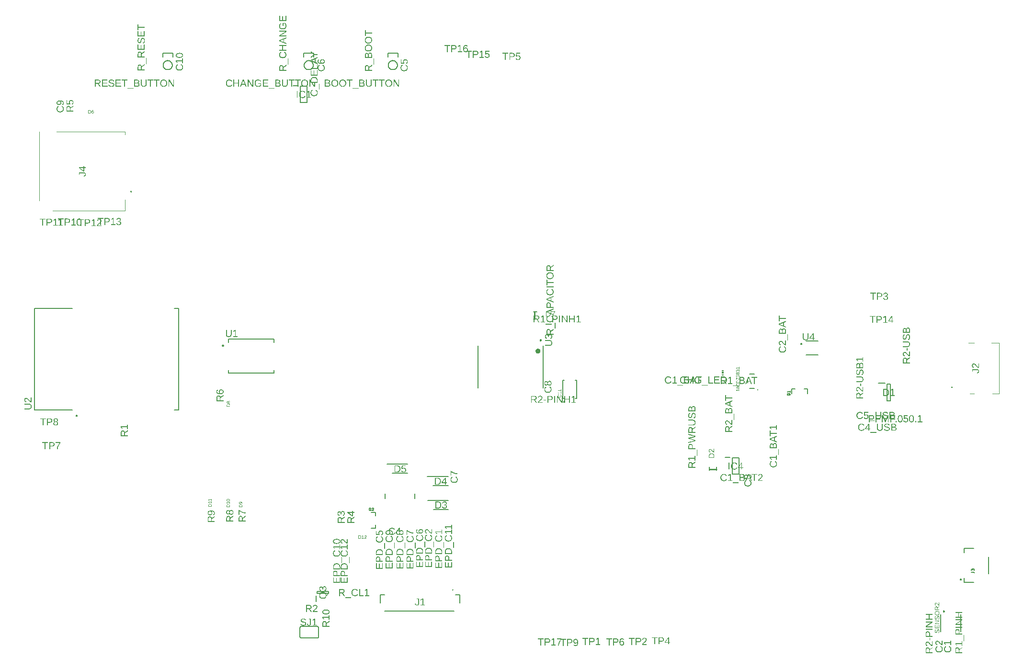
<source format=gbr>
G04 EAGLE Gerber RS-274X export*
G75*
%MOMM*%
%FSLAX34Y34*%
%LPD*%
%INSilkscreen Top*%
%IPPOS*%
%AMOC8*
5,1,8,0,0,1.08239X$1,22.5*%
G01*
G04 Define Apertures*
%ADD10C,0.127000*%
%ADD11C,0.200000*%
%ADD12R,0.300000X0.150000*%
%ADD13R,0.300000X0.300000*%
%ADD14C,0.150000*%
%ADD15C,0.250000*%
%ADD16C,0.100000*%
%ADD17C,0.203200*%
%ADD18C,0.152400*%
%ADD19C,0.254000*%
%ADD20C,0.400000*%
G36*
X535688Y808053D02*
X535221Y808065D01*
X534770Y808101D01*
X534336Y808161D01*
X533918Y808246D01*
X533516Y808354D01*
X533130Y808486D01*
X532761Y808643D01*
X532408Y808824D01*
X532073Y809027D01*
X531759Y809252D01*
X531465Y809498D01*
X531192Y809766D01*
X530939Y810056D01*
X530706Y810366D01*
X530494Y810699D01*
X530302Y811053D01*
X530131Y811425D01*
X529984Y811812D01*
X529859Y812215D01*
X529756Y812632D01*
X529677Y813065D01*
X529620Y813514D01*
X529586Y813977D01*
X529575Y814455D01*
X529581Y814820D01*
X529600Y815175D01*
X529632Y815520D01*
X529676Y815855D01*
X529733Y816179D01*
X529803Y816494D01*
X529885Y816798D01*
X529980Y817093D01*
X530087Y817377D01*
X530208Y817651D01*
X530341Y817915D01*
X530486Y818169D01*
X530815Y818647D01*
X531195Y819084D01*
X531620Y819475D01*
X531847Y819651D01*
X532085Y819814D01*
X532332Y819964D01*
X532589Y820101D01*
X532856Y820225D01*
X533133Y820336D01*
X533420Y820433D01*
X533717Y820518D01*
X534023Y820590D01*
X534340Y820648D01*
X534666Y820694D01*
X535003Y820727D01*
X535349Y820746D01*
X535706Y820753D01*
X536169Y820741D01*
X536616Y820706D01*
X537048Y820647D01*
X537464Y820566D01*
X537865Y820460D01*
X538249Y820331D01*
X538619Y820179D01*
X538973Y820004D01*
X539308Y819806D01*
X539624Y819587D01*
X539919Y819347D01*
X540193Y819085D01*
X540448Y818803D01*
X540681Y818499D01*
X540895Y818174D01*
X541088Y817827D01*
X541259Y817462D01*
X541408Y817081D01*
X541533Y816684D01*
X541636Y816271D01*
X541716Y815841D01*
X541773Y815395D01*
X541808Y814933D01*
X541819Y814455D01*
X541808Y813979D01*
X541773Y813518D01*
X541715Y813071D01*
X541634Y812640D01*
X541530Y812224D01*
X541403Y811823D01*
X541253Y811437D01*
X541079Y811066D01*
X540884Y810713D01*
X540669Y810381D01*
X540433Y810070D01*
X540178Y809780D01*
X539902Y809512D01*
X539607Y809264D01*
X539291Y809038D01*
X538955Y808832D01*
X538601Y808650D01*
X538232Y808491D01*
X537847Y808357D01*
X537446Y808248D01*
X537030Y808162D01*
X536599Y808102D01*
X536151Y808065D01*
X535688Y808053D01*
G37*
%LPC*%
G36*
X535688Y809410D02*
X536207Y809431D01*
X536695Y809493D01*
X537151Y809596D01*
X537577Y809740D01*
X537971Y809925D01*
X538335Y810152D01*
X538667Y810420D01*
X538968Y810729D01*
X539236Y811075D01*
X539468Y811456D01*
X539665Y811871D01*
X539825Y812319D01*
X539951Y812802D01*
X540040Y813319D01*
X540093Y813870D01*
X540111Y814455D01*
X540093Y815016D01*
X540039Y815545D01*
X539949Y816044D01*
X539823Y816511D01*
X539661Y816948D01*
X539463Y817354D01*
X539229Y817729D01*
X538959Y818073D01*
X538657Y818381D01*
X538324Y818647D01*
X537962Y818873D01*
X537570Y819058D01*
X537149Y819202D01*
X536697Y819304D01*
X536216Y819366D01*
X535706Y819386D01*
X535191Y819366D01*
X534706Y819305D01*
X534251Y819204D01*
X533827Y819062D01*
X533433Y818880D01*
X533068Y818657D01*
X532734Y818394D01*
X532430Y818090D01*
X532159Y817750D01*
X531924Y817377D01*
X531725Y816971D01*
X531563Y816533D01*
X531436Y816063D01*
X531346Y815559D01*
X531292Y815024D01*
X531274Y814455D01*
X531292Y813890D01*
X531347Y813355D01*
X531438Y812849D01*
X531566Y812374D01*
X531731Y811929D01*
X531932Y811513D01*
X532169Y811128D01*
X532443Y810772D01*
X532750Y810453D01*
X533084Y810177D01*
X533448Y809942D01*
X533839Y809751D01*
X534259Y809602D01*
X534707Y809496D01*
X535183Y809432D01*
X535688Y809410D01*
G37*
%LPD*%
G36*
X549657Y808053D02*
X549190Y808065D01*
X548739Y808101D01*
X548305Y808161D01*
X547887Y808246D01*
X547485Y808354D01*
X547099Y808486D01*
X546730Y808643D01*
X546377Y808824D01*
X546042Y809027D01*
X545728Y809252D01*
X545434Y809498D01*
X545161Y809766D01*
X544907Y810056D01*
X544675Y810366D01*
X544462Y810699D01*
X544270Y811053D01*
X544100Y811425D01*
X543952Y811812D01*
X543827Y812215D01*
X543725Y812632D01*
X543646Y813065D01*
X543589Y813514D01*
X543555Y813977D01*
X543543Y814455D01*
X543550Y814820D01*
X543569Y815175D01*
X543600Y815520D01*
X543645Y815855D01*
X543702Y816179D01*
X543771Y816494D01*
X543854Y816798D01*
X543949Y817093D01*
X544056Y817377D01*
X544176Y817651D01*
X544309Y817915D01*
X544455Y818169D01*
X544784Y818647D01*
X545164Y819084D01*
X545589Y819475D01*
X545816Y819651D01*
X546053Y819814D01*
X546301Y819964D01*
X546558Y820101D01*
X546825Y820225D01*
X547102Y820336D01*
X547388Y820433D01*
X547685Y820518D01*
X547992Y820590D01*
X548309Y820648D01*
X548635Y820694D01*
X548972Y820727D01*
X549318Y820746D01*
X549674Y820753D01*
X550137Y820741D01*
X550585Y820706D01*
X551017Y820647D01*
X551433Y820566D01*
X551833Y820460D01*
X552218Y820331D01*
X552588Y820179D01*
X552941Y820004D01*
X553277Y819806D01*
X553593Y819587D01*
X553888Y819347D01*
X554162Y819085D01*
X554416Y818803D01*
X554650Y818499D01*
X554864Y818174D01*
X555057Y817827D01*
X555228Y817462D01*
X555377Y817081D01*
X555502Y816684D01*
X555605Y816271D01*
X555685Y815841D01*
X555742Y815395D01*
X555776Y814933D01*
X555788Y814455D01*
X555776Y813979D01*
X555742Y813518D01*
X555684Y813071D01*
X555603Y812640D01*
X555499Y812224D01*
X555372Y811823D01*
X555221Y811437D01*
X555048Y811066D01*
X554853Y810713D01*
X554638Y810381D01*
X554402Y810070D01*
X554147Y809780D01*
X553871Y809512D01*
X553576Y809264D01*
X553260Y809038D01*
X552924Y808832D01*
X552570Y808650D01*
X552201Y808491D01*
X551816Y808357D01*
X551415Y808248D01*
X550999Y808162D01*
X550567Y808102D01*
X550120Y808065D01*
X549657Y808053D01*
G37*
%LPC*%
G36*
X549657Y809410D02*
X550176Y809431D01*
X550663Y809493D01*
X551120Y809596D01*
X551545Y809740D01*
X551940Y809925D01*
X552303Y810152D01*
X552636Y810420D01*
X552937Y810729D01*
X553205Y811075D01*
X553437Y811456D01*
X553634Y811871D01*
X553794Y812319D01*
X553919Y812802D01*
X554009Y813319D01*
X554062Y813870D01*
X554080Y814455D01*
X554062Y815016D01*
X554008Y815545D01*
X553918Y816044D01*
X553792Y816511D01*
X553630Y816948D01*
X553432Y817354D01*
X553198Y817729D01*
X552928Y818073D01*
X552625Y818381D01*
X552293Y818647D01*
X551931Y818873D01*
X551539Y819058D01*
X551117Y819202D01*
X550666Y819304D01*
X550185Y819366D01*
X549674Y819386D01*
X549160Y819366D01*
X548675Y819305D01*
X548220Y819204D01*
X547796Y819062D01*
X547401Y818880D01*
X547037Y818657D01*
X546703Y818394D01*
X546399Y818090D01*
X546128Y817750D01*
X545893Y817377D01*
X545694Y816971D01*
X545532Y816533D01*
X545405Y816063D01*
X545315Y815559D01*
X545261Y815024D01*
X545243Y814455D01*
X545261Y813890D01*
X545316Y813355D01*
X545407Y812849D01*
X545535Y812374D01*
X545699Y811929D01*
X545900Y811513D01*
X546138Y811128D01*
X546412Y810772D01*
X546718Y810453D01*
X547053Y810177D01*
X547416Y809942D01*
X547808Y809751D01*
X548228Y809602D01*
X548676Y809496D01*
X549152Y809432D01*
X549657Y809410D01*
G37*
%LPD*%
G36*
X631032Y808053D02*
X630565Y808065D01*
X630114Y808101D01*
X629680Y808161D01*
X629262Y808246D01*
X628860Y808354D01*
X628474Y808486D01*
X628105Y808643D01*
X627752Y808824D01*
X627417Y809027D01*
X627103Y809252D01*
X626809Y809498D01*
X626536Y809766D01*
X626282Y810056D01*
X626050Y810366D01*
X625837Y810699D01*
X625645Y811053D01*
X625475Y811425D01*
X625327Y811812D01*
X625202Y812215D01*
X625100Y812632D01*
X625021Y813065D01*
X624964Y813514D01*
X624930Y813977D01*
X624918Y814455D01*
X624925Y814820D01*
X624944Y815175D01*
X624975Y815520D01*
X625020Y815855D01*
X625077Y816179D01*
X625146Y816494D01*
X625229Y816798D01*
X625324Y817093D01*
X625431Y817377D01*
X625551Y817651D01*
X625684Y817915D01*
X625830Y818169D01*
X626159Y818647D01*
X626539Y819084D01*
X626964Y819475D01*
X627191Y819651D01*
X627428Y819814D01*
X627676Y819964D01*
X627933Y820101D01*
X628200Y820225D01*
X628477Y820336D01*
X628763Y820433D01*
X629060Y820518D01*
X629367Y820590D01*
X629684Y820648D01*
X630010Y820694D01*
X630347Y820727D01*
X630693Y820746D01*
X631049Y820753D01*
X631512Y820741D01*
X631960Y820706D01*
X632392Y820647D01*
X632808Y820566D01*
X633208Y820460D01*
X633593Y820331D01*
X633963Y820179D01*
X634316Y820004D01*
X634652Y819806D01*
X634968Y819587D01*
X635263Y819347D01*
X635537Y819085D01*
X635791Y818803D01*
X636025Y818499D01*
X636239Y818174D01*
X636432Y817827D01*
X636603Y817462D01*
X636752Y817081D01*
X636877Y816684D01*
X636980Y816271D01*
X637060Y815841D01*
X637117Y815395D01*
X637151Y814933D01*
X637163Y814455D01*
X637151Y813979D01*
X637117Y813518D01*
X637059Y813071D01*
X636978Y812640D01*
X636874Y812224D01*
X636747Y811823D01*
X636596Y811437D01*
X636423Y811066D01*
X636228Y810713D01*
X636013Y810381D01*
X635777Y810070D01*
X635522Y809780D01*
X635246Y809512D01*
X634951Y809264D01*
X634635Y809038D01*
X634299Y808832D01*
X633945Y808650D01*
X633576Y808491D01*
X633191Y808357D01*
X632790Y808248D01*
X632374Y808162D01*
X631942Y808102D01*
X631495Y808065D01*
X631032Y808053D01*
G37*
%LPC*%
G36*
X631032Y809410D02*
X631551Y809431D01*
X632038Y809493D01*
X632495Y809596D01*
X632920Y809740D01*
X633315Y809925D01*
X633678Y810152D01*
X634011Y810420D01*
X634312Y810729D01*
X634580Y811075D01*
X634812Y811456D01*
X635009Y811871D01*
X635169Y812319D01*
X635294Y812802D01*
X635384Y813319D01*
X635437Y813870D01*
X635455Y814455D01*
X635437Y815016D01*
X635383Y815545D01*
X635293Y816044D01*
X635167Y816511D01*
X635005Y816948D01*
X634807Y817354D01*
X634573Y817729D01*
X634303Y818073D01*
X634000Y818381D01*
X633668Y818647D01*
X633306Y818873D01*
X632914Y819058D01*
X632492Y819202D01*
X632041Y819304D01*
X631560Y819366D01*
X631049Y819386D01*
X630535Y819366D01*
X630050Y819305D01*
X629595Y819204D01*
X629171Y819062D01*
X628776Y818880D01*
X628412Y818657D01*
X628078Y818394D01*
X627774Y818090D01*
X627503Y817750D01*
X627268Y817377D01*
X627069Y816971D01*
X626907Y816533D01*
X626780Y816063D01*
X626690Y815559D01*
X626636Y815024D01*
X626618Y814455D01*
X626636Y813890D01*
X626691Y813355D01*
X626782Y812849D01*
X626910Y812374D01*
X627074Y811929D01*
X627275Y811513D01*
X627513Y811128D01*
X627787Y810772D01*
X628093Y810453D01*
X628428Y810177D01*
X628791Y809942D01*
X629183Y809751D01*
X629603Y809602D01*
X630051Y809496D01*
X630527Y809432D01*
X631032Y809410D01*
G37*
%LPD*%
G36*
X523269Y808228D02*
X518259Y808228D01*
X518259Y820569D01*
X522743Y820569D01*
X523269Y820557D01*
X523762Y820522D01*
X524220Y820463D01*
X524644Y820382D01*
X525034Y820276D01*
X525391Y820148D01*
X525713Y819995D01*
X526002Y819820D01*
X526256Y819621D01*
X526477Y819399D01*
X526663Y819153D01*
X526816Y818884D01*
X526935Y818591D01*
X527020Y818275D01*
X527071Y817936D01*
X527088Y817573D01*
X527078Y817305D01*
X527049Y817048D01*
X527001Y816802D01*
X526934Y816566D01*
X526848Y816342D01*
X526743Y816128D01*
X526618Y815926D01*
X526475Y815734D01*
X526313Y815556D01*
X526214Y815464D01*
X526136Y815392D01*
X525943Y815245D01*
X525734Y815112D01*
X525510Y814995D01*
X525269Y814893D01*
X525013Y814807D01*
X524740Y814736D01*
X525098Y814682D01*
X525434Y814608D01*
X525749Y814515D01*
X526043Y814402D01*
X526316Y814269D01*
X526568Y814116D01*
X526799Y813943D01*
X526896Y813854D01*
X527009Y813750D01*
X527196Y813541D01*
X527358Y813319D01*
X527495Y813083D01*
X527607Y812834D01*
X527694Y812572D01*
X527756Y812296D01*
X527793Y812007D01*
X527806Y811705D01*
X527787Y811305D01*
X527731Y810928D01*
X527637Y810573D01*
X527506Y810241D01*
X527337Y809933D01*
X527131Y809647D01*
X526887Y809384D01*
X526606Y809143D01*
X526291Y808929D01*
X525947Y808743D01*
X525574Y808586D01*
X525172Y808457D01*
X524740Y808357D01*
X524279Y808285D01*
X523789Y808242D01*
X523269Y808228D01*
G37*
%LPC*%
G36*
X523181Y809568D02*
X523552Y809577D01*
X523896Y809604D01*
X524214Y809648D01*
X524506Y809710D01*
X524772Y809790D01*
X525012Y809888D01*
X525227Y810004D01*
X525415Y810137D01*
X525579Y810288D01*
X525721Y810457D01*
X525842Y810643D01*
X525940Y810847D01*
X526017Y811068D01*
X526072Y811307D01*
X526105Y811563D01*
X526115Y811837D01*
X526104Y812101D01*
X526068Y812348D01*
X526008Y812578D01*
X525924Y812791D01*
X525816Y812987D01*
X525684Y813165D01*
X525529Y813327D01*
X525349Y813472D01*
X525146Y813600D01*
X524918Y813711D01*
X524667Y813804D01*
X524391Y813881D01*
X524092Y813941D01*
X523768Y813983D01*
X523421Y814009D01*
X523050Y814017D01*
X519932Y814017D01*
X519932Y809568D01*
X523181Y809568D01*
G37*
G36*
X522743Y815322D02*
X523068Y815330D01*
X523371Y815354D01*
X523653Y815393D01*
X523914Y815448D01*
X524153Y815519D01*
X524372Y815606D01*
X524569Y815708D01*
X524745Y815826D01*
X524900Y815960D01*
X525034Y816112D01*
X525148Y816279D01*
X525241Y816464D01*
X525313Y816666D01*
X525365Y816884D01*
X525396Y817120D01*
X525406Y817372D01*
X525395Y817613D01*
X525363Y817836D01*
X525310Y818041D01*
X525235Y818228D01*
X525139Y818398D01*
X525022Y818549D01*
X524883Y818683D01*
X524723Y818800D01*
X524542Y818900D01*
X524343Y818987D01*
X524124Y819061D01*
X523886Y819121D01*
X523629Y819168D01*
X523353Y819202D01*
X523058Y819222D01*
X522743Y819229D01*
X519932Y819229D01*
X519932Y815322D01*
X522743Y815322D01*
G37*
%LPD*%
G36*
X584050Y808228D02*
X579040Y808228D01*
X579040Y820569D01*
X583525Y820569D01*
X584051Y820557D01*
X584543Y820522D01*
X585001Y820463D01*
X585425Y820382D01*
X585816Y820276D01*
X586172Y820148D01*
X586494Y819995D01*
X586783Y819820D01*
X587037Y819621D01*
X587258Y819399D01*
X587445Y819153D01*
X587597Y818884D01*
X587716Y818591D01*
X587801Y818275D01*
X587852Y817936D01*
X587869Y817573D01*
X587859Y817305D01*
X587831Y817048D01*
X587783Y816802D01*
X587716Y816566D01*
X587629Y816342D01*
X587524Y816128D01*
X587400Y815926D01*
X587256Y815734D01*
X587095Y815556D01*
X586995Y815464D01*
X586918Y815392D01*
X586725Y815245D01*
X586516Y815112D01*
X586291Y814995D01*
X586050Y814893D01*
X585794Y814807D01*
X585522Y814736D01*
X585879Y814682D01*
X586215Y814608D01*
X586530Y814515D01*
X586824Y814402D01*
X587097Y814269D01*
X587349Y814116D01*
X587580Y813943D01*
X587677Y813854D01*
X587790Y813750D01*
X587977Y813541D01*
X588139Y813319D01*
X588276Y813083D01*
X588388Y812834D01*
X588475Y812572D01*
X588537Y812296D01*
X588575Y812007D01*
X588587Y811705D01*
X588568Y811305D01*
X588512Y810928D01*
X588418Y810573D01*
X588287Y810241D01*
X588118Y809933D01*
X587912Y809647D01*
X587668Y809384D01*
X587387Y809143D01*
X587073Y808929D01*
X586729Y808743D01*
X586355Y808586D01*
X585953Y808457D01*
X585521Y808357D01*
X585060Y808285D01*
X584570Y808242D01*
X584050Y808228D01*
G37*
%LPC*%
G36*
X583963Y809568D02*
X584333Y809577D01*
X584677Y809604D01*
X584995Y809648D01*
X585287Y809710D01*
X585554Y809790D01*
X585794Y809888D01*
X586008Y810004D01*
X586196Y810137D01*
X586360Y810288D01*
X586503Y810457D01*
X586623Y810643D01*
X586722Y810847D01*
X586798Y811068D01*
X586853Y811307D01*
X586886Y811563D01*
X586897Y811837D01*
X586885Y812101D01*
X586849Y812348D01*
X586789Y812578D01*
X586705Y812791D01*
X586597Y812987D01*
X586466Y813165D01*
X586310Y813327D01*
X586130Y813472D01*
X585927Y813600D01*
X585699Y813711D01*
X585448Y813804D01*
X585172Y813881D01*
X584873Y813941D01*
X584550Y813983D01*
X584202Y814009D01*
X583831Y814017D01*
X580713Y814017D01*
X580713Y809568D01*
X583963Y809568D01*
G37*
G36*
X583525Y815322D02*
X583849Y815330D01*
X584152Y815354D01*
X584434Y815393D01*
X584695Y815448D01*
X584935Y815519D01*
X585153Y815606D01*
X585350Y815708D01*
X585526Y815826D01*
X585681Y815960D01*
X585815Y816112D01*
X585929Y816279D01*
X586022Y816464D01*
X586094Y816666D01*
X586146Y816884D01*
X586177Y817120D01*
X586187Y817372D01*
X586177Y817613D01*
X586145Y817836D01*
X586091Y818041D01*
X586016Y818228D01*
X585920Y818398D01*
X585803Y818549D01*
X585664Y818683D01*
X585504Y818800D01*
X585324Y818900D01*
X585124Y818987D01*
X584906Y819061D01*
X584668Y819121D01*
X584411Y819168D01*
X584134Y819202D01*
X583839Y819222D01*
X583525Y819229D01*
X580713Y819229D01*
X580713Y815322D01*
X583525Y815322D01*
G37*
%LPD*%
G36*
X640998Y808228D02*
X639509Y808228D01*
X639509Y820569D01*
X641453Y820569D01*
X648127Y809988D01*
X648049Y811469D01*
X648022Y812476D01*
X648022Y820569D01*
X649529Y820569D01*
X649529Y808228D01*
X647514Y808228D01*
X640910Y818738D01*
X640954Y817889D01*
X640998Y816426D01*
X640998Y808228D01*
G37*
G36*
X595940Y808053D02*
X595567Y808061D01*
X595207Y808087D01*
X594858Y808130D01*
X594521Y808191D01*
X594197Y808268D01*
X593884Y808363D01*
X593584Y808475D01*
X593295Y808605D01*
X593021Y808750D01*
X592762Y808912D01*
X592519Y809089D01*
X592292Y809281D01*
X592081Y809489D01*
X591886Y809713D01*
X591707Y809952D01*
X591543Y810207D01*
X591398Y810476D01*
X591271Y810758D01*
X591164Y811052D01*
X591077Y811359D01*
X591009Y811679D01*
X590960Y812011D01*
X590931Y812355D01*
X590921Y812712D01*
X590921Y820569D01*
X592594Y820569D01*
X592594Y812853D01*
X592608Y812443D01*
X592648Y812058D01*
X592715Y811699D01*
X592809Y811366D01*
X592930Y811058D01*
X593077Y810775D01*
X593252Y810518D01*
X593453Y810286D01*
X593679Y810081D01*
X593929Y809903D01*
X594204Y809753D01*
X594502Y809629D01*
X594823Y809534D01*
X595169Y809465D01*
X595538Y809424D01*
X595931Y809410D01*
X596336Y809425D01*
X596717Y809467D01*
X597075Y809538D01*
X597410Y809637D01*
X597722Y809765D01*
X598011Y809920D01*
X598277Y810104D01*
X598520Y810317D01*
X598736Y810557D01*
X598924Y810822D01*
X599083Y811114D01*
X599213Y811433D01*
X599314Y811777D01*
X599386Y812147D01*
X599429Y812544D01*
X599444Y812966D01*
X599444Y820569D01*
X601108Y820569D01*
X601108Y812870D01*
X601098Y812502D01*
X601068Y812147D01*
X601018Y811805D01*
X600949Y811475D01*
X600860Y811159D01*
X600750Y810855D01*
X600621Y810564D01*
X600473Y810286D01*
X600306Y810023D01*
X600122Y809775D01*
X599923Y809544D01*
X599706Y809328D01*
X599474Y809129D01*
X599225Y808945D01*
X598959Y808778D01*
X598677Y808627D01*
X598381Y808492D01*
X598071Y808376D01*
X597748Y808277D01*
X597413Y808196D01*
X597064Y808134D01*
X596702Y808089D01*
X596328Y808062D01*
X595940Y808053D01*
G37*
G36*
X562938Y808228D02*
X561273Y808228D01*
X561273Y819202D01*
X557034Y819202D01*
X557034Y820569D01*
X567177Y820569D01*
X567177Y819202D01*
X562938Y819202D01*
X562938Y808228D01*
G37*
G36*
X608781Y808228D02*
X607117Y808228D01*
X607117Y819202D01*
X602878Y819202D01*
X602878Y820569D01*
X613020Y820569D01*
X613020Y819202D01*
X608781Y819202D01*
X608781Y808228D01*
G37*
G36*
X619750Y808228D02*
X618086Y808228D01*
X618086Y819202D01*
X613847Y819202D01*
X613847Y820569D01*
X623989Y820569D01*
X623989Y819202D01*
X619750Y819202D01*
X619750Y808228D01*
G37*
G36*
X577778Y804663D02*
X567329Y804663D01*
X567329Y805802D01*
X577778Y805802D01*
X577778Y804663D01*
G37*
G36*
X1619023Y-192139D02*
X1618659Y-192133D01*
X1618305Y-192114D01*
X1617961Y-192083D01*
X1617627Y-192040D01*
X1617303Y-191983D01*
X1616989Y-191915D01*
X1616685Y-191834D01*
X1616391Y-191741D01*
X1616107Y-191635D01*
X1615833Y-191516D01*
X1615315Y-191242D01*
X1614836Y-190919D01*
X1614398Y-190545D01*
X1614006Y-190127D01*
X1613666Y-189671D01*
X1613516Y-189429D01*
X1613379Y-189177D01*
X1613255Y-188916D01*
X1613144Y-188644D01*
X1613046Y-188364D01*
X1612961Y-188074D01*
X1612889Y-187774D01*
X1612830Y-187464D01*
X1612784Y-187145D01*
X1612751Y-186817D01*
X1612732Y-186479D01*
X1612725Y-186131D01*
X1612737Y-185648D01*
X1612773Y-185186D01*
X1612834Y-184744D01*
X1612918Y-184322D01*
X1613026Y-183921D01*
X1613159Y-183539D01*
X1613315Y-183178D01*
X1613496Y-182838D01*
X1613700Y-182518D01*
X1613928Y-182220D01*
X1614179Y-181944D01*
X1614453Y-181690D01*
X1614750Y-181458D01*
X1615071Y-181248D01*
X1615415Y-181060D01*
X1615782Y-180893D01*
X1616308Y-182478D01*
X1616046Y-182594D01*
X1615801Y-182726D01*
X1615571Y-182874D01*
X1615357Y-183038D01*
X1615159Y-183218D01*
X1614977Y-183415D01*
X1614811Y-183629D01*
X1614661Y-183858D01*
X1614528Y-184101D01*
X1614412Y-184355D01*
X1614314Y-184621D01*
X1614234Y-184897D01*
X1614172Y-185184D01*
X1614127Y-185483D01*
X1614101Y-185793D01*
X1614092Y-186113D01*
X1614112Y-186611D01*
X1614174Y-187081D01*
X1614277Y-187522D01*
X1614421Y-187935D01*
X1614607Y-188319D01*
X1614833Y-188675D01*
X1615101Y-189002D01*
X1615410Y-189301D01*
X1615755Y-189568D01*
X1616130Y-189800D01*
X1616536Y-189995D01*
X1616972Y-190155D01*
X1617439Y-190280D01*
X1617936Y-190369D01*
X1618464Y-190422D01*
X1619023Y-190440D01*
X1619576Y-190421D01*
X1620101Y-190366D01*
X1620599Y-190273D01*
X1621069Y-190143D01*
X1621511Y-189976D01*
X1621925Y-189772D01*
X1622312Y-189531D01*
X1622671Y-189253D01*
X1622994Y-188943D01*
X1623274Y-188608D01*
X1623511Y-188245D01*
X1623705Y-187857D01*
X1623856Y-187443D01*
X1623964Y-187003D01*
X1624029Y-186536D01*
X1624050Y-186043D01*
X1624040Y-185724D01*
X1624010Y-185415D01*
X1623960Y-185116D01*
X1623890Y-184827D01*
X1623799Y-184549D01*
X1623689Y-184280D01*
X1623559Y-184021D01*
X1623409Y-183773D01*
X1623238Y-183534D01*
X1623048Y-183305D01*
X1622837Y-183087D01*
X1622607Y-182879D01*
X1622356Y-182680D01*
X1622085Y-182492D01*
X1621795Y-182314D01*
X1621484Y-182146D01*
X1622167Y-180779D01*
X1622554Y-180979D01*
X1622916Y-181199D01*
X1623255Y-181438D01*
X1623571Y-181696D01*
X1623862Y-181973D01*
X1624129Y-182270D01*
X1624373Y-182586D01*
X1624593Y-182921D01*
X1624788Y-183273D01*
X1624957Y-183638D01*
X1625100Y-184018D01*
X1625217Y-184411D01*
X1625308Y-184818D01*
X1625373Y-185239D01*
X1625412Y-185673D01*
X1625425Y-186122D01*
X1625413Y-186581D01*
X1625377Y-187023D01*
X1625316Y-187450D01*
X1625231Y-187862D01*
X1625122Y-188257D01*
X1624989Y-188637D01*
X1624832Y-189001D01*
X1624650Y-189350D01*
X1624446Y-189680D01*
X1624221Y-189990D01*
X1623975Y-190280D01*
X1623709Y-190549D01*
X1623421Y-190799D01*
X1623113Y-191028D01*
X1622784Y-191237D01*
X1622434Y-191425D01*
X1622066Y-191593D01*
X1621681Y-191738D01*
X1621279Y-191860D01*
X1620861Y-191961D01*
X1620426Y-192039D01*
X1619975Y-192095D01*
X1619507Y-192128D01*
X1619023Y-192139D01*
G37*
G36*
X1625250Y-178746D02*
X1623910Y-178746D01*
X1623910Y-175602D01*
X1614416Y-175602D01*
X1616404Y-178387D01*
X1614915Y-178387D01*
X1612909Y-175471D01*
X1612909Y-174017D01*
X1623910Y-174017D01*
X1623910Y-171012D01*
X1625250Y-171012D01*
X1625250Y-178746D01*
G37*
G36*
X261075Y859335D02*
X260305Y859351D01*
X259585Y859400D01*
X258915Y859481D01*
X258294Y859594D01*
X257724Y859740D01*
X257203Y859919D01*
X256732Y860130D01*
X256311Y860373D01*
X255939Y860651D01*
X255617Y860967D01*
X255345Y861321D01*
X255122Y861712D01*
X254948Y862141D01*
X254880Y862369D01*
X254824Y862607D01*
X254781Y862854D01*
X254750Y863111D01*
X254732Y863377D01*
X254725Y863653D01*
X254732Y863921D01*
X254750Y864180D01*
X254782Y864431D01*
X254825Y864672D01*
X254882Y864904D01*
X254951Y865128D01*
X255126Y865548D01*
X255351Y865933D01*
X255627Y866281D01*
X255952Y866594D01*
X256328Y866872D01*
X256753Y867115D01*
X257226Y867326D01*
X257747Y867504D01*
X258316Y867650D01*
X258934Y867764D01*
X259599Y867845D01*
X260313Y867893D01*
X261075Y867910D01*
X261825Y867893D01*
X262530Y867841D01*
X263188Y867756D01*
X263801Y867637D01*
X264369Y867484D01*
X264890Y867296D01*
X265366Y867075D01*
X265796Y866819D01*
X266178Y866530D01*
X266509Y866209D01*
X266789Y865855D01*
X267018Y865469D01*
X267196Y865051D01*
X267323Y864600D01*
X267368Y864362D01*
X267400Y864116D01*
X267419Y863862D01*
X267425Y863600D01*
X267419Y863338D01*
X267400Y863085D01*
X267368Y862839D01*
X267324Y862602D01*
X267197Y862153D01*
X267020Y861737D01*
X266792Y861354D01*
X266514Y861004D01*
X266185Y860687D01*
X265805Y860403D01*
X265377Y860153D01*
X264902Y859936D01*
X264380Y859752D01*
X263812Y859602D01*
X263198Y859485D01*
X262537Y859402D01*
X261829Y859352D01*
X261075Y859335D01*
G37*
%LPC*%
G36*
X261075Y860929D02*
X261710Y860939D01*
X262301Y860969D01*
X262848Y861020D01*
X263350Y861090D01*
X263809Y861180D01*
X264223Y861291D01*
X264594Y861422D01*
X264920Y861573D01*
X265206Y861746D01*
X265453Y861942D01*
X265662Y862162D01*
X265833Y862406D01*
X265966Y862673D01*
X266062Y862965D01*
X266119Y863279D01*
X266138Y863618D01*
X266118Y863954D01*
X266060Y864268D01*
X265963Y864558D01*
X265827Y864824D01*
X265652Y865068D01*
X265438Y865288D01*
X265185Y865485D01*
X264894Y865659D01*
X264562Y865811D01*
X264189Y865942D01*
X263774Y866054D01*
X263317Y866145D01*
X262819Y866216D01*
X262280Y866266D01*
X261698Y866297D01*
X261075Y866307D01*
X260430Y866297D01*
X259832Y866268D01*
X259279Y866220D01*
X258772Y866152D01*
X258311Y866066D01*
X257896Y865959D01*
X257527Y865834D01*
X257204Y865689D01*
X256923Y865522D01*
X256679Y865330D01*
X256473Y865113D01*
X256304Y864871D01*
X256173Y864604D01*
X256079Y864312D01*
X256023Y863995D01*
X256004Y863653D01*
X256023Y863302D01*
X256078Y862977D01*
X256170Y862678D01*
X256300Y862404D01*
X256466Y862155D01*
X256669Y861933D01*
X256909Y861736D01*
X257186Y861564D01*
X257506Y861415D01*
X257873Y861286D01*
X258288Y861177D01*
X258750Y861088D01*
X259260Y861018D01*
X259817Y860969D01*
X260422Y860939D01*
X261075Y860929D01*
G37*
%LPD*%
G36*
X261023Y836639D02*
X260659Y836645D01*
X260305Y836664D01*
X259961Y836695D01*
X259627Y836739D01*
X259303Y836795D01*
X258989Y836863D01*
X258685Y836944D01*
X258391Y837037D01*
X258107Y837143D01*
X257833Y837262D01*
X257315Y837536D01*
X256836Y837859D01*
X256398Y838233D01*
X256006Y838651D01*
X255666Y839107D01*
X255516Y839349D01*
X255379Y839601D01*
X255255Y839862D01*
X255144Y840134D01*
X255046Y840414D01*
X254961Y840704D01*
X254889Y841004D01*
X254830Y841314D01*
X254784Y841633D01*
X254751Y841961D01*
X254732Y842300D01*
X254725Y842647D01*
X254737Y843130D01*
X254773Y843592D01*
X254834Y844034D01*
X254918Y844456D01*
X255026Y844857D01*
X255159Y845239D01*
X255315Y845600D01*
X255496Y845940D01*
X255700Y846260D01*
X255928Y846558D01*
X256179Y846834D01*
X256453Y847088D01*
X256750Y847320D01*
X257071Y847530D01*
X257415Y847718D01*
X257782Y847885D01*
X258308Y846300D01*
X258046Y846184D01*
X257801Y846052D01*
X257571Y845904D01*
X257357Y845740D01*
X257159Y845560D01*
X256977Y845363D01*
X256811Y845150D01*
X256661Y844920D01*
X256528Y844677D01*
X256412Y844423D01*
X256314Y844157D01*
X256234Y843881D01*
X256172Y843594D01*
X256127Y843295D01*
X256101Y842985D01*
X256092Y842665D01*
X256112Y842167D01*
X256174Y841697D01*
X256277Y841256D01*
X256421Y840843D01*
X256607Y840459D01*
X256833Y840103D01*
X257101Y839776D01*
X257410Y839477D01*
X257755Y839210D01*
X258130Y838979D01*
X258536Y838783D01*
X258972Y838623D01*
X259439Y838498D01*
X259936Y838409D01*
X260464Y838356D01*
X261023Y838338D01*
X261576Y838357D01*
X262101Y838412D01*
X262599Y838505D01*
X263069Y838635D01*
X263511Y838802D01*
X263925Y839006D01*
X264312Y839247D01*
X264671Y839525D01*
X264994Y839835D01*
X265274Y840170D01*
X265511Y840533D01*
X265705Y840921D01*
X265856Y841335D01*
X265964Y841776D01*
X266029Y842242D01*
X266050Y842735D01*
X266040Y843054D01*
X266010Y843363D01*
X265960Y843662D01*
X265890Y843951D01*
X265799Y844229D01*
X265689Y844498D01*
X265559Y844757D01*
X265409Y845005D01*
X265238Y845244D01*
X265048Y845473D01*
X264837Y845691D01*
X264607Y845899D01*
X264356Y846098D01*
X264085Y846286D01*
X263795Y846464D01*
X263484Y846632D01*
X264167Y847999D01*
X264554Y847799D01*
X264916Y847579D01*
X265255Y847340D01*
X265571Y847082D01*
X265862Y846805D01*
X266129Y846508D01*
X266373Y846192D01*
X266593Y845857D01*
X266788Y845505D01*
X266957Y845140D01*
X267100Y844760D01*
X267217Y844367D01*
X267308Y843960D01*
X267373Y843539D01*
X267412Y843105D01*
X267425Y842656D01*
X267413Y842197D01*
X267377Y841755D01*
X267316Y841328D01*
X267231Y840916D01*
X267122Y840521D01*
X266989Y840141D01*
X266832Y839777D01*
X266650Y839428D01*
X266446Y839098D01*
X266221Y838788D01*
X265975Y838498D01*
X265709Y838229D01*
X265421Y837979D01*
X265113Y837750D01*
X264784Y837541D01*
X264434Y837353D01*
X264066Y837185D01*
X263681Y837040D01*
X263279Y836918D01*
X262861Y836817D01*
X262426Y836739D01*
X261975Y836684D01*
X261507Y836650D01*
X261023Y836639D01*
G37*
G36*
X267250Y850032D02*
X265910Y850032D01*
X265910Y853176D01*
X256416Y853176D01*
X258404Y850391D01*
X256915Y850391D01*
X254909Y853308D01*
X254909Y854761D01*
X265910Y854761D01*
X265910Y857766D01*
X267250Y857766D01*
X267250Y850032D01*
G37*
G36*
X932981Y258813D02*
X932636Y258825D01*
X932310Y258861D01*
X932003Y258921D01*
X931715Y259005D01*
X931447Y259113D01*
X931198Y259244D01*
X930968Y259400D01*
X930757Y259580D01*
X930569Y259781D01*
X930405Y260000D01*
X930267Y260238D01*
X930154Y260494D01*
X930066Y260768D01*
X930003Y261061D01*
X929966Y261373D01*
X929953Y261702D01*
X929976Y262157D01*
X930046Y262572D01*
X930161Y262948D01*
X930324Y263286D01*
X930531Y263583D01*
X930784Y263838D01*
X931081Y264050D01*
X931423Y264221D01*
X931675Y263459D01*
X931432Y263340D01*
X931219Y263189D01*
X931036Y263008D01*
X930884Y262795D01*
X930764Y262556D01*
X930678Y262296D01*
X930627Y262014D01*
X930610Y261711D01*
X930620Y261471D01*
X930650Y261245D01*
X930699Y261033D01*
X930768Y260835D01*
X930858Y260650D01*
X930967Y260479D01*
X931095Y260322D01*
X931244Y260178D01*
X931410Y260049D01*
X931590Y259938D01*
X931785Y259844D01*
X931995Y259767D01*
X932220Y259707D01*
X932459Y259665D01*
X932713Y259639D01*
X932981Y259630D01*
X933247Y259639D01*
X933500Y259666D01*
X933739Y259711D01*
X933965Y259773D01*
X934177Y259853D01*
X934377Y259951D01*
X934563Y260067D01*
X934735Y260201D01*
X934891Y260350D01*
X935025Y260511D01*
X935139Y260686D01*
X935233Y260872D01*
X935305Y261071D01*
X935357Y261283D01*
X935388Y261508D01*
X935398Y261744D01*
X935379Y262046D01*
X935321Y262329D01*
X935225Y262592D01*
X935090Y262836D01*
X934916Y263061D01*
X934704Y263266D01*
X934454Y263452D01*
X934164Y263619D01*
X934493Y264276D01*
X934853Y264074D01*
X935168Y263835D01*
X935437Y263559D01*
X935659Y263246D01*
X935835Y262901D01*
X935960Y262529D01*
X936035Y262131D01*
X936053Y261922D01*
X936060Y261707D01*
X936036Y261273D01*
X935966Y260870D01*
X935850Y260497D01*
X935687Y260155D01*
X935481Y259847D01*
X935234Y259578D01*
X934948Y259348D01*
X934621Y259157D01*
X934259Y259006D01*
X933865Y258899D01*
X933439Y258835D01*
X932981Y258813D01*
G37*
G36*
X935975Y265251D02*
X935331Y265251D01*
X935331Y266763D01*
X930766Y266763D01*
X931722Y265424D01*
X931006Y265424D01*
X930041Y266826D01*
X930041Y267525D01*
X935331Y267525D01*
X935331Y268970D01*
X935975Y268970D01*
X935975Y265251D01*
G37*
G36*
X935975Y269407D02*
X935331Y269407D01*
X935331Y270919D01*
X930766Y270919D01*
X931722Y269580D01*
X931006Y269580D01*
X930041Y270982D01*
X930041Y271681D01*
X935331Y271681D01*
X935331Y273126D01*
X935975Y273126D01*
X935975Y269407D01*
G37*
G36*
X1157748Y283450D02*
X1152738Y283450D01*
X1152738Y295791D01*
X1157223Y295791D01*
X1157749Y295779D01*
X1158241Y295744D01*
X1158699Y295685D01*
X1159123Y295604D01*
X1159514Y295498D01*
X1159870Y295370D01*
X1160193Y295217D01*
X1160481Y295042D01*
X1160736Y294843D01*
X1160956Y294621D01*
X1161143Y294375D01*
X1161296Y294106D01*
X1161414Y293813D01*
X1161499Y293497D01*
X1161550Y293158D01*
X1161567Y292795D01*
X1161557Y292527D01*
X1161529Y292270D01*
X1161481Y292024D01*
X1161414Y291788D01*
X1161328Y291564D01*
X1161222Y291350D01*
X1161098Y291148D01*
X1160954Y290956D01*
X1160793Y290778D01*
X1160693Y290686D01*
X1160616Y290614D01*
X1160423Y290467D01*
X1160214Y290334D01*
X1159989Y290217D01*
X1159749Y290115D01*
X1159492Y290029D01*
X1159220Y289958D01*
X1159577Y289904D01*
X1159913Y289830D01*
X1160228Y289737D01*
X1160523Y289624D01*
X1160796Y289491D01*
X1161048Y289338D01*
X1161278Y289165D01*
X1161375Y289076D01*
X1161488Y288972D01*
X1161675Y288763D01*
X1161837Y288541D01*
X1161974Y288305D01*
X1162086Y288056D01*
X1162173Y287794D01*
X1162235Y287518D01*
X1162273Y287229D01*
X1162285Y286927D01*
X1162267Y286527D01*
X1162210Y286150D01*
X1162117Y285795D01*
X1161985Y285463D01*
X1161817Y285155D01*
X1161610Y284869D01*
X1161367Y284606D01*
X1161085Y284365D01*
X1160771Y284151D01*
X1160427Y283965D01*
X1160054Y283808D01*
X1159651Y283679D01*
X1159219Y283579D01*
X1158758Y283507D01*
X1158268Y283464D01*
X1157748Y283450D01*
G37*
%LPC*%
G36*
X1157661Y284790D02*
X1158031Y284799D01*
X1158375Y284826D01*
X1158693Y284870D01*
X1158985Y284932D01*
X1159252Y285012D01*
X1159492Y285110D01*
X1159706Y285226D01*
X1159894Y285359D01*
X1160058Y285510D01*
X1160201Y285679D01*
X1160321Y285865D01*
X1160420Y286069D01*
X1160496Y286290D01*
X1160551Y286529D01*
X1160584Y286785D01*
X1160595Y287059D01*
X1160583Y287323D01*
X1160547Y287570D01*
X1160487Y287800D01*
X1160403Y288013D01*
X1160295Y288209D01*
X1160164Y288387D01*
X1160008Y288549D01*
X1159828Y288694D01*
X1159625Y288822D01*
X1159397Y288933D01*
X1159146Y289026D01*
X1158871Y289103D01*
X1158571Y289163D01*
X1158248Y289205D01*
X1157901Y289231D01*
X1157529Y289239D01*
X1154411Y289239D01*
X1154411Y284790D01*
X1157661Y284790D01*
G37*
G36*
X1157223Y290544D02*
X1157547Y290552D01*
X1157850Y290576D01*
X1158132Y290615D01*
X1158393Y290670D01*
X1158633Y290741D01*
X1158851Y290828D01*
X1159048Y290930D01*
X1159224Y291048D01*
X1159379Y291182D01*
X1159513Y291334D01*
X1159627Y291501D01*
X1159720Y291686D01*
X1159792Y291888D01*
X1159844Y292106D01*
X1159875Y292342D01*
X1159885Y292594D01*
X1159875Y292835D01*
X1159843Y293058D01*
X1159789Y293263D01*
X1159715Y293450D01*
X1159619Y293620D01*
X1159501Y293771D01*
X1159362Y293905D01*
X1159202Y294022D01*
X1159022Y294122D01*
X1158822Y294209D01*
X1158604Y294283D01*
X1158366Y294343D01*
X1158109Y294390D01*
X1157833Y294424D01*
X1157537Y294444D01*
X1157223Y294451D01*
X1154411Y294451D01*
X1154411Y290544D01*
X1157223Y290544D01*
G37*
%LPD*%
G36*
X1165005Y283450D02*
X1163271Y283450D01*
X1168307Y295791D01*
X1170208Y295791D01*
X1175165Y283450D01*
X1173457Y283450D01*
X1172047Y287059D01*
X1166424Y287059D01*
X1165005Y283450D01*
G37*
%LPC*%
G36*
X1171548Y288364D02*
X1169962Y292436D01*
X1169717Y293080D01*
X1169472Y293803D01*
X1169235Y294530D01*
X1169157Y294284D01*
X1168885Y293454D01*
X1168508Y292419D01*
X1166932Y288364D01*
X1171548Y288364D01*
G37*
%LPD*%
G36*
X1125320Y283275D02*
X1124861Y283287D01*
X1124419Y283323D01*
X1123992Y283384D01*
X1123580Y283469D01*
X1123185Y283578D01*
X1122805Y283711D01*
X1122441Y283868D01*
X1122092Y284050D01*
X1121762Y284254D01*
X1121452Y284479D01*
X1121162Y284725D01*
X1120893Y284992D01*
X1120643Y285279D01*
X1120414Y285587D01*
X1120205Y285916D01*
X1120017Y286266D01*
X1119849Y286634D01*
X1119704Y287019D01*
X1119582Y287421D01*
X1119481Y287839D01*
X1119403Y288274D01*
X1119348Y288725D01*
X1119314Y289193D01*
X1119303Y289677D01*
X1119309Y290041D01*
X1119328Y290395D01*
X1119359Y290739D01*
X1119403Y291073D01*
X1119459Y291397D01*
X1119527Y291711D01*
X1119608Y292015D01*
X1119701Y292309D01*
X1119807Y292593D01*
X1119926Y292867D01*
X1120200Y293385D01*
X1120523Y293864D01*
X1120897Y294302D01*
X1121315Y294694D01*
X1121771Y295034D01*
X1122013Y295184D01*
X1122265Y295321D01*
X1122526Y295445D01*
X1122798Y295556D01*
X1123078Y295655D01*
X1123368Y295739D01*
X1123668Y295811D01*
X1123978Y295870D01*
X1124297Y295916D01*
X1124625Y295949D01*
X1124964Y295968D01*
X1125311Y295975D01*
X1125794Y295963D01*
X1126256Y295927D01*
X1126698Y295866D01*
X1127120Y295782D01*
X1127521Y295674D01*
X1127903Y295541D01*
X1128264Y295385D01*
X1128604Y295204D01*
X1128924Y295000D01*
X1129222Y294772D01*
X1129498Y294521D01*
X1129752Y294247D01*
X1129984Y293950D01*
X1130194Y293629D01*
X1130382Y293285D01*
X1130549Y292918D01*
X1128964Y292392D01*
X1128848Y292654D01*
X1128716Y292899D01*
X1128568Y293129D01*
X1128404Y293343D01*
X1128224Y293541D01*
X1128027Y293723D01*
X1127814Y293889D01*
X1127584Y294039D01*
X1127341Y294173D01*
X1127087Y294288D01*
X1126821Y294386D01*
X1126545Y294466D01*
X1126258Y294528D01*
X1125959Y294573D01*
X1125649Y294599D01*
X1125329Y294608D01*
X1124831Y294588D01*
X1124361Y294526D01*
X1123920Y294423D01*
X1123507Y294279D01*
X1123123Y294093D01*
X1122767Y293867D01*
X1122440Y293599D01*
X1122141Y293290D01*
X1121874Y292945D01*
X1121643Y292570D01*
X1121447Y292164D01*
X1121287Y291728D01*
X1121162Y291261D01*
X1121073Y290764D01*
X1121020Y290236D01*
X1121002Y289677D01*
X1121021Y289124D01*
X1121076Y288599D01*
X1121169Y288101D01*
X1121299Y287631D01*
X1121466Y287189D01*
X1121670Y286775D01*
X1121911Y286388D01*
X1122189Y286029D01*
X1122499Y285706D01*
X1122834Y285426D01*
X1123197Y285189D01*
X1123585Y284995D01*
X1123999Y284844D01*
X1124440Y284736D01*
X1124906Y284671D01*
X1125399Y284650D01*
X1125718Y284660D01*
X1126027Y284690D01*
X1126326Y284740D01*
X1126615Y284810D01*
X1126893Y284901D01*
X1127162Y285011D01*
X1127421Y285141D01*
X1127669Y285291D01*
X1127908Y285462D01*
X1128137Y285652D01*
X1128355Y285863D01*
X1128563Y286093D01*
X1128762Y286344D01*
X1128950Y286615D01*
X1129128Y286905D01*
X1129296Y287216D01*
X1130663Y286533D01*
X1130463Y286146D01*
X1130243Y285784D01*
X1130004Y285445D01*
X1129746Y285129D01*
X1129469Y284838D01*
X1129172Y284571D01*
X1128856Y284327D01*
X1128521Y284107D01*
X1128169Y283912D01*
X1127804Y283743D01*
X1127424Y283600D01*
X1127031Y283483D01*
X1126624Y283392D01*
X1126203Y283327D01*
X1125769Y283288D01*
X1125320Y283275D01*
G37*
G36*
X1180198Y283450D02*
X1178534Y283450D01*
X1178534Y294424D01*
X1174295Y294424D01*
X1174295Y295791D01*
X1184437Y295791D01*
X1184437Y294424D01*
X1180198Y294424D01*
X1180198Y283450D01*
G37*
G36*
X1140430Y283450D02*
X1132696Y283450D01*
X1132696Y284790D01*
X1135840Y284790D01*
X1135840Y294284D01*
X1133055Y292296D01*
X1133055Y293785D01*
X1135972Y295791D01*
X1137425Y295791D01*
X1137425Y284790D01*
X1140430Y284790D01*
X1140430Y283450D01*
G37*
G36*
X1151476Y279885D02*
X1141027Y279885D01*
X1141027Y281024D01*
X1151476Y281024D01*
X1151476Y279885D01*
G37*
G36*
X1317150Y168696D02*
X1304809Y168696D01*
X1304809Y173181D01*
X1304821Y173707D01*
X1304856Y174199D01*
X1304915Y174657D01*
X1304996Y175081D01*
X1305102Y175472D01*
X1305230Y175828D01*
X1305383Y176151D01*
X1305558Y176439D01*
X1305757Y176694D01*
X1305979Y176914D01*
X1306225Y177101D01*
X1306494Y177254D01*
X1306787Y177372D01*
X1307103Y177457D01*
X1307442Y177508D01*
X1307805Y177525D01*
X1308073Y177515D01*
X1308330Y177487D01*
X1308577Y177439D01*
X1308812Y177372D01*
X1309036Y177286D01*
X1309250Y177180D01*
X1309452Y177056D01*
X1309644Y176912D01*
X1309822Y176751D01*
X1309914Y176651D01*
X1309986Y176574D01*
X1310133Y176381D01*
X1310266Y176172D01*
X1310383Y175947D01*
X1310485Y175707D01*
X1310571Y175450D01*
X1310642Y175178D01*
X1310696Y175535D01*
X1310770Y175871D01*
X1310863Y176186D01*
X1310976Y176481D01*
X1311109Y176754D01*
X1311262Y177006D01*
X1311435Y177236D01*
X1311524Y177333D01*
X1311628Y177446D01*
X1311837Y177633D01*
X1312059Y177795D01*
X1312295Y177932D01*
X1312544Y178044D01*
X1312806Y178131D01*
X1313082Y178193D01*
X1313371Y178231D01*
X1313673Y178243D01*
X1314073Y178225D01*
X1314450Y178168D01*
X1314805Y178075D01*
X1315137Y177943D01*
X1315445Y177775D01*
X1315731Y177568D01*
X1315995Y177325D01*
X1316235Y177043D01*
X1316449Y176729D01*
X1316635Y176385D01*
X1316793Y176012D01*
X1316921Y175609D01*
X1317021Y175177D01*
X1317093Y174716D01*
X1317136Y174226D01*
X1317150Y173706D01*
X1317150Y168696D01*
G37*
%LPC*%
G36*
X1315810Y170369D02*
X1315810Y173619D01*
X1315801Y173989D01*
X1315774Y174333D01*
X1315730Y174651D01*
X1315668Y174943D01*
X1315588Y175210D01*
X1315490Y175450D01*
X1315374Y175664D01*
X1315241Y175852D01*
X1315090Y176016D01*
X1314921Y176159D01*
X1314735Y176279D01*
X1314531Y176378D01*
X1314310Y176454D01*
X1314071Y176509D01*
X1313815Y176542D01*
X1313542Y176553D01*
X1313277Y176541D01*
X1313030Y176505D01*
X1312800Y176445D01*
X1312587Y176361D01*
X1312391Y176253D01*
X1312213Y176122D01*
X1312051Y175966D01*
X1311906Y175786D01*
X1311778Y175583D01*
X1311667Y175355D01*
X1311574Y175104D01*
X1311497Y174829D01*
X1311437Y174529D01*
X1311395Y174206D01*
X1311369Y173859D01*
X1311361Y173487D01*
X1311361Y170369D01*
X1315810Y170369D01*
G37*
G36*
X1310056Y170369D02*
X1310056Y173181D01*
X1310048Y173505D01*
X1310024Y173808D01*
X1309985Y174090D01*
X1309930Y174351D01*
X1309859Y174591D01*
X1309772Y174809D01*
X1309670Y175006D01*
X1309552Y175182D01*
X1309418Y175337D01*
X1309267Y175471D01*
X1309099Y175585D01*
X1308914Y175678D01*
X1308712Y175750D01*
X1308494Y175802D01*
X1308258Y175833D01*
X1308006Y175843D01*
X1307765Y175833D01*
X1307542Y175801D01*
X1307337Y175747D01*
X1307150Y175673D01*
X1306980Y175577D01*
X1306829Y175459D01*
X1306695Y175320D01*
X1306578Y175160D01*
X1306478Y174980D01*
X1306391Y174780D01*
X1306317Y174562D01*
X1306257Y174324D01*
X1306210Y174067D01*
X1306176Y173791D01*
X1306156Y173495D01*
X1306149Y173181D01*
X1306149Y170369D01*
X1310056Y170369D01*
G37*
%LPD*%
G36*
X1317150Y179229D02*
X1304809Y184265D01*
X1304809Y186166D01*
X1317150Y191123D01*
X1317150Y189415D01*
X1313542Y188005D01*
X1313542Y182382D01*
X1317150Y180963D01*
X1317150Y179229D01*
G37*
%LPC*%
G36*
X1312236Y182890D02*
X1312236Y187506D01*
X1308164Y185920D01*
X1307520Y185675D01*
X1306797Y185430D01*
X1306070Y185193D01*
X1306316Y185115D01*
X1307146Y184843D01*
X1308181Y184466D01*
X1312236Y182890D01*
G37*
%LPD*%
G36*
X1310923Y135261D02*
X1310559Y135267D01*
X1310205Y135286D01*
X1309861Y135317D01*
X1309527Y135361D01*
X1309203Y135417D01*
X1308889Y135485D01*
X1308585Y135566D01*
X1308291Y135659D01*
X1308007Y135765D01*
X1307733Y135884D01*
X1307215Y136158D01*
X1306736Y136481D01*
X1306298Y136855D01*
X1305906Y137273D01*
X1305566Y137729D01*
X1305416Y137971D01*
X1305279Y138223D01*
X1305155Y138484D01*
X1305044Y138756D01*
X1304946Y139036D01*
X1304861Y139326D01*
X1304789Y139626D01*
X1304730Y139936D01*
X1304684Y140255D01*
X1304651Y140583D01*
X1304632Y140922D01*
X1304625Y141269D01*
X1304637Y141752D01*
X1304673Y142214D01*
X1304734Y142656D01*
X1304818Y143078D01*
X1304926Y143479D01*
X1305059Y143861D01*
X1305215Y144222D01*
X1305396Y144562D01*
X1305600Y144882D01*
X1305828Y145180D01*
X1306079Y145456D01*
X1306353Y145710D01*
X1306650Y145942D01*
X1306971Y146152D01*
X1307315Y146340D01*
X1307682Y146507D01*
X1308208Y144922D01*
X1307946Y144806D01*
X1307701Y144674D01*
X1307471Y144526D01*
X1307257Y144362D01*
X1307059Y144182D01*
X1306877Y143985D01*
X1306711Y143772D01*
X1306561Y143542D01*
X1306428Y143299D01*
X1306312Y143045D01*
X1306214Y142779D01*
X1306134Y142503D01*
X1306072Y142216D01*
X1306027Y141917D01*
X1306001Y141607D01*
X1305992Y141287D01*
X1306012Y140789D01*
X1306074Y140319D01*
X1306177Y139878D01*
X1306321Y139465D01*
X1306507Y139081D01*
X1306733Y138725D01*
X1307001Y138398D01*
X1307310Y138099D01*
X1307655Y137832D01*
X1308030Y137601D01*
X1308436Y137405D01*
X1308872Y137245D01*
X1309339Y137120D01*
X1309836Y137031D01*
X1310364Y136978D01*
X1310923Y136960D01*
X1311476Y136979D01*
X1312001Y137034D01*
X1312499Y137127D01*
X1312969Y137257D01*
X1313411Y137424D01*
X1313825Y137628D01*
X1314212Y137869D01*
X1314571Y138147D01*
X1314894Y138457D01*
X1315174Y138792D01*
X1315411Y139155D01*
X1315605Y139543D01*
X1315756Y139957D01*
X1315864Y140398D01*
X1315929Y140864D01*
X1315950Y141357D01*
X1315940Y141676D01*
X1315910Y141985D01*
X1315860Y142284D01*
X1315790Y142573D01*
X1315699Y142851D01*
X1315589Y143120D01*
X1315459Y143379D01*
X1315309Y143627D01*
X1315138Y143866D01*
X1314948Y144095D01*
X1314737Y144313D01*
X1314507Y144521D01*
X1314256Y144720D01*
X1313985Y144908D01*
X1313695Y145086D01*
X1313384Y145254D01*
X1314067Y146621D01*
X1314454Y146421D01*
X1314816Y146201D01*
X1315155Y145962D01*
X1315471Y145704D01*
X1315762Y145427D01*
X1316029Y145130D01*
X1316273Y144814D01*
X1316493Y144479D01*
X1316688Y144127D01*
X1316857Y143762D01*
X1317000Y143382D01*
X1317117Y142989D01*
X1317208Y142582D01*
X1317273Y142161D01*
X1317312Y141727D01*
X1317325Y141278D01*
X1317313Y140819D01*
X1317277Y140377D01*
X1317216Y139950D01*
X1317131Y139538D01*
X1317022Y139143D01*
X1316889Y138763D01*
X1316732Y138399D01*
X1316550Y138050D01*
X1316346Y137720D01*
X1316121Y137410D01*
X1315875Y137120D01*
X1315609Y136851D01*
X1315321Y136601D01*
X1315013Y136372D01*
X1314684Y136163D01*
X1314334Y135975D01*
X1313966Y135807D01*
X1313581Y135662D01*
X1313179Y135540D01*
X1312761Y135439D01*
X1312326Y135361D01*
X1311875Y135306D01*
X1311407Y135272D01*
X1310923Y135261D01*
G37*
G36*
X1306176Y190253D02*
X1304809Y190253D01*
X1304809Y200395D01*
X1306176Y200395D01*
X1306176Y196156D01*
X1317150Y196156D01*
X1317150Y194492D01*
X1306176Y194492D01*
X1306176Y190253D01*
G37*
G36*
X1317150Y148654D02*
X1315810Y148654D01*
X1315810Y151798D01*
X1306316Y151798D01*
X1308304Y149013D01*
X1306815Y149013D01*
X1304809Y151930D01*
X1304809Y153383D01*
X1315810Y153383D01*
X1315810Y156388D01*
X1317150Y156388D01*
X1317150Y148654D01*
G37*
G36*
X1317150Y202154D02*
X1315810Y202154D01*
X1315810Y205298D01*
X1306316Y205298D01*
X1308304Y202513D01*
X1306815Y202513D01*
X1304809Y205430D01*
X1304809Y206883D01*
X1315810Y206883D01*
X1315810Y209888D01*
X1317150Y209888D01*
X1317150Y202154D01*
G37*
G36*
X1320715Y156985D02*
X1319576Y156985D01*
X1319576Y167434D01*
X1320715Y167434D01*
X1320715Y156985D01*
G37*
G36*
X1255906Y111050D02*
X1250896Y111050D01*
X1250896Y123391D01*
X1255381Y123391D01*
X1255907Y123379D01*
X1256399Y123344D01*
X1256857Y123285D01*
X1257281Y123204D01*
X1257672Y123098D01*
X1258028Y122970D01*
X1258351Y122817D01*
X1258639Y122642D01*
X1258894Y122443D01*
X1259114Y122221D01*
X1259301Y121975D01*
X1259454Y121706D01*
X1259572Y121413D01*
X1259657Y121097D01*
X1259708Y120758D01*
X1259725Y120395D01*
X1259715Y120127D01*
X1259687Y119870D01*
X1259639Y119624D01*
X1259572Y119388D01*
X1259486Y119164D01*
X1259380Y118950D01*
X1259256Y118748D01*
X1259112Y118556D01*
X1258951Y118378D01*
X1258851Y118286D01*
X1258774Y118214D01*
X1258581Y118067D01*
X1258372Y117934D01*
X1258147Y117817D01*
X1257907Y117715D01*
X1257650Y117629D01*
X1257378Y117558D01*
X1257735Y117504D01*
X1258071Y117430D01*
X1258386Y117337D01*
X1258681Y117224D01*
X1258954Y117091D01*
X1259206Y116938D01*
X1259436Y116765D01*
X1259533Y116676D01*
X1259646Y116572D01*
X1259833Y116363D01*
X1259995Y116141D01*
X1260132Y115905D01*
X1260244Y115656D01*
X1260331Y115394D01*
X1260393Y115118D01*
X1260431Y114829D01*
X1260443Y114527D01*
X1260425Y114127D01*
X1260368Y113750D01*
X1260275Y113395D01*
X1260143Y113063D01*
X1259975Y112755D01*
X1259768Y112469D01*
X1259525Y112206D01*
X1259243Y111965D01*
X1258929Y111751D01*
X1258585Y111565D01*
X1258212Y111408D01*
X1257809Y111279D01*
X1257377Y111179D01*
X1256916Y111107D01*
X1256426Y111064D01*
X1255906Y111050D01*
G37*
%LPC*%
G36*
X1255819Y112390D02*
X1256189Y112399D01*
X1256533Y112426D01*
X1256851Y112470D01*
X1257143Y112532D01*
X1257410Y112612D01*
X1257650Y112710D01*
X1257864Y112826D01*
X1258052Y112959D01*
X1258216Y113110D01*
X1258359Y113279D01*
X1258479Y113465D01*
X1258578Y113669D01*
X1258654Y113890D01*
X1258709Y114129D01*
X1258742Y114385D01*
X1258753Y114659D01*
X1258741Y114923D01*
X1258705Y115170D01*
X1258645Y115400D01*
X1258561Y115613D01*
X1258453Y115809D01*
X1258322Y115987D01*
X1258166Y116149D01*
X1257986Y116294D01*
X1257783Y116422D01*
X1257555Y116533D01*
X1257304Y116626D01*
X1257029Y116703D01*
X1256729Y116763D01*
X1256406Y116805D01*
X1256059Y116831D01*
X1255687Y116839D01*
X1252569Y116839D01*
X1252569Y112390D01*
X1255819Y112390D01*
G37*
G36*
X1255381Y118144D02*
X1255705Y118152D01*
X1256008Y118176D01*
X1256290Y118215D01*
X1256551Y118270D01*
X1256791Y118341D01*
X1257009Y118428D01*
X1257206Y118530D01*
X1257382Y118648D01*
X1257537Y118782D01*
X1257671Y118934D01*
X1257785Y119101D01*
X1257878Y119286D01*
X1257950Y119488D01*
X1258002Y119706D01*
X1258033Y119942D01*
X1258043Y120194D01*
X1258033Y120435D01*
X1258001Y120658D01*
X1257947Y120863D01*
X1257873Y121050D01*
X1257777Y121220D01*
X1257659Y121371D01*
X1257520Y121505D01*
X1257360Y121622D01*
X1257180Y121722D01*
X1256980Y121809D01*
X1256762Y121883D01*
X1256524Y121943D01*
X1256267Y121990D01*
X1255991Y122024D01*
X1255695Y122044D01*
X1255381Y122051D01*
X1252569Y122051D01*
X1252569Y118144D01*
X1255381Y118144D01*
G37*
%LPD*%
G36*
X1263163Y111050D02*
X1261429Y111050D01*
X1266465Y123391D01*
X1268366Y123391D01*
X1273323Y111050D01*
X1271615Y111050D01*
X1270205Y114659D01*
X1264582Y114659D01*
X1263163Y111050D01*
G37*
%LPC*%
G36*
X1269706Y115964D02*
X1268120Y120036D01*
X1267875Y120680D01*
X1267630Y121403D01*
X1267393Y122130D01*
X1267315Y121884D01*
X1267043Y121054D01*
X1266666Y120019D01*
X1265090Y115964D01*
X1269706Y115964D01*
G37*
%LPD*%
G36*
X1223478Y110875D02*
X1223019Y110887D01*
X1222577Y110923D01*
X1222150Y110984D01*
X1221738Y111069D01*
X1221343Y111178D01*
X1220963Y111311D01*
X1220599Y111468D01*
X1220250Y111650D01*
X1219920Y111854D01*
X1219610Y112079D01*
X1219320Y112325D01*
X1219051Y112592D01*
X1218801Y112879D01*
X1218572Y113187D01*
X1218363Y113516D01*
X1218175Y113866D01*
X1218007Y114234D01*
X1217862Y114619D01*
X1217740Y115021D01*
X1217639Y115439D01*
X1217561Y115874D01*
X1217506Y116325D01*
X1217472Y116793D01*
X1217461Y117277D01*
X1217467Y117641D01*
X1217486Y117995D01*
X1217517Y118339D01*
X1217561Y118673D01*
X1217617Y118997D01*
X1217685Y119311D01*
X1217766Y119615D01*
X1217859Y119909D01*
X1217965Y120193D01*
X1218084Y120467D01*
X1218358Y120985D01*
X1218681Y121464D01*
X1219055Y121902D01*
X1219473Y122294D01*
X1219929Y122634D01*
X1220171Y122784D01*
X1220423Y122921D01*
X1220684Y123045D01*
X1220956Y123156D01*
X1221236Y123255D01*
X1221526Y123339D01*
X1221826Y123411D01*
X1222136Y123470D01*
X1222455Y123516D01*
X1222783Y123549D01*
X1223122Y123568D01*
X1223469Y123575D01*
X1223952Y123563D01*
X1224414Y123527D01*
X1224856Y123466D01*
X1225278Y123382D01*
X1225679Y123274D01*
X1226061Y123141D01*
X1226422Y122985D01*
X1226762Y122804D01*
X1227082Y122600D01*
X1227380Y122372D01*
X1227656Y122121D01*
X1227910Y121847D01*
X1228142Y121550D01*
X1228352Y121229D01*
X1228540Y120885D01*
X1228707Y120518D01*
X1227122Y119992D01*
X1227006Y120254D01*
X1226874Y120499D01*
X1226726Y120729D01*
X1226562Y120943D01*
X1226382Y121141D01*
X1226185Y121323D01*
X1225972Y121489D01*
X1225742Y121639D01*
X1225499Y121773D01*
X1225245Y121888D01*
X1224979Y121986D01*
X1224703Y122066D01*
X1224416Y122128D01*
X1224117Y122173D01*
X1223807Y122199D01*
X1223487Y122208D01*
X1222989Y122188D01*
X1222519Y122126D01*
X1222078Y122023D01*
X1221665Y121879D01*
X1221281Y121693D01*
X1220925Y121467D01*
X1220598Y121199D01*
X1220299Y120890D01*
X1220032Y120545D01*
X1219801Y120170D01*
X1219605Y119764D01*
X1219445Y119328D01*
X1219320Y118861D01*
X1219231Y118364D01*
X1219178Y117836D01*
X1219160Y117277D01*
X1219179Y116724D01*
X1219234Y116199D01*
X1219327Y115701D01*
X1219457Y115231D01*
X1219624Y114789D01*
X1219828Y114375D01*
X1220069Y113988D01*
X1220347Y113629D01*
X1220657Y113306D01*
X1220992Y113026D01*
X1221355Y112789D01*
X1221743Y112595D01*
X1222157Y112444D01*
X1222598Y112336D01*
X1223064Y112271D01*
X1223557Y112250D01*
X1223876Y112260D01*
X1224185Y112290D01*
X1224484Y112340D01*
X1224773Y112410D01*
X1225051Y112501D01*
X1225320Y112611D01*
X1225579Y112741D01*
X1225827Y112891D01*
X1226066Y113062D01*
X1226295Y113252D01*
X1226513Y113463D01*
X1226721Y113693D01*
X1226920Y113944D01*
X1227108Y114215D01*
X1227286Y114505D01*
X1227454Y114816D01*
X1228821Y114133D01*
X1228621Y113746D01*
X1228401Y113384D01*
X1228162Y113045D01*
X1227904Y112729D01*
X1227627Y112438D01*
X1227330Y112171D01*
X1227014Y111927D01*
X1226679Y111707D01*
X1226327Y111512D01*
X1225962Y111343D01*
X1225582Y111200D01*
X1225189Y111083D01*
X1224782Y110992D01*
X1224361Y110927D01*
X1223927Y110888D01*
X1223478Y110875D01*
G37*
G36*
X1292061Y111050D02*
X1283890Y111050D01*
X1283890Y112162D01*
X1284125Y112660D01*
X1284386Y113127D01*
X1284671Y113564D01*
X1284980Y113971D01*
X1285306Y114354D01*
X1285640Y114718D01*
X1285983Y115063D01*
X1286333Y115390D01*
X1287039Y116002D01*
X1287739Y116568D01*
X1288401Y117111D01*
X1288996Y117654D01*
X1289263Y117929D01*
X1289503Y118210D01*
X1289716Y118498D01*
X1289902Y118793D01*
X1290054Y119100D01*
X1290162Y119428D01*
X1290227Y119775D01*
X1290248Y120141D01*
X1290239Y120388D01*
X1290211Y120621D01*
X1290165Y120839D01*
X1290099Y121043D01*
X1290016Y121233D01*
X1289913Y121409D01*
X1289792Y121571D01*
X1289653Y121718D01*
X1289497Y121849D01*
X1289326Y121963D01*
X1289141Y122059D01*
X1288941Y122138D01*
X1288727Y122200D01*
X1288498Y122243D01*
X1288255Y122270D01*
X1287997Y122278D01*
X1287751Y122270D01*
X1287516Y122244D01*
X1287292Y122201D01*
X1287079Y122142D01*
X1286877Y122065D01*
X1286686Y121971D01*
X1286506Y121859D01*
X1286338Y121731D01*
X1286183Y121587D01*
X1286045Y121430D01*
X1285924Y121258D01*
X1285820Y121073D01*
X1285732Y120874D01*
X1285662Y120661D01*
X1285608Y120434D01*
X1285571Y120194D01*
X1283960Y120343D01*
X1284018Y120703D01*
X1284104Y121045D01*
X1284219Y121368D01*
X1284361Y121672D01*
X1284533Y121957D01*
X1284732Y122223D01*
X1284960Y122470D01*
X1285217Y122699D01*
X1285497Y122904D01*
X1285796Y123082D01*
X1286115Y123233D01*
X1286453Y123356D01*
X1286810Y123452D01*
X1287186Y123520D01*
X1287582Y123561D01*
X1287997Y123575D01*
X1288450Y123561D01*
X1288876Y123520D01*
X1289275Y123451D01*
X1289647Y123355D01*
X1289992Y123231D01*
X1290310Y123080D01*
X1290602Y122901D01*
X1290866Y122694D01*
X1291101Y122463D01*
X1291305Y122208D01*
X1291477Y121930D01*
X1291618Y121629D01*
X1291728Y121305D01*
X1291806Y120958D01*
X1291853Y120587D01*
X1291869Y120194D01*
X1291848Y119835D01*
X1291787Y119478D01*
X1291684Y119122D01*
X1291540Y118766D01*
X1291356Y118412D01*
X1291132Y118057D01*
X1290868Y117702D01*
X1290564Y117347D01*
X1290166Y116944D01*
X1289620Y116443D01*
X1288926Y115845D01*
X1288085Y115149D01*
X1287607Y114747D01*
X1287181Y114366D01*
X1286806Y114005D01*
X1286482Y113664D01*
X1286205Y113337D01*
X1285970Y113015D01*
X1285776Y112700D01*
X1285624Y112390D01*
X1292061Y112390D01*
X1292061Y111050D01*
G37*
G36*
X1278356Y111050D02*
X1276692Y111050D01*
X1276692Y122024D01*
X1272453Y122024D01*
X1272453Y123391D01*
X1282595Y123391D01*
X1282595Y122024D01*
X1278356Y122024D01*
X1278356Y111050D01*
G37*
G36*
X1238588Y111050D02*
X1230854Y111050D01*
X1230854Y112390D01*
X1233998Y112390D01*
X1233998Y121884D01*
X1231213Y119896D01*
X1231213Y121385D01*
X1234130Y123391D01*
X1235583Y123391D01*
X1235583Y112390D01*
X1238588Y112390D01*
X1238588Y111050D01*
G37*
G36*
X1249634Y107485D02*
X1239185Y107485D01*
X1239185Y108624D01*
X1249634Y108624D01*
X1249634Y107485D01*
G37*
G36*
X1603823Y-192139D02*
X1603459Y-192133D01*
X1603105Y-192114D01*
X1602761Y-192083D01*
X1602427Y-192040D01*
X1602103Y-191983D01*
X1601789Y-191915D01*
X1601485Y-191834D01*
X1601191Y-191741D01*
X1600907Y-191635D01*
X1600633Y-191516D01*
X1600115Y-191242D01*
X1599636Y-190919D01*
X1599198Y-190545D01*
X1598806Y-190127D01*
X1598466Y-189671D01*
X1598316Y-189429D01*
X1598179Y-189177D01*
X1598055Y-188916D01*
X1597944Y-188644D01*
X1597846Y-188364D01*
X1597761Y-188074D01*
X1597689Y-187774D01*
X1597630Y-187464D01*
X1597584Y-187145D01*
X1597551Y-186817D01*
X1597532Y-186479D01*
X1597525Y-186131D01*
X1597537Y-185648D01*
X1597573Y-185186D01*
X1597634Y-184744D01*
X1597718Y-184322D01*
X1597826Y-183921D01*
X1597959Y-183539D01*
X1598115Y-183178D01*
X1598296Y-182838D01*
X1598500Y-182518D01*
X1598728Y-182220D01*
X1598979Y-181944D01*
X1599253Y-181690D01*
X1599550Y-181458D01*
X1599871Y-181248D01*
X1600215Y-181060D01*
X1600582Y-180893D01*
X1601108Y-182478D01*
X1600846Y-182594D01*
X1600601Y-182726D01*
X1600371Y-182874D01*
X1600157Y-183038D01*
X1599959Y-183218D01*
X1599777Y-183415D01*
X1599611Y-183629D01*
X1599461Y-183858D01*
X1599328Y-184101D01*
X1599212Y-184355D01*
X1599114Y-184621D01*
X1599034Y-184897D01*
X1598972Y-185184D01*
X1598927Y-185483D01*
X1598901Y-185793D01*
X1598892Y-186113D01*
X1598912Y-186611D01*
X1598974Y-187081D01*
X1599077Y-187522D01*
X1599221Y-187935D01*
X1599407Y-188319D01*
X1599633Y-188675D01*
X1599901Y-189002D01*
X1600210Y-189301D01*
X1600555Y-189568D01*
X1600930Y-189800D01*
X1601336Y-189995D01*
X1601772Y-190155D01*
X1602239Y-190280D01*
X1602736Y-190369D01*
X1603264Y-190422D01*
X1603823Y-190440D01*
X1604376Y-190421D01*
X1604901Y-190366D01*
X1605399Y-190273D01*
X1605869Y-190143D01*
X1606311Y-189976D01*
X1606725Y-189772D01*
X1607112Y-189531D01*
X1607471Y-189253D01*
X1607794Y-188943D01*
X1608074Y-188608D01*
X1608311Y-188245D01*
X1608505Y-187857D01*
X1608656Y-187443D01*
X1608764Y-187003D01*
X1608829Y-186536D01*
X1608850Y-186043D01*
X1608840Y-185724D01*
X1608810Y-185415D01*
X1608760Y-185116D01*
X1608690Y-184827D01*
X1608599Y-184549D01*
X1608489Y-184280D01*
X1608359Y-184021D01*
X1608209Y-183773D01*
X1608038Y-183534D01*
X1607848Y-183305D01*
X1607637Y-183087D01*
X1607407Y-182879D01*
X1607156Y-182680D01*
X1606885Y-182492D01*
X1606595Y-182314D01*
X1606284Y-182146D01*
X1606967Y-180779D01*
X1607354Y-180979D01*
X1607716Y-181199D01*
X1608055Y-181438D01*
X1608371Y-181696D01*
X1608662Y-181973D01*
X1608929Y-182270D01*
X1609173Y-182586D01*
X1609393Y-182921D01*
X1609588Y-183273D01*
X1609757Y-183638D01*
X1609900Y-184018D01*
X1610017Y-184411D01*
X1610108Y-184818D01*
X1610173Y-185239D01*
X1610212Y-185673D01*
X1610225Y-186122D01*
X1610213Y-186581D01*
X1610177Y-187023D01*
X1610116Y-187450D01*
X1610031Y-187862D01*
X1609922Y-188257D01*
X1609789Y-188637D01*
X1609632Y-189001D01*
X1609450Y-189350D01*
X1609246Y-189680D01*
X1609021Y-189990D01*
X1608775Y-190280D01*
X1608509Y-190549D01*
X1608221Y-190799D01*
X1607913Y-191028D01*
X1607584Y-191237D01*
X1607234Y-191425D01*
X1606866Y-191593D01*
X1606481Y-191738D01*
X1606079Y-191860D01*
X1605661Y-191961D01*
X1605226Y-192039D01*
X1604775Y-192095D01*
X1604307Y-192128D01*
X1603823Y-192139D01*
G37*
G36*
X1610050Y-179210D02*
X1608938Y-179210D01*
X1608440Y-178975D01*
X1607973Y-178714D01*
X1607536Y-178430D01*
X1607129Y-178120D01*
X1606746Y-177794D01*
X1606382Y-177460D01*
X1606037Y-177117D01*
X1605710Y-176767D01*
X1605098Y-176061D01*
X1604532Y-175361D01*
X1603989Y-174699D01*
X1603446Y-174104D01*
X1603171Y-173837D01*
X1602890Y-173597D01*
X1602602Y-173384D01*
X1602307Y-173198D01*
X1602000Y-173046D01*
X1601672Y-172938D01*
X1601325Y-172873D01*
X1600959Y-172852D01*
X1600712Y-172861D01*
X1600479Y-172889D01*
X1600261Y-172935D01*
X1600057Y-173001D01*
X1599867Y-173084D01*
X1599691Y-173187D01*
X1599529Y-173308D01*
X1599382Y-173447D01*
X1599251Y-173603D01*
X1599137Y-173774D01*
X1599041Y-173959D01*
X1598962Y-174159D01*
X1598900Y-174373D01*
X1598857Y-174602D01*
X1598830Y-174845D01*
X1598822Y-175103D01*
X1598830Y-175349D01*
X1598856Y-175584D01*
X1598899Y-175808D01*
X1598958Y-176021D01*
X1599035Y-176223D01*
X1599129Y-176414D01*
X1599241Y-176594D01*
X1599369Y-176762D01*
X1599513Y-176917D01*
X1599670Y-177055D01*
X1599842Y-177176D01*
X1600027Y-177280D01*
X1600226Y-177368D01*
X1600439Y-177438D01*
X1600666Y-177492D01*
X1600906Y-177529D01*
X1600757Y-179140D01*
X1600397Y-179082D01*
X1600055Y-178996D01*
X1599732Y-178881D01*
X1599428Y-178739D01*
X1599143Y-178567D01*
X1598877Y-178368D01*
X1598630Y-178140D01*
X1598401Y-177883D01*
X1598196Y-177603D01*
X1598018Y-177304D01*
X1597867Y-176985D01*
X1597744Y-176647D01*
X1597648Y-176290D01*
X1597580Y-175914D01*
X1597539Y-175518D01*
X1597525Y-175103D01*
X1597539Y-174650D01*
X1597580Y-174224D01*
X1597649Y-173825D01*
X1597745Y-173453D01*
X1597869Y-173108D01*
X1598020Y-172790D01*
X1598199Y-172498D01*
X1598406Y-172234D01*
X1598637Y-171999D01*
X1598892Y-171795D01*
X1599170Y-171623D01*
X1599471Y-171482D01*
X1599795Y-171372D01*
X1600142Y-171294D01*
X1600513Y-171247D01*
X1600906Y-171231D01*
X1601265Y-171252D01*
X1601622Y-171313D01*
X1601978Y-171416D01*
X1602334Y-171560D01*
X1602688Y-171744D01*
X1603043Y-171968D01*
X1603398Y-172232D01*
X1603753Y-172536D01*
X1604156Y-172934D01*
X1604657Y-173480D01*
X1605255Y-174174D01*
X1605951Y-175015D01*
X1606353Y-175493D01*
X1606734Y-175919D01*
X1607095Y-176294D01*
X1607436Y-176618D01*
X1607763Y-176895D01*
X1608085Y-177130D01*
X1608400Y-177324D01*
X1608710Y-177476D01*
X1608710Y-171039D01*
X1610050Y-171039D01*
X1610050Y-179210D01*
G37*
G36*
X1333250Y371496D02*
X1320909Y371496D01*
X1320909Y375981D01*
X1320921Y376507D01*
X1320956Y376999D01*
X1321015Y377457D01*
X1321096Y377881D01*
X1321202Y378272D01*
X1321330Y378628D01*
X1321483Y378951D01*
X1321658Y379239D01*
X1321857Y379494D01*
X1322079Y379714D01*
X1322325Y379901D01*
X1322594Y380054D01*
X1322887Y380172D01*
X1323203Y380257D01*
X1323542Y380308D01*
X1323905Y380325D01*
X1324173Y380315D01*
X1324430Y380287D01*
X1324677Y380239D01*
X1324912Y380172D01*
X1325136Y380086D01*
X1325350Y379980D01*
X1325552Y379856D01*
X1325744Y379712D01*
X1325922Y379551D01*
X1326014Y379451D01*
X1326086Y379374D01*
X1326233Y379181D01*
X1326366Y378972D01*
X1326483Y378747D01*
X1326585Y378507D01*
X1326671Y378250D01*
X1326742Y377978D01*
X1326796Y378335D01*
X1326870Y378671D01*
X1326963Y378986D01*
X1327076Y379281D01*
X1327209Y379554D01*
X1327362Y379806D01*
X1327535Y380036D01*
X1327624Y380133D01*
X1327728Y380246D01*
X1327937Y380433D01*
X1328159Y380595D01*
X1328395Y380732D01*
X1328644Y380844D01*
X1328906Y380931D01*
X1329182Y380993D01*
X1329471Y381031D01*
X1329773Y381043D01*
X1330173Y381025D01*
X1330550Y380968D01*
X1330905Y380875D01*
X1331237Y380743D01*
X1331545Y380575D01*
X1331831Y380368D01*
X1332095Y380125D01*
X1332335Y379843D01*
X1332549Y379529D01*
X1332735Y379185D01*
X1332893Y378812D01*
X1333021Y378409D01*
X1333121Y377977D01*
X1333193Y377516D01*
X1333236Y377026D01*
X1333250Y376506D01*
X1333250Y371496D01*
G37*
%LPC*%
G36*
X1331910Y373169D02*
X1331910Y376419D01*
X1331901Y376789D01*
X1331874Y377133D01*
X1331830Y377451D01*
X1331768Y377743D01*
X1331688Y378010D01*
X1331590Y378250D01*
X1331474Y378464D01*
X1331341Y378652D01*
X1331190Y378816D01*
X1331021Y378959D01*
X1330835Y379079D01*
X1330631Y379178D01*
X1330410Y379254D01*
X1330171Y379309D01*
X1329915Y379342D01*
X1329642Y379353D01*
X1329377Y379341D01*
X1329130Y379305D01*
X1328900Y379245D01*
X1328687Y379161D01*
X1328491Y379053D01*
X1328313Y378922D01*
X1328151Y378766D01*
X1328006Y378586D01*
X1327878Y378383D01*
X1327767Y378155D01*
X1327674Y377904D01*
X1327597Y377629D01*
X1327537Y377329D01*
X1327495Y377006D01*
X1327469Y376659D01*
X1327461Y376287D01*
X1327461Y373169D01*
X1331910Y373169D01*
G37*
G36*
X1326156Y373169D02*
X1326156Y375981D01*
X1326148Y376305D01*
X1326124Y376608D01*
X1326085Y376890D01*
X1326030Y377151D01*
X1325959Y377391D01*
X1325872Y377609D01*
X1325770Y377806D01*
X1325652Y377982D01*
X1325518Y378137D01*
X1325367Y378271D01*
X1325199Y378385D01*
X1325014Y378478D01*
X1324812Y378550D01*
X1324594Y378602D01*
X1324358Y378633D01*
X1324106Y378643D01*
X1323865Y378633D01*
X1323642Y378601D01*
X1323437Y378547D01*
X1323250Y378473D01*
X1323080Y378377D01*
X1322929Y378259D01*
X1322795Y378120D01*
X1322678Y377960D01*
X1322578Y377780D01*
X1322491Y377580D01*
X1322417Y377362D01*
X1322357Y377124D01*
X1322310Y376867D01*
X1322276Y376591D01*
X1322256Y376295D01*
X1322249Y375981D01*
X1322249Y373169D01*
X1326156Y373169D01*
G37*
%LPD*%
G36*
X1333250Y382029D02*
X1320909Y387065D01*
X1320909Y388966D01*
X1333250Y393923D01*
X1333250Y392215D01*
X1329642Y390805D01*
X1329642Y385182D01*
X1333250Y383763D01*
X1333250Y382029D01*
G37*
%LPC*%
G36*
X1328336Y385690D02*
X1328336Y390306D01*
X1324264Y388720D01*
X1323620Y388475D01*
X1322897Y388230D01*
X1322170Y387993D01*
X1322416Y387915D01*
X1323246Y387643D01*
X1324281Y387266D01*
X1328336Y385690D01*
G37*
%LPD*%
G36*
X1327023Y338061D02*
X1326659Y338067D01*
X1326305Y338086D01*
X1325961Y338117D01*
X1325627Y338161D01*
X1325303Y338217D01*
X1324989Y338285D01*
X1324685Y338366D01*
X1324391Y338459D01*
X1324107Y338565D01*
X1323833Y338684D01*
X1323315Y338958D01*
X1322836Y339281D01*
X1322398Y339655D01*
X1322006Y340073D01*
X1321666Y340529D01*
X1321516Y340771D01*
X1321379Y341023D01*
X1321255Y341284D01*
X1321144Y341556D01*
X1321046Y341836D01*
X1320961Y342126D01*
X1320889Y342426D01*
X1320830Y342736D01*
X1320784Y343055D01*
X1320751Y343383D01*
X1320732Y343722D01*
X1320725Y344069D01*
X1320737Y344552D01*
X1320773Y345014D01*
X1320834Y345456D01*
X1320918Y345878D01*
X1321026Y346279D01*
X1321159Y346661D01*
X1321315Y347022D01*
X1321496Y347362D01*
X1321700Y347682D01*
X1321928Y347980D01*
X1322179Y348256D01*
X1322453Y348510D01*
X1322750Y348742D01*
X1323071Y348952D01*
X1323415Y349140D01*
X1323782Y349307D01*
X1324308Y347722D01*
X1324046Y347606D01*
X1323801Y347474D01*
X1323571Y347326D01*
X1323357Y347162D01*
X1323159Y346982D01*
X1322977Y346785D01*
X1322811Y346572D01*
X1322661Y346342D01*
X1322528Y346099D01*
X1322412Y345845D01*
X1322314Y345579D01*
X1322234Y345303D01*
X1322172Y345016D01*
X1322127Y344717D01*
X1322101Y344407D01*
X1322092Y344087D01*
X1322112Y343589D01*
X1322174Y343119D01*
X1322277Y342678D01*
X1322421Y342265D01*
X1322607Y341881D01*
X1322833Y341525D01*
X1323101Y341198D01*
X1323410Y340899D01*
X1323755Y340632D01*
X1324130Y340401D01*
X1324536Y340205D01*
X1324972Y340045D01*
X1325439Y339920D01*
X1325936Y339831D01*
X1326464Y339778D01*
X1327023Y339760D01*
X1327576Y339779D01*
X1328101Y339834D01*
X1328599Y339927D01*
X1329069Y340057D01*
X1329511Y340224D01*
X1329925Y340428D01*
X1330312Y340669D01*
X1330671Y340947D01*
X1330994Y341257D01*
X1331274Y341592D01*
X1331511Y341955D01*
X1331705Y342343D01*
X1331856Y342757D01*
X1331964Y343198D01*
X1332029Y343664D01*
X1332050Y344157D01*
X1332040Y344476D01*
X1332010Y344785D01*
X1331960Y345084D01*
X1331890Y345373D01*
X1331799Y345651D01*
X1331689Y345920D01*
X1331559Y346179D01*
X1331409Y346427D01*
X1331238Y346666D01*
X1331048Y346895D01*
X1330837Y347113D01*
X1330607Y347321D01*
X1330356Y347520D01*
X1330085Y347708D01*
X1329795Y347886D01*
X1329484Y348054D01*
X1330167Y349421D01*
X1330554Y349221D01*
X1330916Y349001D01*
X1331255Y348762D01*
X1331571Y348504D01*
X1331862Y348227D01*
X1332129Y347930D01*
X1332373Y347614D01*
X1332593Y347279D01*
X1332788Y346927D01*
X1332957Y346562D01*
X1333100Y346182D01*
X1333217Y345789D01*
X1333308Y345382D01*
X1333373Y344961D01*
X1333412Y344527D01*
X1333425Y344078D01*
X1333413Y343619D01*
X1333377Y343177D01*
X1333316Y342750D01*
X1333231Y342338D01*
X1333122Y341943D01*
X1332989Y341563D01*
X1332832Y341199D01*
X1332650Y340850D01*
X1332446Y340520D01*
X1332221Y340210D01*
X1331975Y339920D01*
X1331709Y339651D01*
X1331421Y339401D01*
X1331113Y339172D01*
X1330784Y338963D01*
X1330434Y338775D01*
X1330066Y338607D01*
X1329681Y338462D01*
X1329279Y338340D01*
X1328861Y338239D01*
X1328426Y338161D01*
X1327975Y338106D01*
X1327507Y338072D01*
X1327023Y338061D01*
G37*
G36*
X1333250Y350990D02*
X1332138Y350990D01*
X1331640Y351225D01*
X1331173Y351486D01*
X1330736Y351771D01*
X1330329Y352080D01*
X1329946Y352406D01*
X1329582Y352740D01*
X1329237Y353083D01*
X1328910Y353433D01*
X1328298Y354139D01*
X1327732Y354839D01*
X1327189Y355501D01*
X1326646Y356096D01*
X1326371Y356363D01*
X1326090Y356603D01*
X1325802Y356816D01*
X1325507Y357002D01*
X1325200Y357154D01*
X1324872Y357262D01*
X1324525Y357327D01*
X1324159Y357348D01*
X1323912Y357339D01*
X1323679Y357311D01*
X1323461Y357265D01*
X1323257Y357199D01*
X1323067Y357116D01*
X1322891Y357013D01*
X1322729Y356892D01*
X1322582Y356753D01*
X1322451Y356597D01*
X1322337Y356426D01*
X1322241Y356241D01*
X1322162Y356041D01*
X1322100Y355827D01*
X1322057Y355598D01*
X1322030Y355355D01*
X1322022Y355097D01*
X1322030Y354851D01*
X1322056Y354616D01*
X1322099Y354392D01*
X1322158Y354179D01*
X1322235Y353977D01*
X1322329Y353786D01*
X1322441Y353606D01*
X1322569Y353438D01*
X1322713Y353283D01*
X1322870Y353145D01*
X1323042Y353024D01*
X1323227Y352920D01*
X1323426Y352832D01*
X1323639Y352762D01*
X1323866Y352708D01*
X1324106Y352671D01*
X1323957Y351060D01*
X1323597Y351118D01*
X1323255Y351204D01*
X1322932Y351319D01*
X1322628Y351461D01*
X1322343Y351633D01*
X1322077Y351832D01*
X1321830Y352060D01*
X1321601Y352317D01*
X1321396Y352597D01*
X1321218Y352896D01*
X1321067Y353215D01*
X1320944Y353553D01*
X1320848Y353910D01*
X1320780Y354286D01*
X1320739Y354682D01*
X1320725Y355097D01*
X1320739Y355550D01*
X1320780Y355976D01*
X1320849Y356375D01*
X1320945Y356747D01*
X1321069Y357092D01*
X1321220Y357410D01*
X1321399Y357702D01*
X1321606Y357966D01*
X1321837Y358201D01*
X1322092Y358405D01*
X1322370Y358577D01*
X1322671Y358718D01*
X1322995Y358828D01*
X1323342Y358906D01*
X1323713Y358953D01*
X1324106Y358969D01*
X1324465Y358948D01*
X1324822Y358887D01*
X1325178Y358784D01*
X1325534Y358640D01*
X1325888Y358456D01*
X1326243Y358232D01*
X1326598Y357968D01*
X1326953Y357664D01*
X1327356Y357266D01*
X1327857Y356720D01*
X1328455Y356026D01*
X1329151Y355185D01*
X1329553Y354707D01*
X1329934Y354281D01*
X1330295Y353906D01*
X1330636Y353582D01*
X1330963Y353305D01*
X1331285Y353070D01*
X1331600Y352876D01*
X1331910Y352724D01*
X1331910Y359161D01*
X1333250Y359161D01*
X1333250Y350990D01*
G37*
G36*
X1322276Y393053D02*
X1320909Y393053D01*
X1320909Y403195D01*
X1322276Y403195D01*
X1322276Y398956D01*
X1333250Y398956D01*
X1333250Y397292D01*
X1322276Y397292D01*
X1322276Y393053D01*
G37*
G36*
X1336815Y359785D02*
X1335676Y359785D01*
X1335676Y370234D01*
X1336815Y370234D01*
X1336815Y359785D01*
G37*
G36*
X1265823Y101511D02*
X1265459Y101517D01*
X1265105Y101536D01*
X1264761Y101567D01*
X1264427Y101611D01*
X1264103Y101667D01*
X1263789Y101735D01*
X1263485Y101816D01*
X1263191Y101909D01*
X1262907Y102015D01*
X1262633Y102134D01*
X1262115Y102408D01*
X1261636Y102731D01*
X1261198Y103105D01*
X1260806Y103523D01*
X1260466Y103979D01*
X1260316Y104221D01*
X1260179Y104473D01*
X1260055Y104734D01*
X1259944Y105006D01*
X1259846Y105286D01*
X1259761Y105576D01*
X1259689Y105876D01*
X1259630Y106186D01*
X1259584Y106505D01*
X1259551Y106833D01*
X1259532Y107172D01*
X1259525Y107519D01*
X1259537Y108002D01*
X1259573Y108464D01*
X1259634Y108906D01*
X1259718Y109328D01*
X1259826Y109729D01*
X1259959Y110111D01*
X1260115Y110472D01*
X1260296Y110812D01*
X1260500Y111132D01*
X1260728Y111430D01*
X1260979Y111706D01*
X1261253Y111960D01*
X1261550Y112192D01*
X1261871Y112402D01*
X1262215Y112590D01*
X1262582Y112757D01*
X1263108Y111172D01*
X1262846Y111056D01*
X1262601Y110924D01*
X1262371Y110776D01*
X1262157Y110612D01*
X1261959Y110432D01*
X1261777Y110235D01*
X1261611Y110022D01*
X1261461Y109792D01*
X1261328Y109549D01*
X1261212Y109295D01*
X1261114Y109029D01*
X1261034Y108753D01*
X1260972Y108466D01*
X1260927Y108167D01*
X1260901Y107857D01*
X1260892Y107537D01*
X1260912Y107039D01*
X1260974Y106569D01*
X1261077Y106128D01*
X1261221Y105715D01*
X1261407Y105331D01*
X1261633Y104975D01*
X1261901Y104648D01*
X1262210Y104349D01*
X1262555Y104082D01*
X1262930Y103851D01*
X1263336Y103655D01*
X1263772Y103495D01*
X1264239Y103370D01*
X1264736Y103281D01*
X1265264Y103228D01*
X1265823Y103210D01*
X1266376Y103229D01*
X1266901Y103284D01*
X1267399Y103377D01*
X1267869Y103507D01*
X1268311Y103674D01*
X1268725Y103878D01*
X1269112Y104119D01*
X1269471Y104397D01*
X1269794Y104707D01*
X1270074Y105042D01*
X1270311Y105405D01*
X1270505Y105793D01*
X1270656Y106207D01*
X1270764Y106648D01*
X1270829Y107114D01*
X1270850Y107607D01*
X1270840Y107926D01*
X1270810Y108235D01*
X1270760Y108534D01*
X1270690Y108823D01*
X1270599Y109101D01*
X1270489Y109370D01*
X1270359Y109629D01*
X1270209Y109877D01*
X1270038Y110116D01*
X1269848Y110345D01*
X1269637Y110563D01*
X1269407Y110771D01*
X1269156Y110970D01*
X1268885Y111158D01*
X1268595Y111336D01*
X1268284Y111504D01*
X1268967Y112871D01*
X1269354Y112671D01*
X1269716Y112451D01*
X1270055Y112212D01*
X1270371Y111954D01*
X1270662Y111677D01*
X1270929Y111380D01*
X1271173Y111064D01*
X1271393Y110729D01*
X1271588Y110377D01*
X1271757Y110012D01*
X1271900Y109632D01*
X1272017Y109239D01*
X1272108Y108832D01*
X1272173Y108411D01*
X1272212Y107977D01*
X1272225Y107528D01*
X1272213Y107069D01*
X1272177Y106627D01*
X1272116Y106200D01*
X1272031Y105788D01*
X1271922Y105393D01*
X1271789Y105013D01*
X1271632Y104649D01*
X1271450Y104300D01*
X1271246Y103970D01*
X1271021Y103660D01*
X1270775Y103370D01*
X1270509Y103101D01*
X1270221Y102851D01*
X1269913Y102622D01*
X1269584Y102413D01*
X1269234Y102225D01*
X1268866Y102057D01*
X1268481Y101912D01*
X1268079Y101790D01*
X1267661Y101689D01*
X1267226Y101611D01*
X1266775Y101556D01*
X1266307Y101522D01*
X1265823Y101511D01*
G37*
G36*
X1268879Y114221D02*
X1268731Y115850D01*
X1268996Y115897D01*
X1269244Y115961D01*
X1269475Y116040D01*
X1269689Y116136D01*
X1269885Y116248D01*
X1270065Y116376D01*
X1270227Y116520D01*
X1270373Y116680D01*
X1270501Y116856D01*
X1270612Y117048D01*
X1270706Y117256D01*
X1270783Y117480D01*
X1270843Y117721D01*
X1270886Y117977D01*
X1270912Y118250D01*
X1270920Y118539D01*
X1270911Y118828D01*
X1270884Y119102D01*
X1270838Y119360D01*
X1270773Y119602D01*
X1270691Y119827D01*
X1270590Y120037D01*
X1270471Y120231D01*
X1270333Y120409D01*
X1270178Y120568D01*
X1270004Y120706D01*
X1269813Y120822D01*
X1269604Y120918D01*
X1269377Y120992D01*
X1269133Y121045D01*
X1268871Y121077D01*
X1268590Y121087D01*
X1268346Y121075D01*
X1268114Y121039D01*
X1267897Y120978D01*
X1267694Y120894D01*
X1267504Y120785D01*
X1267328Y120651D01*
X1267166Y120494D01*
X1267018Y120312D01*
X1266886Y120108D01*
X1266771Y119882D01*
X1266674Y119634D01*
X1266595Y119365D01*
X1266533Y119075D01*
X1266489Y118763D01*
X1266462Y118429D01*
X1266453Y118074D01*
X1266453Y117181D01*
X1265087Y117181D01*
X1265087Y118039D01*
X1265078Y118354D01*
X1265052Y118651D01*
X1265008Y118930D01*
X1264946Y119190D01*
X1264866Y119432D01*
X1264769Y119656D01*
X1264654Y119862D01*
X1264522Y120049D01*
X1264374Y120217D01*
X1264213Y120362D01*
X1264037Y120484D01*
X1263849Y120585D01*
X1263647Y120663D01*
X1263431Y120719D01*
X1263202Y120752D01*
X1262959Y120763D01*
X1262718Y120754D01*
X1262490Y120727D01*
X1262275Y120681D01*
X1262073Y120618D01*
X1261884Y120536D01*
X1261708Y120436D01*
X1261545Y120317D01*
X1261395Y120181D01*
X1261261Y120026D01*
X1261144Y119854D01*
X1261046Y119665D01*
X1260965Y119457D01*
X1260902Y119232D01*
X1260857Y118989D01*
X1260831Y118729D01*
X1260822Y118451D01*
X1260830Y118197D01*
X1260855Y117955D01*
X1260897Y117725D01*
X1260955Y117508D01*
X1261030Y117304D01*
X1261122Y117112D01*
X1261231Y116932D01*
X1261356Y116765D01*
X1261496Y116613D01*
X1261650Y116477D01*
X1261818Y116358D01*
X1262000Y116256D01*
X1262195Y116171D01*
X1262404Y116102D01*
X1262626Y116051D01*
X1262862Y116016D01*
X1262740Y114431D01*
X1262371Y114489D01*
X1262024Y114575D01*
X1261697Y114690D01*
X1261391Y114833D01*
X1261106Y115004D01*
X1260841Y115204D01*
X1260598Y115431D01*
X1260375Y115688D01*
X1260176Y115968D01*
X1260003Y116267D01*
X1259857Y116586D01*
X1259738Y116924D01*
X1259645Y117281D01*
X1259578Y117658D01*
X1259539Y118053D01*
X1259525Y118469D01*
X1259539Y118920D01*
X1259579Y119345D01*
X1259647Y119745D01*
X1259741Y120118D01*
X1259862Y120466D01*
X1260011Y120788D01*
X1260186Y121084D01*
X1260388Y121355D01*
X1260614Y121596D01*
X1260862Y121805D01*
X1261131Y121982D01*
X1261420Y122126D01*
X1261732Y122239D01*
X1262064Y122319D01*
X1262417Y122368D01*
X1262792Y122384D01*
X1263081Y122373D01*
X1263356Y122342D01*
X1263617Y122291D01*
X1263864Y122218D01*
X1264097Y122125D01*
X1264317Y122012D01*
X1264523Y121877D01*
X1264715Y121722D01*
X1264892Y121548D01*
X1265055Y121354D01*
X1265203Y121142D01*
X1265336Y120911D01*
X1265453Y120661D01*
X1265556Y120393D01*
X1265644Y120106D01*
X1265718Y119800D01*
X1265753Y119800D01*
X1265800Y120136D01*
X1265866Y120453D01*
X1265953Y120752D01*
X1266059Y121030D01*
X1266185Y121290D01*
X1266331Y121531D01*
X1266496Y121752D01*
X1266681Y121954D01*
X1266882Y122135D01*
X1267096Y122292D01*
X1267322Y122424D01*
X1267561Y122533D01*
X1267813Y122617D01*
X1268077Y122677D01*
X1268354Y122713D01*
X1268643Y122725D01*
X1269058Y122708D01*
X1269449Y122657D01*
X1269816Y122572D01*
X1270158Y122454D01*
X1270477Y122301D01*
X1270771Y122114D01*
X1271042Y121894D01*
X1271288Y121639D01*
X1271508Y121353D01*
X1271698Y121038D01*
X1271859Y120694D01*
X1271991Y120321D01*
X1272093Y119919D01*
X1272167Y119488D01*
X1272211Y119028D01*
X1272225Y118539D01*
X1272212Y118082D01*
X1272172Y117649D01*
X1272106Y117239D01*
X1272014Y116854D01*
X1271895Y116492D01*
X1271750Y116153D01*
X1271578Y115839D01*
X1271380Y115548D01*
X1271156Y115283D01*
X1270907Y115046D01*
X1270632Y114838D01*
X1270332Y114657D01*
X1270007Y114506D01*
X1269656Y114382D01*
X1269281Y114287D01*
X1268879Y114221D01*
G37*
G36*
X650575Y15850D02*
X649086Y15850D01*
X649086Y18644D01*
X643270Y18644D01*
X643270Y19870D01*
X648919Y28191D01*
X650575Y28191D01*
X650575Y19888D01*
X652309Y19888D01*
X652309Y18644D01*
X650575Y18644D01*
X650575Y15850D01*
G37*
%LPC*%
G36*
X649086Y19888D02*
X649086Y26413D01*
X648840Y25949D01*
X648499Y25371D01*
X645337Y20711D01*
X644864Y20063D01*
X644724Y19888D01*
X649086Y19888D01*
G37*
%LPD*%
G36*
X636849Y15675D02*
X636390Y15687D01*
X635948Y15723D01*
X635520Y15784D01*
X635109Y15869D01*
X634714Y15978D01*
X634334Y16111D01*
X633970Y16268D01*
X633621Y16450D01*
X633291Y16654D01*
X632981Y16879D01*
X632691Y17125D01*
X632421Y17392D01*
X632172Y17679D01*
X631943Y17987D01*
X631734Y18316D01*
X631546Y18666D01*
X631378Y19034D01*
X631233Y19419D01*
X631111Y19821D01*
X631010Y20239D01*
X630932Y20674D01*
X630876Y21125D01*
X630843Y21593D01*
X630832Y22077D01*
X630838Y22441D01*
X630857Y22795D01*
X630888Y23139D01*
X630931Y23473D01*
X630987Y23797D01*
X631056Y24111D01*
X631137Y24415D01*
X631230Y24709D01*
X631336Y24993D01*
X631454Y25267D01*
X631728Y25785D01*
X632052Y26264D01*
X632426Y26702D01*
X632843Y27094D01*
X633299Y27434D01*
X633542Y27584D01*
X633794Y27721D01*
X634055Y27845D01*
X634326Y27956D01*
X634607Y28055D01*
X634897Y28139D01*
X635197Y28211D01*
X635507Y28270D01*
X635826Y28316D01*
X636154Y28349D01*
X636492Y28368D01*
X636840Y28375D01*
X637323Y28363D01*
X637785Y28327D01*
X638227Y28266D01*
X638649Y28182D01*
X639050Y28074D01*
X639431Y27941D01*
X639793Y27785D01*
X640133Y27604D01*
X640453Y27400D01*
X640751Y27172D01*
X641027Y26921D01*
X641281Y26647D01*
X641513Y26350D01*
X641723Y26029D01*
X641911Y25685D01*
X642078Y25318D01*
X640492Y24792D01*
X640377Y25054D01*
X640245Y25299D01*
X640097Y25529D01*
X639933Y25743D01*
X639752Y25941D01*
X639555Y26123D01*
X639342Y26289D01*
X639113Y26439D01*
X638870Y26573D01*
X638616Y26688D01*
X638350Y26786D01*
X638074Y26866D01*
X637786Y26928D01*
X637488Y26973D01*
X637178Y26999D01*
X636858Y27008D01*
X636359Y26988D01*
X635890Y26926D01*
X635449Y26823D01*
X635036Y26679D01*
X634652Y26493D01*
X634296Y26267D01*
X633968Y25999D01*
X633669Y25690D01*
X633403Y25345D01*
X633171Y24970D01*
X632976Y24564D01*
X632816Y24128D01*
X632691Y23661D01*
X632602Y23164D01*
X632549Y22636D01*
X632531Y22077D01*
X632549Y21524D01*
X632605Y20999D01*
X632698Y20501D01*
X632828Y20031D01*
X632994Y19589D01*
X633198Y19175D01*
X633439Y18788D01*
X633718Y18429D01*
X634027Y18106D01*
X634363Y17826D01*
X634725Y17589D01*
X635114Y17395D01*
X635528Y17244D01*
X635968Y17136D01*
X636435Y17071D01*
X636928Y17050D01*
X637247Y17060D01*
X637556Y17090D01*
X637855Y17140D01*
X638143Y17210D01*
X638422Y17301D01*
X638691Y17411D01*
X638950Y17541D01*
X639198Y17691D01*
X639437Y17862D01*
X639665Y18052D01*
X639884Y18263D01*
X640092Y18493D01*
X640291Y18744D01*
X640479Y19015D01*
X640657Y19305D01*
X640825Y19616D01*
X642192Y18933D01*
X641991Y18546D01*
X641772Y18184D01*
X641533Y17845D01*
X641275Y17529D01*
X640998Y17238D01*
X640701Y16971D01*
X640385Y16727D01*
X640050Y16507D01*
X639698Y16312D01*
X639333Y16143D01*
X638953Y16000D01*
X638560Y15883D01*
X638153Y15792D01*
X637732Y15727D01*
X637297Y15688D01*
X636849Y15675D01*
G37*
G36*
X1524158Y199950D02*
X1519148Y199950D01*
X1519148Y212291D01*
X1523632Y212291D01*
X1524158Y212279D01*
X1524650Y212244D01*
X1525109Y212185D01*
X1525533Y212104D01*
X1525923Y211998D01*
X1526279Y211870D01*
X1526602Y211717D01*
X1526890Y211542D01*
X1527145Y211343D01*
X1527366Y211121D01*
X1527552Y210875D01*
X1527705Y210606D01*
X1527824Y210313D01*
X1527909Y209997D01*
X1527959Y209658D01*
X1527976Y209295D01*
X1527967Y209027D01*
X1527938Y208770D01*
X1527890Y208524D01*
X1527823Y208288D01*
X1527737Y208064D01*
X1527632Y207850D01*
X1527507Y207648D01*
X1527363Y207456D01*
X1527202Y207278D01*
X1527103Y207186D01*
X1527025Y207114D01*
X1526832Y206967D01*
X1526623Y206834D01*
X1526399Y206717D01*
X1526158Y206615D01*
X1525901Y206529D01*
X1525629Y206458D01*
X1525986Y206404D01*
X1526323Y206330D01*
X1526638Y206237D01*
X1526932Y206124D01*
X1527205Y205991D01*
X1527457Y205838D01*
X1527688Y205665D01*
X1527785Y205576D01*
X1527898Y205472D01*
X1528084Y205263D01*
X1528246Y205041D01*
X1528383Y204805D01*
X1528495Y204556D01*
X1528583Y204294D01*
X1528645Y204018D01*
X1528682Y203729D01*
X1528695Y203427D01*
X1528676Y203027D01*
X1528620Y202650D01*
X1528526Y202295D01*
X1528395Y201963D01*
X1528226Y201655D01*
X1528020Y201369D01*
X1527776Y201106D01*
X1527495Y200865D01*
X1527180Y200651D01*
X1526836Y200465D01*
X1526463Y200308D01*
X1526060Y200179D01*
X1525629Y200079D01*
X1525168Y200007D01*
X1524677Y199964D01*
X1524158Y199950D01*
G37*
%LPC*%
G36*
X1524070Y201290D02*
X1524440Y201299D01*
X1524784Y201326D01*
X1525103Y201370D01*
X1525395Y201432D01*
X1525661Y201512D01*
X1525901Y201610D01*
X1526115Y201726D01*
X1526304Y201859D01*
X1526468Y202010D01*
X1526610Y202179D01*
X1526731Y202365D01*
X1526829Y202569D01*
X1526906Y202790D01*
X1526960Y203029D01*
X1526993Y203285D01*
X1527004Y203559D01*
X1526992Y203823D01*
X1526956Y204070D01*
X1526896Y204300D01*
X1526813Y204513D01*
X1526705Y204709D01*
X1526573Y204887D01*
X1526417Y205049D01*
X1526238Y205194D01*
X1526034Y205322D01*
X1525807Y205433D01*
X1525555Y205526D01*
X1525280Y205603D01*
X1524981Y205663D01*
X1524657Y205705D01*
X1524310Y205731D01*
X1523939Y205739D01*
X1520821Y205739D01*
X1520821Y201290D01*
X1524070Y201290D01*
G37*
G36*
X1523632Y207044D02*
X1523957Y207052D01*
X1524260Y207076D01*
X1524542Y207115D01*
X1524803Y207170D01*
X1525042Y207241D01*
X1525260Y207328D01*
X1525458Y207430D01*
X1525634Y207548D01*
X1525788Y207682D01*
X1525923Y207834D01*
X1526036Y208001D01*
X1526129Y208186D01*
X1526202Y208388D01*
X1526253Y208606D01*
X1526284Y208842D01*
X1526295Y209094D01*
X1526284Y209335D01*
X1526252Y209558D01*
X1526199Y209763D01*
X1526124Y209950D01*
X1526028Y210120D01*
X1525911Y210271D01*
X1525772Y210405D01*
X1525612Y210522D01*
X1525431Y210622D01*
X1525232Y210709D01*
X1525013Y210783D01*
X1524775Y210843D01*
X1524518Y210890D01*
X1524242Y210924D01*
X1523947Y210944D01*
X1523632Y210951D01*
X1520821Y210951D01*
X1520821Y207044D01*
X1523632Y207044D01*
G37*
%LPD*%
G36*
X1480518Y199950D02*
X1479029Y199950D01*
X1479029Y202744D01*
X1473213Y202744D01*
X1473213Y203970D01*
X1478862Y212291D01*
X1480518Y212291D01*
X1480518Y203988D01*
X1482252Y203988D01*
X1482252Y202744D01*
X1480518Y202744D01*
X1480518Y199950D01*
G37*
%LPC*%
G36*
X1479029Y203988D02*
X1479029Y210513D01*
X1478783Y210049D01*
X1478442Y209471D01*
X1475280Y204811D01*
X1474807Y204163D01*
X1474667Y203988D01*
X1479029Y203988D01*
G37*
%LPD*%
G36*
X1511751Y199775D02*
X1511202Y199787D01*
X1510683Y199824D01*
X1510193Y199885D01*
X1509733Y199971D01*
X1509302Y200081D01*
X1508901Y200216D01*
X1508530Y200375D01*
X1508188Y200559D01*
X1507876Y200767D01*
X1507594Y201000D01*
X1507341Y201257D01*
X1507118Y201539D01*
X1506925Y201845D01*
X1506761Y202175D01*
X1506627Y202531D01*
X1506522Y202910D01*
X1508143Y203234D01*
X1508222Y202966D01*
X1508322Y202715D01*
X1508441Y202483D01*
X1508580Y202270D01*
X1508739Y202075D01*
X1508918Y201899D01*
X1509116Y201741D01*
X1509334Y201601D01*
X1509572Y201479D01*
X1509830Y201373D01*
X1510109Y201283D01*
X1510409Y201210D01*
X1510729Y201153D01*
X1511069Y201112D01*
X1511431Y201088D01*
X1511812Y201080D01*
X1512206Y201089D01*
X1512576Y201115D01*
X1512924Y201158D01*
X1513248Y201219D01*
X1513549Y201297D01*
X1513827Y201393D01*
X1514081Y201506D01*
X1514313Y201636D01*
X1514519Y201783D01*
X1514698Y201947D01*
X1514849Y202126D01*
X1514973Y202322D01*
X1515069Y202535D01*
X1515138Y202763D01*
X1515179Y203008D01*
X1515193Y203269D01*
X1515176Y203557D01*
X1515124Y203817D01*
X1515038Y204048D01*
X1514917Y204250D01*
X1514765Y204431D01*
X1514586Y204594D01*
X1514378Y204741D01*
X1514142Y204872D01*
X1513880Y204990D01*
X1513595Y205098D01*
X1513285Y205196D01*
X1512951Y205284D01*
X1511418Y205643D01*
X1510731Y205805D01*
X1510132Y205967D01*
X1509621Y206129D01*
X1509198Y206291D01*
X1508839Y206458D01*
X1508520Y206634D01*
X1508241Y206819D01*
X1508002Y207014D01*
X1507796Y207222D01*
X1507616Y207446D01*
X1507461Y207688D01*
X1507332Y207947D01*
X1507231Y208224D01*
X1507158Y208520D01*
X1507115Y208837D01*
X1507100Y209173D01*
X1507119Y209558D01*
X1507176Y209920D01*
X1507271Y210259D01*
X1507403Y210576D01*
X1507574Y210870D01*
X1507783Y211142D01*
X1508029Y211390D01*
X1508313Y211616D01*
X1508633Y211818D01*
X1508985Y211992D01*
X1509370Y212139D01*
X1509788Y212260D01*
X1510238Y212354D01*
X1510722Y212421D01*
X1511237Y212461D01*
X1511786Y212475D01*
X1512296Y212465D01*
X1512775Y212434D01*
X1513223Y212384D01*
X1513641Y212314D01*
X1514027Y212223D01*
X1514382Y212113D01*
X1514707Y211982D01*
X1515000Y211831D01*
X1515268Y211656D01*
X1515515Y211452D01*
X1515741Y211221D01*
X1515946Y210961D01*
X1516131Y210672D01*
X1516295Y210355D01*
X1516437Y210010D01*
X1516559Y209637D01*
X1514913Y209348D01*
X1514837Y209585D01*
X1514746Y209805D01*
X1514640Y210008D01*
X1514519Y210194D01*
X1514382Y210364D01*
X1514230Y210516D01*
X1514062Y210652D01*
X1513879Y210771D01*
X1513680Y210875D01*
X1513462Y210965D01*
X1513225Y211041D01*
X1512971Y211103D01*
X1512698Y211151D01*
X1512406Y211186D01*
X1512097Y211207D01*
X1511769Y211213D01*
X1511409Y211206D01*
X1511072Y211183D01*
X1510757Y211145D01*
X1510464Y211091D01*
X1510192Y211022D01*
X1509942Y210938D01*
X1509715Y210838D01*
X1509509Y210723D01*
X1509326Y210593D01*
X1509168Y210448D01*
X1509034Y210287D01*
X1508924Y210112D01*
X1508839Y209922D01*
X1508778Y209716D01*
X1508742Y209496D01*
X1508729Y209260D01*
X1508748Y208988D01*
X1508805Y208740D01*
X1508899Y208517D01*
X1509031Y208319D01*
X1509199Y208140D01*
X1509400Y207975D01*
X1509635Y207824D01*
X1509903Y207688D01*
X1510258Y207552D01*
X1510755Y207400D01*
X1511392Y207234D01*
X1512171Y207053D01*
X1513306Y206786D01*
X1513859Y206637D01*
X1514387Y206462D01*
X1514888Y206257D01*
X1515355Y206020D01*
X1515573Y205886D01*
X1515777Y205737D01*
X1515965Y205575D01*
X1516139Y205398D01*
X1516296Y205206D01*
X1516436Y204997D01*
X1516557Y204772D01*
X1516660Y204531D01*
X1516743Y204270D01*
X1516801Y203988D01*
X1516837Y203683D01*
X1516848Y203357D01*
X1516828Y202942D01*
X1516765Y202551D01*
X1516661Y202185D01*
X1516515Y201842D01*
X1516327Y201523D01*
X1516097Y201229D01*
X1515826Y200958D01*
X1515513Y200712D01*
X1515162Y200492D01*
X1514777Y200302D01*
X1514358Y200141D01*
X1513905Y200009D01*
X1513417Y199907D01*
X1512896Y199833D01*
X1512341Y199790D01*
X1511751Y199775D01*
G37*
G36*
X1499141Y199775D02*
X1498769Y199783D01*
X1498408Y199809D01*
X1498059Y199852D01*
X1497722Y199913D01*
X1497398Y199990D01*
X1497085Y200085D01*
X1496785Y200197D01*
X1496496Y200327D01*
X1496222Y200472D01*
X1495963Y200634D01*
X1495720Y200811D01*
X1495493Y201003D01*
X1495282Y201211D01*
X1495087Y201435D01*
X1494908Y201674D01*
X1494745Y201929D01*
X1494599Y202198D01*
X1494473Y202480D01*
X1494366Y202774D01*
X1494278Y203081D01*
X1494210Y203401D01*
X1494162Y203733D01*
X1494132Y204077D01*
X1494123Y204434D01*
X1494123Y212291D01*
X1495796Y212291D01*
X1495796Y204575D01*
X1495809Y204165D01*
X1495849Y203780D01*
X1495916Y203421D01*
X1496010Y203088D01*
X1496131Y202780D01*
X1496278Y202497D01*
X1496453Y202240D01*
X1496654Y202008D01*
X1496880Y201803D01*
X1497131Y201625D01*
X1497405Y201475D01*
X1497703Y201351D01*
X1498025Y201256D01*
X1498370Y201187D01*
X1498739Y201146D01*
X1499133Y201132D01*
X1499537Y201147D01*
X1499918Y201189D01*
X1500277Y201260D01*
X1500612Y201359D01*
X1500924Y201487D01*
X1501212Y201642D01*
X1501478Y201826D01*
X1501721Y202039D01*
X1501937Y202279D01*
X1502125Y202544D01*
X1502284Y202836D01*
X1502414Y203155D01*
X1502515Y203499D01*
X1502587Y203869D01*
X1502630Y204266D01*
X1502645Y204688D01*
X1502645Y212291D01*
X1504309Y212291D01*
X1504309Y204592D01*
X1504299Y204224D01*
X1504269Y203869D01*
X1504220Y203527D01*
X1504150Y203197D01*
X1504061Y202881D01*
X1503952Y202577D01*
X1503823Y202286D01*
X1503674Y202008D01*
X1503507Y201745D01*
X1503324Y201497D01*
X1503124Y201266D01*
X1502908Y201050D01*
X1502675Y200851D01*
X1502426Y200667D01*
X1502160Y200500D01*
X1501878Y200349D01*
X1501582Y200214D01*
X1501272Y200098D01*
X1500950Y199999D01*
X1500614Y199918D01*
X1500265Y199856D01*
X1499904Y199811D01*
X1499529Y199784D01*
X1499141Y199775D01*
G37*
G36*
X1466792Y199775D02*
X1466333Y199787D01*
X1465891Y199823D01*
X1465464Y199884D01*
X1465052Y199969D01*
X1464657Y200078D01*
X1464277Y200211D01*
X1463913Y200368D01*
X1463564Y200550D01*
X1463234Y200754D01*
X1462924Y200979D01*
X1462634Y201225D01*
X1462364Y201492D01*
X1462115Y201779D01*
X1461886Y202087D01*
X1461677Y202416D01*
X1461489Y202766D01*
X1461321Y203134D01*
X1461176Y203519D01*
X1461054Y203921D01*
X1460953Y204339D01*
X1460875Y204774D01*
X1460819Y205225D01*
X1460786Y205693D01*
X1460775Y206177D01*
X1460781Y206541D01*
X1460800Y206895D01*
X1460831Y207239D01*
X1460874Y207573D01*
X1460930Y207897D01*
X1460999Y208211D01*
X1461080Y208515D01*
X1461173Y208809D01*
X1461279Y209093D01*
X1461397Y209367D01*
X1461671Y209885D01*
X1461995Y210364D01*
X1462369Y210802D01*
X1462786Y211194D01*
X1463242Y211534D01*
X1463485Y211684D01*
X1463737Y211821D01*
X1463998Y211945D01*
X1464269Y212056D01*
X1464550Y212155D01*
X1464840Y212239D01*
X1465140Y212311D01*
X1465450Y212370D01*
X1465769Y212416D01*
X1466097Y212449D01*
X1466435Y212468D01*
X1466783Y212475D01*
X1467266Y212463D01*
X1467728Y212427D01*
X1468170Y212366D01*
X1468592Y212282D01*
X1468993Y212174D01*
X1469375Y212041D01*
X1469736Y211885D01*
X1470076Y211704D01*
X1470396Y211500D01*
X1470694Y211272D01*
X1470970Y211021D01*
X1471224Y210747D01*
X1471456Y210450D01*
X1471666Y210129D01*
X1471854Y209785D01*
X1472021Y209418D01*
X1470435Y208892D01*
X1470320Y209154D01*
X1470188Y209399D01*
X1470040Y209629D01*
X1469876Y209843D01*
X1469695Y210041D01*
X1469499Y210223D01*
X1469285Y210389D01*
X1469056Y210539D01*
X1468813Y210673D01*
X1468559Y210788D01*
X1468293Y210886D01*
X1468017Y210966D01*
X1467730Y211028D01*
X1467431Y211073D01*
X1467121Y211099D01*
X1466801Y211108D01*
X1466303Y211088D01*
X1465833Y211026D01*
X1465392Y210923D01*
X1464979Y210779D01*
X1464595Y210593D01*
X1464239Y210367D01*
X1463911Y210099D01*
X1463613Y209790D01*
X1463346Y209445D01*
X1463114Y209070D01*
X1462919Y208664D01*
X1462759Y208228D01*
X1462634Y207761D01*
X1462545Y207264D01*
X1462492Y206736D01*
X1462474Y206177D01*
X1462492Y205624D01*
X1462548Y205099D01*
X1462641Y204601D01*
X1462771Y204131D01*
X1462938Y203689D01*
X1463141Y203275D01*
X1463383Y202888D01*
X1463661Y202529D01*
X1463970Y202206D01*
X1464306Y201926D01*
X1464668Y201689D01*
X1465057Y201495D01*
X1465471Y201344D01*
X1465911Y201236D01*
X1466378Y201171D01*
X1466871Y201150D01*
X1467190Y201160D01*
X1467499Y201190D01*
X1467798Y201240D01*
X1468087Y201310D01*
X1468365Y201401D01*
X1468634Y201511D01*
X1468893Y201641D01*
X1469141Y201791D01*
X1469380Y201962D01*
X1469608Y202152D01*
X1469827Y202363D01*
X1470035Y202593D01*
X1470234Y202844D01*
X1470422Y203115D01*
X1470600Y203405D01*
X1470768Y203716D01*
X1472135Y203033D01*
X1471934Y202646D01*
X1471715Y202284D01*
X1471476Y201945D01*
X1471218Y201629D01*
X1470941Y201338D01*
X1470644Y201071D01*
X1470328Y200827D01*
X1469993Y200607D01*
X1469641Y200412D01*
X1469276Y200243D01*
X1468896Y200100D01*
X1468503Y199983D01*
X1468096Y199892D01*
X1467675Y199827D01*
X1467240Y199788D01*
X1466792Y199775D01*
G37*
G36*
X1492948Y196385D02*
X1482499Y196385D01*
X1482499Y197524D01*
X1492948Y197524D01*
X1492948Y196385D01*
G37*
G36*
X658247Y835639D02*
X657883Y835645D01*
X657529Y835664D01*
X657185Y835695D01*
X656851Y835739D01*
X656527Y835795D01*
X656213Y835863D01*
X655909Y835944D01*
X655615Y836037D01*
X655331Y836143D01*
X655057Y836262D01*
X654539Y836536D01*
X654060Y836859D01*
X653622Y837233D01*
X653230Y837651D01*
X652890Y838107D01*
X652740Y838349D01*
X652603Y838601D01*
X652479Y838862D01*
X652368Y839134D01*
X652270Y839414D01*
X652185Y839704D01*
X652113Y840004D01*
X652054Y840314D01*
X652008Y840633D01*
X651975Y840961D01*
X651956Y841300D01*
X651949Y841647D01*
X651961Y842130D01*
X651997Y842592D01*
X652058Y843034D01*
X652142Y843456D01*
X652250Y843857D01*
X652383Y844239D01*
X652539Y844600D01*
X652720Y844940D01*
X652924Y845260D01*
X653152Y845558D01*
X653403Y845834D01*
X653677Y846088D01*
X653974Y846320D01*
X654295Y846530D01*
X654639Y846718D01*
X655006Y846885D01*
X655532Y845300D01*
X655270Y845184D01*
X655025Y845052D01*
X654795Y844904D01*
X654581Y844740D01*
X654383Y844560D01*
X654201Y844363D01*
X654035Y844150D01*
X653885Y843920D01*
X653752Y843677D01*
X653636Y843423D01*
X653538Y843157D01*
X653458Y842881D01*
X653396Y842594D01*
X653351Y842295D01*
X653325Y841985D01*
X653316Y841665D01*
X653336Y841167D01*
X653398Y840697D01*
X653501Y840256D01*
X653645Y839843D01*
X653831Y839459D01*
X654057Y839103D01*
X654325Y838776D01*
X654634Y838477D01*
X654979Y838210D01*
X655354Y837979D01*
X655760Y837783D01*
X656196Y837623D01*
X656663Y837498D01*
X657160Y837409D01*
X657688Y837356D01*
X658247Y837338D01*
X658800Y837357D01*
X659325Y837412D01*
X659823Y837505D01*
X660293Y837635D01*
X660735Y837802D01*
X661149Y838006D01*
X661536Y838247D01*
X661895Y838525D01*
X662218Y838835D01*
X662498Y839170D01*
X662735Y839533D01*
X662929Y839921D01*
X663080Y840335D01*
X663188Y840776D01*
X663253Y841242D01*
X663274Y841735D01*
X663264Y842054D01*
X663234Y842363D01*
X663184Y842662D01*
X663114Y842951D01*
X663023Y843229D01*
X662913Y843498D01*
X662783Y843757D01*
X662633Y844005D01*
X662462Y844244D01*
X662272Y844473D01*
X662061Y844691D01*
X661831Y844899D01*
X661580Y845098D01*
X661309Y845286D01*
X661019Y845464D01*
X660708Y845632D01*
X661391Y846999D01*
X661778Y846799D01*
X662140Y846579D01*
X662479Y846340D01*
X662795Y846082D01*
X663086Y845805D01*
X663353Y845508D01*
X663597Y845192D01*
X663817Y844857D01*
X664012Y844505D01*
X664181Y844140D01*
X664324Y843760D01*
X664441Y843367D01*
X664532Y842960D01*
X664597Y842539D01*
X664636Y842105D01*
X664649Y841656D01*
X664637Y841197D01*
X664601Y840755D01*
X664540Y840328D01*
X664455Y839916D01*
X664346Y839521D01*
X664213Y839141D01*
X664056Y838777D01*
X663874Y838428D01*
X663670Y838098D01*
X663445Y837788D01*
X663199Y837498D01*
X662933Y837229D01*
X662645Y836979D01*
X662337Y836750D01*
X662008Y836541D01*
X661658Y836353D01*
X661290Y836185D01*
X660905Y836040D01*
X660503Y835918D01*
X660085Y835817D01*
X659650Y835739D01*
X659199Y835684D01*
X658731Y835650D01*
X658247Y835639D01*
G37*
G36*
X661715Y848384D02*
X661531Y849978D01*
X661753Y850046D01*
X661960Y850127D01*
X662153Y850220D01*
X662332Y850325D01*
X662496Y850443D01*
X662647Y850573D01*
X662783Y850715D01*
X662904Y850869D01*
X663011Y851035D01*
X663104Y851214D01*
X663183Y851405D01*
X663247Y851608D01*
X663297Y851824D01*
X663333Y852052D01*
X663355Y852292D01*
X663362Y852544D01*
X663350Y852853D01*
X663314Y853145D01*
X663254Y853419D01*
X663170Y853676D01*
X663062Y853916D01*
X662931Y854139D01*
X662775Y854344D01*
X662595Y854532D01*
X662395Y854701D01*
X662176Y854846D01*
X661940Y854970D01*
X661686Y855071D01*
X661413Y855149D01*
X661123Y855206D01*
X660815Y855239D01*
X660489Y855250D01*
X660205Y855239D01*
X659934Y855205D01*
X659678Y855149D01*
X659436Y855070D01*
X659207Y854968D01*
X658993Y854844D01*
X658792Y854697D01*
X658606Y854528D01*
X658437Y854339D01*
X658292Y854135D01*
X658168Y853915D01*
X658067Y853679D01*
X657989Y853428D01*
X657932Y853161D01*
X657899Y852878D01*
X657888Y852579D01*
X657900Y852265D01*
X657938Y851962D01*
X658001Y851669D01*
X658089Y851388D01*
X658207Y851112D01*
X658361Y850836D01*
X658549Y850560D01*
X658772Y850284D01*
X658772Y848743D01*
X652133Y849154D01*
X652133Y856170D01*
X653473Y856170D01*
X653473Y850591D01*
X657388Y850354D01*
X657204Y850618D01*
X657044Y850898D01*
X656908Y851193D01*
X656797Y851504D01*
X656711Y851830D01*
X656649Y852172D01*
X656612Y852530D01*
X656600Y852903D01*
X656617Y853347D01*
X656667Y853768D01*
X656750Y854165D01*
X656867Y854540D01*
X657017Y854891D01*
X657201Y855219D01*
X657418Y855525D01*
X657669Y855807D01*
X657946Y856060D01*
X658243Y856280D01*
X658561Y856466D01*
X658899Y856618D01*
X659257Y856736D01*
X659636Y856821D01*
X660035Y856871D01*
X660454Y856888D01*
X660929Y856870D01*
X661378Y856816D01*
X661802Y856725D01*
X662199Y856598D01*
X662570Y856435D01*
X662916Y856235D01*
X663235Y856000D01*
X663528Y855728D01*
X663791Y855424D01*
X664019Y855091D01*
X664211Y854731D01*
X664369Y854343D01*
X664492Y853926D01*
X664579Y853482D01*
X664632Y853010D01*
X664649Y852509D01*
X664637Y852088D01*
X664602Y851688D01*
X664543Y851309D01*
X664461Y850950D01*
X664355Y850612D01*
X664226Y850295D01*
X664073Y849999D01*
X663896Y849724D01*
X663697Y849471D01*
X663477Y849243D01*
X663236Y849039D01*
X662974Y848859D01*
X662691Y848704D01*
X662387Y848573D01*
X662061Y848466D01*
X661715Y848384D01*
G37*
G36*
X1521358Y220750D02*
X1516348Y220750D01*
X1516348Y233091D01*
X1520832Y233091D01*
X1521358Y233079D01*
X1521850Y233044D01*
X1522309Y232985D01*
X1522733Y232904D01*
X1523123Y232798D01*
X1523479Y232670D01*
X1523802Y232517D01*
X1524090Y232342D01*
X1524345Y232143D01*
X1524566Y231921D01*
X1524752Y231675D01*
X1524905Y231406D01*
X1525024Y231113D01*
X1525109Y230797D01*
X1525159Y230458D01*
X1525176Y230095D01*
X1525167Y229827D01*
X1525138Y229570D01*
X1525090Y229324D01*
X1525023Y229088D01*
X1524937Y228864D01*
X1524832Y228650D01*
X1524707Y228448D01*
X1524563Y228256D01*
X1524402Y228078D01*
X1524303Y227986D01*
X1524225Y227914D01*
X1524032Y227767D01*
X1523823Y227634D01*
X1523599Y227517D01*
X1523358Y227415D01*
X1523101Y227329D01*
X1522829Y227258D01*
X1523186Y227204D01*
X1523523Y227130D01*
X1523838Y227037D01*
X1524132Y226924D01*
X1524405Y226791D01*
X1524657Y226638D01*
X1524888Y226465D01*
X1524985Y226376D01*
X1525098Y226272D01*
X1525284Y226063D01*
X1525446Y225841D01*
X1525583Y225605D01*
X1525695Y225356D01*
X1525783Y225094D01*
X1525845Y224818D01*
X1525882Y224529D01*
X1525895Y224227D01*
X1525876Y223827D01*
X1525820Y223450D01*
X1525726Y223095D01*
X1525595Y222763D01*
X1525426Y222455D01*
X1525220Y222169D01*
X1524976Y221906D01*
X1524695Y221665D01*
X1524380Y221451D01*
X1524036Y221265D01*
X1523663Y221108D01*
X1523260Y220979D01*
X1522829Y220879D01*
X1522368Y220807D01*
X1521877Y220764D01*
X1521358Y220750D01*
G37*
%LPC*%
G36*
X1521270Y222090D02*
X1521640Y222099D01*
X1521984Y222126D01*
X1522303Y222170D01*
X1522595Y222232D01*
X1522861Y222312D01*
X1523101Y222410D01*
X1523315Y222526D01*
X1523504Y222659D01*
X1523668Y222810D01*
X1523810Y222979D01*
X1523931Y223165D01*
X1524029Y223369D01*
X1524106Y223590D01*
X1524160Y223829D01*
X1524193Y224085D01*
X1524204Y224359D01*
X1524192Y224623D01*
X1524156Y224870D01*
X1524096Y225100D01*
X1524013Y225313D01*
X1523905Y225509D01*
X1523773Y225687D01*
X1523617Y225849D01*
X1523438Y225994D01*
X1523234Y226122D01*
X1523007Y226233D01*
X1522755Y226326D01*
X1522480Y226403D01*
X1522181Y226463D01*
X1521857Y226505D01*
X1521510Y226531D01*
X1521139Y226539D01*
X1518021Y226539D01*
X1518021Y222090D01*
X1521270Y222090D01*
G37*
G36*
X1520832Y227844D02*
X1521157Y227852D01*
X1521460Y227876D01*
X1521742Y227915D01*
X1522003Y227970D01*
X1522242Y228041D01*
X1522460Y228128D01*
X1522658Y228230D01*
X1522834Y228348D01*
X1522988Y228482D01*
X1523123Y228634D01*
X1523236Y228801D01*
X1523329Y228986D01*
X1523402Y229188D01*
X1523453Y229406D01*
X1523484Y229642D01*
X1523495Y229894D01*
X1523484Y230135D01*
X1523452Y230358D01*
X1523399Y230563D01*
X1523324Y230750D01*
X1523228Y230920D01*
X1523111Y231071D01*
X1522972Y231205D01*
X1522812Y231322D01*
X1522631Y231422D01*
X1522432Y231509D01*
X1522213Y231583D01*
X1521975Y231643D01*
X1521718Y231690D01*
X1521442Y231724D01*
X1521147Y231744D01*
X1520832Y231751D01*
X1518021Y231751D01*
X1518021Y227844D01*
X1520832Y227844D01*
G37*
%LPD*%
G36*
X1508951Y220575D02*
X1508402Y220587D01*
X1507883Y220624D01*
X1507393Y220685D01*
X1506933Y220771D01*
X1506502Y220881D01*
X1506101Y221016D01*
X1505730Y221175D01*
X1505388Y221359D01*
X1505076Y221567D01*
X1504794Y221800D01*
X1504541Y222057D01*
X1504318Y222339D01*
X1504125Y222645D01*
X1503961Y222975D01*
X1503827Y223331D01*
X1503722Y223710D01*
X1505343Y224034D01*
X1505422Y223766D01*
X1505522Y223515D01*
X1505641Y223283D01*
X1505780Y223070D01*
X1505939Y222875D01*
X1506118Y222699D01*
X1506316Y222541D01*
X1506534Y222401D01*
X1506772Y222279D01*
X1507030Y222173D01*
X1507309Y222083D01*
X1507609Y222010D01*
X1507929Y221953D01*
X1508269Y221912D01*
X1508631Y221888D01*
X1509012Y221880D01*
X1509406Y221889D01*
X1509776Y221915D01*
X1510124Y221958D01*
X1510448Y222019D01*
X1510749Y222097D01*
X1511027Y222193D01*
X1511281Y222306D01*
X1511513Y222436D01*
X1511719Y222583D01*
X1511898Y222747D01*
X1512049Y222926D01*
X1512173Y223122D01*
X1512269Y223335D01*
X1512338Y223563D01*
X1512379Y223808D01*
X1512393Y224069D01*
X1512376Y224357D01*
X1512324Y224617D01*
X1512238Y224848D01*
X1512117Y225050D01*
X1511965Y225231D01*
X1511786Y225394D01*
X1511578Y225541D01*
X1511342Y225672D01*
X1511080Y225790D01*
X1510795Y225898D01*
X1510485Y225996D01*
X1510151Y226084D01*
X1508618Y226443D01*
X1507931Y226605D01*
X1507332Y226767D01*
X1506821Y226929D01*
X1506398Y227091D01*
X1506039Y227258D01*
X1505720Y227434D01*
X1505441Y227619D01*
X1505202Y227814D01*
X1504996Y228022D01*
X1504816Y228246D01*
X1504661Y228488D01*
X1504532Y228747D01*
X1504431Y229024D01*
X1504358Y229320D01*
X1504315Y229637D01*
X1504300Y229973D01*
X1504319Y230358D01*
X1504376Y230720D01*
X1504471Y231059D01*
X1504603Y231376D01*
X1504774Y231670D01*
X1504983Y231942D01*
X1505229Y232190D01*
X1505513Y232416D01*
X1505833Y232618D01*
X1506185Y232792D01*
X1506570Y232939D01*
X1506988Y233060D01*
X1507438Y233154D01*
X1507922Y233221D01*
X1508437Y233261D01*
X1508986Y233275D01*
X1509496Y233265D01*
X1509975Y233234D01*
X1510423Y233184D01*
X1510841Y233114D01*
X1511227Y233023D01*
X1511582Y232913D01*
X1511907Y232782D01*
X1512200Y232631D01*
X1512468Y232456D01*
X1512715Y232252D01*
X1512941Y232021D01*
X1513146Y231761D01*
X1513331Y231472D01*
X1513495Y231155D01*
X1513637Y230810D01*
X1513759Y230437D01*
X1512113Y230148D01*
X1512037Y230385D01*
X1511946Y230605D01*
X1511840Y230808D01*
X1511719Y230994D01*
X1511582Y231164D01*
X1511430Y231316D01*
X1511262Y231452D01*
X1511079Y231571D01*
X1510880Y231675D01*
X1510662Y231765D01*
X1510425Y231841D01*
X1510171Y231903D01*
X1509898Y231951D01*
X1509606Y231986D01*
X1509297Y232007D01*
X1508969Y232013D01*
X1508609Y232006D01*
X1508272Y231983D01*
X1507957Y231945D01*
X1507664Y231891D01*
X1507392Y231822D01*
X1507142Y231738D01*
X1506915Y231638D01*
X1506709Y231523D01*
X1506526Y231393D01*
X1506368Y231248D01*
X1506234Y231087D01*
X1506124Y230912D01*
X1506039Y230722D01*
X1505978Y230516D01*
X1505942Y230296D01*
X1505929Y230060D01*
X1505948Y229788D01*
X1506005Y229540D01*
X1506099Y229317D01*
X1506231Y229119D01*
X1506399Y228940D01*
X1506600Y228775D01*
X1506835Y228624D01*
X1507103Y228488D01*
X1507458Y228352D01*
X1507955Y228200D01*
X1508592Y228034D01*
X1509371Y227853D01*
X1510506Y227586D01*
X1511059Y227437D01*
X1511587Y227262D01*
X1512088Y227057D01*
X1512555Y226820D01*
X1512773Y226686D01*
X1512977Y226537D01*
X1513165Y226375D01*
X1513339Y226198D01*
X1513496Y226006D01*
X1513636Y225797D01*
X1513757Y225572D01*
X1513860Y225331D01*
X1513943Y225070D01*
X1514001Y224788D01*
X1514037Y224483D01*
X1514048Y224157D01*
X1514028Y223742D01*
X1513965Y223351D01*
X1513861Y222985D01*
X1513715Y222642D01*
X1513527Y222323D01*
X1513297Y222029D01*
X1513026Y221758D01*
X1512713Y221512D01*
X1512362Y221292D01*
X1511977Y221102D01*
X1511558Y220941D01*
X1511105Y220809D01*
X1510617Y220707D01*
X1510096Y220633D01*
X1509541Y220590D01*
X1508951Y220575D01*
G37*
G36*
X1496341Y220575D02*
X1495969Y220583D01*
X1495608Y220609D01*
X1495259Y220652D01*
X1494922Y220713D01*
X1494598Y220790D01*
X1494285Y220885D01*
X1493985Y220997D01*
X1493696Y221127D01*
X1493422Y221272D01*
X1493163Y221434D01*
X1492920Y221611D01*
X1492693Y221803D01*
X1492482Y222011D01*
X1492287Y222235D01*
X1492108Y222474D01*
X1491945Y222729D01*
X1491799Y222998D01*
X1491673Y223280D01*
X1491566Y223574D01*
X1491478Y223881D01*
X1491410Y224201D01*
X1491362Y224533D01*
X1491332Y224877D01*
X1491323Y225234D01*
X1491323Y233091D01*
X1492996Y233091D01*
X1492996Y225375D01*
X1493009Y224965D01*
X1493049Y224580D01*
X1493116Y224221D01*
X1493210Y223888D01*
X1493331Y223580D01*
X1493478Y223297D01*
X1493653Y223040D01*
X1493854Y222808D01*
X1494080Y222603D01*
X1494331Y222425D01*
X1494605Y222275D01*
X1494903Y222151D01*
X1495225Y222056D01*
X1495570Y221987D01*
X1495939Y221946D01*
X1496333Y221932D01*
X1496737Y221947D01*
X1497118Y221989D01*
X1497477Y222060D01*
X1497812Y222159D01*
X1498124Y222287D01*
X1498412Y222442D01*
X1498678Y222626D01*
X1498921Y222839D01*
X1499137Y223079D01*
X1499325Y223344D01*
X1499484Y223636D01*
X1499614Y223955D01*
X1499715Y224299D01*
X1499787Y224669D01*
X1499830Y225066D01*
X1499845Y225488D01*
X1499845Y233091D01*
X1501509Y233091D01*
X1501509Y225392D01*
X1501499Y225024D01*
X1501469Y224669D01*
X1501420Y224327D01*
X1501350Y223997D01*
X1501261Y223681D01*
X1501152Y223377D01*
X1501023Y223086D01*
X1500874Y222808D01*
X1500707Y222545D01*
X1500524Y222297D01*
X1500324Y222066D01*
X1500108Y221850D01*
X1499875Y221651D01*
X1499626Y221467D01*
X1499360Y221300D01*
X1499078Y221149D01*
X1498782Y221014D01*
X1498472Y220898D01*
X1498150Y220799D01*
X1497814Y220718D01*
X1497465Y220656D01*
X1497104Y220611D01*
X1496729Y220584D01*
X1496341Y220575D01*
G37*
G36*
X1463992Y220575D02*
X1463533Y220587D01*
X1463091Y220623D01*
X1462664Y220684D01*
X1462252Y220769D01*
X1461857Y220878D01*
X1461477Y221011D01*
X1461113Y221168D01*
X1460764Y221350D01*
X1460434Y221554D01*
X1460124Y221779D01*
X1459834Y222025D01*
X1459564Y222292D01*
X1459315Y222579D01*
X1459086Y222887D01*
X1458877Y223216D01*
X1458689Y223566D01*
X1458521Y223934D01*
X1458376Y224319D01*
X1458254Y224721D01*
X1458153Y225139D01*
X1458075Y225574D01*
X1458019Y226025D01*
X1457986Y226493D01*
X1457975Y226977D01*
X1457981Y227341D01*
X1458000Y227695D01*
X1458031Y228039D01*
X1458074Y228373D01*
X1458130Y228697D01*
X1458199Y229011D01*
X1458280Y229315D01*
X1458373Y229609D01*
X1458479Y229893D01*
X1458597Y230167D01*
X1458871Y230685D01*
X1459195Y231164D01*
X1459569Y231602D01*
X1459986Y231994D01*
X1460442Y232334D01*
X1460685Y232484D01*
X1460937Y232621D01*
X1461198Y232745D01*
X1461469Y232856D01*
X1461750Y232955D01*
X1462040Y233039D01*
X1462340Y233111D01*
X1462650Y233170D01*
X1462969Y233216D01*
X1463297Y233249D01*
X1463635Y233268D01*
X1463983Y233275D01*
X1464466Y233263D01*
X1464928Y233227D01*
X1465370Y233166D01*
X1465792Y233082D01*
X1466193Y232974D01*
X1466575Y232841D01*
X1466936Y232685D01*
X1467276Y232504D01*
X1467596Y232300D01*
X1467894Y232072D01*
X1468170Y231821D01*
X1468424Y231547D01*
X1468656Y231250D01*
X1468866Y230929D01*
X1469054Y230585D01*
X1469221Y230218D01*
X1467635Y229692D01*
X1467520Y229954D01*
X1467388Y230199D01*
X1467240Y230429D01*
X1467076Y230643D01*
X1466895Y230841D01*
X1466699Y231023D01*
X1466485Y231189D01*
X1466256Y231339D01*
X1466013Y231473D01*
X1465759Y231588D01*
X1465493Y231686D01*
X1465217Y231766D01*
X1464930Y231828D01*
X1464631Y231873D01*
X1464321Y231899D01*
X1464001Y231908D01*
X1463503Y231888D01*
X1463033Y231826D01*
X1462592Y231723D01*
X1462179Y231579D01*
X1461795Y231393D01*
X1461439Y231167D01*
X1461111Y230899D01*
X1460813Y230590D01*
X1460546Y230245D01*
X1460314Y229870D01*
X1460119Y229464D01*
X1459959Y229028D01*
X1459834Y228561D01*
X1459745Y228064D01*
X1459692Y227536D01*
X1459674Y226977D01*
X1459692Y226424D01*
X1459748Y225899D01*
X1459841Y225401D01*
X1459971Y224931D01*
X1460138Y224489D01*
X1460341Y224075D01*
X1460583Y223688D01*
X1460861Y223329D01*
X1461170Y223006D01*
X1461506Y222726D01*
X1461868Y222489D01*
X1462257Y222295D01*
X1462671Y222144D01*
X1463111Y222036D01*
X1463578Y221971D01*
X1464071Y221950D01*
X1464390Y221960D01*
X1464699Y221990D01*
X1464998Y222040D01*
X1465287Y222110D01*
X1465565Y222201D01*
X1465834Y222311D01*
X1466093Y222441D01*
X1466341Y222591D01*
X1466580Y222762D01*
X1466808Y222952D01*
X1467027Y223163D01*
X1467235Y223393D01*
X1467434Y223644D01*
X1467622Y223915D01*
X1467800Y224205D01*
X1467968Y224516D01*
X1469335Y223833D01*
X1469134Y223446D01*
X1468915Y223084D01*
X1468676Y222745D01*
X1468418Y222429D01*
X1468141Y222138D01*
X1467844Y221871D01*
X1467528Y221627D01*
X1467193Y221407D01*
X1466841Y221212D01*
X1466476Y221043D01*
X1466096Y220900D01*
X1465703Y220783D01*
X1465296Y220692D01*
X1464875Y220627D01*
X1464440Y220588D01*
X1463992Y220575D01*
G37*
G36*
X1474845Y220575D02*
X1474424Y220587D01*
X1474024Y220622D01*
X1473644Y220681D01*
X1473286Y220763D01*
X1472948Y220869D01*
X1472631Y220999D01*
X1472335Y221152D01*
X1472060Y221328D01*
X1471807Y221527D01*
X1471578Y221747D01*
X1471374Y221988D01*
X1471195Y222250D01*
X1471039Y222533D01*
X1470908Y222837D01*
X1470802Y223163D01*
X1470720Y223509D01*
X1472314Y223693D01*
X1472382Y223471D01*
X1472463Y223264D01*
X1472556Y223071D01*
X1472661Y222892D01*
X1472779Y222728D01*
X1472909Y222577D01*
X1473051Y222442D01*
X1473205Y222320D01*
X1473371Y222213D01*
X1473550Y222120D01*
X1473741Y222041D01*
X1473944Y221977D01*
X1474160Y221927D01*
X1474388Y221891D01*
X1474628Y221869D01*
X1474880Y221862D01*
X1475189Y221874D01*
X1475480Y221910D01*
X1475755Y221970D01*
X1476012Y222054D01*
X1476252Y222162D01*
X1476474Y222293D01*
X1476680Y222449D01*
X1476868Y222629D01*
X1477036Y222829D01*
X1477182Y223048D01*
X1477306Y223284D01*
X1477407Y223539D01*
X1477485Y223811D01*
X1477541Y224101D01*
X1477575Y224409D01*
X1477586Y224735D01*
X1477575Y225019D01*
X1477541Y225290D01*
X1477485Y225546D01*
X1477406Y225788D01*
X1477304Y226017D01*
X1477180Y226231D01*
X1477033Y226432D01*
X1476864Y226618D01*
X1476675Y226787D01*
X1476471Y226932D01*
X1476251Y227056D01*
X1476015Y227157D01*
X1475764Y227235D01*
X1475497Y227292D01*
X1475214Y227325D01*
X1474915Y227336D01*
X1474601Y227324D01*
X1474297Y227286D01*
X1474005Y227223D01*
X1473724Y227135D01*
X1473448Y227017D01*
X1473172Y226863D01*
X1472896Y226675D01*
X1472620Y226452D01*
X1471079Y226452D01*
X1471490Y233091D01*
X1478506Y233091D01*
X1478506Y231751D01*
X1472927Y231751D01*
X1472690Y227836D01*
X1472954Y228020D01*
X1473234Y228181D01*
X1473529Y228316D01*
X1473840Y228427D01*
X1474166Y228513D01*
X1474508Y228575D01*
X1474866Y228612D01*
X1475239Y228624D01*
X1475683Y228607D01*
X1476104Y228557D01*
X1476501Y228474D01*
X1476876Y228357D01*
X1477227Y228207D01*
X1477555Y228023D01*
X1477860Y227806D01*
X1478142Y227555D01*
X1478396Y227278D01*
X1478616Y226981D01*
X1478802Y226663D01*
X1478954Y226325D01*
X1479072Y225967D01*
X1479157Y225588D01*
X1479207Y225189D01*
X1479224Y224770D01*
X1479206Y224295D01*
X1479152Y223846D01*
X1479061Y223422D01*
X1478934Y223025D01*
X1478771Y222654D01*
X1478571Y222308D01*
X1478336Y221989D01*
X1478064Y221696D01*
X1477759Y221433D01*
X1477427Y221205D01*
X1477067Y221013D01*
X1476679Y220855D01*
X1476262Y220733D01*
X1475818Y220645D01*
X1475345Y220592D01*
X1474845Y220575D01*
G37*
G36*
X1490148Y217185D02*
X1479699Y217185D01*
X1479699Y218324D01*
X1490148Y218324D01*
X1490148Y217185D01*
G37*
G36*
X511888Y848576D02*
X511110Y848594D01*
X510379Y848648D01*
X509693Y848738D01*
X509055Y848863D01*
X508463Y849025D01*
X507917Y849222D01*
X507418Y849455D01*
X506966Y849724D01*
X506564Y850026D01*
X506215Y850358D01*
X505920Y850721D01*
X505678Y851114D01*
X505491Y851538D01*
X505417Y851761D01*
X505357Y851992D01*
X505310Y852230D01*
X505276Y852476D01*
X505256Y852730D01*
X505249Y852991D01*
X505259Y853332D01*
X505289Y853657D01*
X505338Y853966D01*
X505406Y854258D01*
X505495Y854535D01*
X505603Y854796D01*
X505730Y855040D01*
X505878Y855268D01*
X506045Y855480D01*
X506231Y855676D01*
X506437Y855855D01*
X506663Y856019D01*
X506909Y856166D01*
X507174Y856298D01*
X507459Y856413D01*
X507763Y856512D01*
X508035Y855005D01*
X507681Y854872D01*
X507375Y854704D01*
X507117Y854502D01*
X506905Y854265D01*
X506740Y853994D01*
X506622Y853688D01*
X506552Y853348D01*
X506528Y852973D01*
X506548Y852645D01*
X506607Y852337D01*
X506705Y852047D01*
X506842Y851777D01*
X507019Y851525D01*
X507235Y851292D01*
X507490Y851079D01*
X507785Y850884D01*
X508117Y850711D01*
X508484Y850560D01*
X508886Y850433D01*
X509323Y850329D01*
X509796Y850248D01*
X510303Y850190D01*
X510846Y850156D01*
X511424Y850144D01*
X511049Y850381D01*
X510722Y850661D01*
X510443Y850985D01*
X510211Y851353D01*
X510029Y851757D01*
X509899Y852189D01*
X509854Y852416D01*
X509821Y852650D01*
X509801Y852891D01*
X509795Y853140D01*
X509812Y853556D01*
X509862Y853949D01*
X509945Y854321D01*
X510062Y854671D01*
X510212Y854999D01*
X510396Y855305D01*
X510613Y855589D01*
X510864Y855850D01*
X511142Y856085D01*
X511444Y856289D01*
X511768Y856461D01*
X512116Y856603D01*
X512487Y856712D01*
X512880Y856791D01*
X513297Y856838D01*
X513736Y856853D01*
X514212Y856837D01*
X514661Y856787D01*
X515085Y856704D01*
X515484Y856588D01*
X515856Y856439D01*
X516203Y856257D01*
X516524Y856042D01*
X516819Y855793D01*
X517084Y855516D01*
X517314Y855213D01*
X517508Y854885D01*
X517667Y854532D01*
X517790Y854154D01*
X517879Y853750D01*
X517932Y853322D01*
X517949Y852868D01*
X517943Y852611D01*
X517925Y852362D01*
X517852Y851887D01*
X517731Y851443D01*
X517562Y851029D01*
X517344Y850646D01*
X517077Y850293D01*
X516762Y849971D01*
X516399Y849680D01*
X515989Y849421D01*
X515536Y849197D01*
X515038Y849007D01*
X514496Y848852D01*
X513910Y848732D01*
X513280Y848645D01*
X512606Y848594D01*
X511888Y848576D01*
G37*
%LPC*%
G36*
X513430Y850302D02*
X513779Y850313D01*
X514111Y850346D01*
X514428Y850401D01*
X514728Y850478D01*
X515012Y850577D01*
X515281Y850698D01*
X515533Y850842D01*
X515768Y851007D01*
X515982Y851189D01*
X516167Y851384D01*
X516323Y851592D01*
X516451Y851812D01*
X516551Y852044D01*
X516622Y852289D01*
X516665Y852546D01*
X516679Y852816D01*
X516667Y853093D01*
X516631Y853354D01*
X516571Y853601D01*
X516488Y853832D01*
X516380Y854047D01*
X516248Y854248D01*
X516092Y854433D01*
X515913Y854602D01*
X515712Y854754D01*
X515494Y854886D01*
X515257Y854997D01*
X515003Y855088D01*
X514731Y855159D01*
X514441Y855210D01*
X514132Y855240D01*
X513806Y855250D01*
X513481Y855240D01*
X513175Y855209D01*
X512888Y855158D01*
X512620Y855086D01*
X512371Y854994D01*
X512141Y854881D01*
X511931Y854747D01*
X511739Y854594D01*
X511569Y854421D01*
X511421Y854233D01*
X511296Y854028D01*
X511194Y853807D01*
X511115Y853571D01*
X511058Y853317D01*
X511024Y853048D01*
X511012Y852763D01*
X511022Y852494D01*
X511053Y852238D01*
X511103Y851995D01*
X511173Y851766D01*
X511264Y851549D01*
X511375Y851347D01*
X511505Y851157D01*
X511656Y850981D01*
X511825Y850822D01*
X512008Y850684D01*
X512207Y850567D01*
X512421Y850472D01*
X512651Y850397D01*
X512895Y850344D01*
X513155Y850312D01*
X513430Y850302D01*
G37*
%LPD*%
G36*
X511547Y835639D02*
X511183Y835645D01*
X510829Y835664D01*
X510485Y835695D01*
X510151Y835739D01*
X509827Y835795D01*
X509513Y835863D01*
X509209Y835944D01*
X508915Y836037D01*
X508631Y836143D01*
X508357Y836262D01*
X507839Y836536D01*
X507360Y836859D01*
X506922Y837233D01*
X506530Y837651D01*
X506190Y838107D01*
X506040Y838349D01*
X505903Y838601D01*
X505779Y838862D01*
X505668Y839134D01*
X505570Y839414D01*
X505485Y839704D01*
X505413Y840004D01*
X505354Y840314D01*
X505308Y840633D01*
X505275Y840961D01*
X505256Y841300D01*
X505249Y841647D01*
X505261Y842130D01*
X505297Y842592D01*
X505358Y843034D01*
X505442Y843456D01*
X505550Y843857D01*
X505683Y844239D01*
X505839Y844600D01*
X506020Y844940D01*
X506224Y845260D01*
X506452Y845558D01*
X506703Y845834D01*
X506977Y846088D01*
X507274Y846320D01*
X507595Y846530D01*
X507939Y846718D01*
X508306Y846885D01*
X508832Y845300D01*
X508570Y845184D01*
X508325Y845052D01*
X508095Y844904D01*
X507881Y844740D01*
X507683Y844560D01*
X507501Y844363D01*
X507335Y844150D01*
X507185Y843920D01*
X507052Y843677D01*
X506936Y843423D01*
X506838Y843157D01*
X506758Y842881D01*
X506696Y842594D01*
X506651Y842295D01*
X506625Y841985D01*
X506616Y841665D01*
X506636Y841167D01*
X506698Y840697D01*
X506801Y840256D01*
X506945Y839843D01*
X507131Y839459D01*
X507357Y839103D01*
X507625Y838776D01*
X507934Y838477D01*
X508279Y838210D01*
X508654Y837979D01*
X509060Y837783D01*
X509496Y837623D01*
X509963Y837498D01*
X510460Y837409D01*
X510988Y837356D01*
X511547Y837338D01*
X512100Y837357D01*
X512625Y837412D01*
X513123Y837505D01*
X513593Y837635D01*
X514035Y837802D01*
X514449Y838006D01*
X514836Y838247D01*
X515195Y838525D01*
X515518Y838835D01*
X515798Y839170D01*
X516035Y839533D01*
X516229Y839921D01*
X516380Y840335D01*
X516488Y840776D01*
X516553Y841242D01*
X516574Y841735D01*
X516564Y842054D01*
X516534Y842363D01*
X516484Y842662D01*
X516414Y842951D01*
X516323Y843229D01*
X516213Y843498D01*
X516083Y843757D01*
X515933Y844005D01*
X515762Y844244D01*
X515572Y844473D01*
X515361Y844691D01*
X515131Y844899D01*
X514880Y845098D01*
X514609Y845286D01*
X514319Y845464D01*
X514008Y845632D01*
X514691Y846999D01*
X515078Y846799D01*
X515440Y846579D01*
X515779Y846340D01*
X516095Y846082D01*
X516386Y845805D01*
X516653Y845508D01*
X516897Y845192D01*
X517117Y844857D01*
X517312Y844505D01*
X517481Y844140D01*
X517624Y843760D01*
X517741Y843367D01*
X517832Y842960D01*
X517897Y842539D01*
X517936Y842105D01*
X517949Y841656D01*
X517937Y841197D01*
X517901Y840755D01*
X517840Y840328D01*
X517755Y839916D01*
X517646Y839521D01*
X517513Y839141D01*
X517356Y838777D01*
X517174Y838428D01*
X516970Y838098D01*
X516745Y837788D01*
X516499Y837498D01*
X516233Y837229D01*
X515945Y836979D01*
X515637Y836750D01*
X515308Y836541D01*
X514958Y836353D01*
X514590Y836185D01*
X514205Y836040D01*
X513803Y835918D01*
X513385Y835817D01*
X512950Y835739D01*
X512499Y835684D01*
X512031Y835650D01*
X511547Y835639D01*
G37*
G36*
X746623Y107661D02*
X746259Y107667D01*
X745905Y107686D01*
X745561Y107717D01*
X745227Y107761D01*
X744903Y107817D01*
X744589Y107885D01*
X744285Y107966D01*
X743991Y108059D01*
X743707Y108165D01*
X743433Y108284D01*
X742915Y108558D01*
X742436Y108881D01*
X741998Y109255D01*
X741606Y109673D01*
X741266Y110129D01*
X741116Y110371D01*
X740979Y110623D01*
X740855Y110884D01*
X740744Y111156D01*
X740646Y111436D01*
X740561Y111726D01*
X740489Y112026D01*
X740430Y112336D01*
X740384Y112655D01*
X740351Y112983D01*
X740332Y113322D01*
X740325Y113669D01*
X740337Y114152D01*
X740373Y114614D01*
X740434Y115056D01*
X740518Y115478D01*
X740626Y115879D01*
X740759Y116261D01*
X740915Y116622D01*
X741096Y116962D01*
X741300Y117282D01*
X741528Y117580D01*
X741779Y117856D01*
X742053Y118110D01*
X742350Y118342D01*
X742671Y118552D01*
X743015Y118740D01*
X743382Y118907D01*
X743908Y117322D01*
X743646Y117206D01*
X743401Y117074D01*
X743171Y116926D01*
X742957Y116762D01*
X742759Y116582D01*
X742577Y116385D01*
X742411Y116172D01*
X742261Y115942D01*
X742128Y115699D01*
X742012Y115445D01*
X741914Y115179D01*
X741834Y114903D01*
X741772Y114616D01*
X741727Y114317D01*
X741701Y114007D01*
X741692Y113687D01*
X741712Y113189D01*
X741774Y112719D01*
X741877Y112278D01*
X742021Y111865D01*
X742207Y111481D01*
X742433Y111125D01*
X742701Y110798D01*
X743010Y110499D01*
X743355Y110232D01*
X743730Y110001D01*
X744136Y109805D01*
X744572Y109645D01*
X745039Y109520D01*
X745536Y109431D01*
X746064Y109378D01*
X746623Y109360D01*
X747176Y109379D01*
X747701Y109434D01*
X748199Y109527D01*
X748669Y109657D01*
X749111Y109824D01*
X749525Y110028D01*
X749912Y110269D01*
X750271Y110547D01*
X750594Y110857D01*
X750874Y111192D01*
X751111Y111555D01*
X751305Y111943D01*
X751456Y112357D01*
X751564Y112798D01*
X751629Y113264D01*
X751650Y113757D01*
X751640Y114076D01*
X751610Y114385D01*
X751560Y114684D01*
X751490Y114973D01*
X751399Y115251D01*
X751289Y115520D01*
X751159Y115779D01*
X751009Y116027D01*
X750838Y116266D01*
X750648Y116495D01*
X750437Y116713D01*
X750207Y116921D01*
X749956Y117120D01*
X749685Y117308D01*
X749395Y117486D01*
X749084Y117654D01*
X749767Y119021D01*
X750154Y118821D01*
X750516Y118601D01*
X750855Y118362D01*
X751171Y118104D01*
X751462Y117827D01*
X751729Y117530D01*
X751973Y117214D01*
X752193Y116879D01*
X752388Y116527D01*
X752557Y116162D01*
X752700Y115782D01*
X752817Y115389D01*
X752908Y114982D01*
X752973Y114561D01*
X753012Y114127D01*
X753025Y113678D01*
X753013Y113219D01*
X752977Y112777D01*
X752916Y112350D01*
X752831Y111938D01*
X752722Y111543D01*
X752589Y111163D01*
X752432Y110799D01*
X752250Y110450D01*
X752046Y110120D01*
X751821Y109810D01*
X751575Y109520D01*
X751309Y109251D01*
X751021Y109001D01*
X750713Y108772D01*
X750384Y108563D01*
X750034Y108375D01*
X749666Y108207D01*
X749281Y108062D01*
X748879Y107940D01*
X748461Y107839D01*
X748026Y107761D01*
X747575Y107706D01*
X747107Y107672D01*
X746623Y107661D01*
G37*
G36*
X741849Y120607D02*
X740509Y120607D01*
X740509Y128761D01*
X741788Y128761D01*
X743155Y127885D01*
X744365Y127148D01*
X745419Y126549D01*
X746316Y126090D01*
X747132Y125725D01*
X747943Y125408D01*
X748748Y125140D01*
X749548Y124921D01*
X750352Y124750D01*
X751171Y124628D01*
X752003Y124555D01*
X752425Y124537D01*
X752850Y124531D01*
X752850Y122884D01*
X752255Y122900D01*
X751652Y122947D01*
X751041Y123025D01*
X750423Y123135D01*
X749797Y123276D01*
X749162Y123448D01*
X748521Y123652D01*
X747871Y123887D01*
X747205Y124159D01*
X746514Y124473D01*
X745799Y124828D01*
X745058Y125226D01*
X744293Y125666D01*
X743503Y126148D01*
X742689Y126672D01*
X741849Y127237D01*
X741849Y120607D01*
G37*
G36*
X915225Y279667D02*
X914929Y279678D01*
X914645Y279710D01*
X914373Y279764D01*
X914113Y279840D01*
X913865Y279937D01*
X913629Y280056D01*
X913405Y280197D01*
X913193Y280359D01*
X912998Y280538D01*
X912822Y280729D01*
X912667Y280932D01*
X912532Y281147D01*
X912418Y281374D01*
X912323Y281614D01*
X912249Y281865D01*
X912195Y282128D01*
X912160Y282128D01*
X912092Y281883D01*
X912007Y281651D01*
X911905Y281432D01*
X911786Y281227D01*
X911649Y281035D01*
X911495Y280856D01*
X911324Y280691D01*
X911135Y280538D01*
X910934Y280402D01*
X910724Y280284D01*
X910506Y280184D01*
X910279Y280102D01*
X910044Y280038D01*
X909800Y279992D01*
X909548Y279965D01*
X909287Y279956D01*
X908943Y279973D01*
X908615Y280022D01*
X908305Y280104D01*
X908011Y280220D01*
X907733Y280368D01*
X907472Y280550D01*
X907228Y280764D01*
X907001Y281011D01*
X906796Y281287D01*
X906618Y281584D01*
X906467Y281905D01*
X906344Y282247D01*
X906248Y282613D01*
X906180Y283001D01*
X906139Y283412D01*
X906125Y283845D01*
X906139Y284288D01*
X906179Y284708D01*
X906246Y285103D01*
X906340Y285475D01*
X906461Y285823D01*
X906608Y286146D01*
X906782Y286446D01*
X906984Y286722D01*
X907208Y286969D01*
X907451Y287184D01*
X907712Y287365D01*
X907993Y287514D01*
X908293Y287629D01*
X908611Y287711D01*
X908948Y287761D01*
X909305Y287777D01*
X909565Y287768D01*
X909818Y287741D01*
X910061Y287695D01*
X910297Y287631D01*
X910523Y287548D01*
X910742Y287447D01*
X910951Y287328D01*
X911153Y287191D01*
X911341Y287037D01*
X911510Y286870D01*
X911525Y286853D01*
X911661Y286690D01*
X911794Y286496D01*
X911909Y286289D01*
X912005Y286069D01*
X912083Y285835D01*
X912142Y285588D01*
X912177Y285588D01*
X912235Y285875D01*
X912312Y286146D01*
X912409Y286401D01*
X912525Y286639D01*
X912660Y286861D01*
X912814Y287066D01*
X912987Y287255D01*
X913143Y287394D01*
X913180Y287427D01*
X913389Y287581D01*
X913611Y287714D01*
X913845Y287827D01*
X914092Y287920D01*
X914352Y287992D01*
X914625Y288043D01*
X914910Y288074D01*
X915208Y288084D01*
X915623Y288067D01*
X916015Y288016D01*
X916383Y287931D01*
X916728Y287812D01*
X917049Y287660D01*
X917346Y287473D01*
X917620Y287252D01*
X917871Y286998D01*
X918094Y286712D01*
X918288Y286396D01*
X918452Y286050D01*
X918587Y285675D01*
X918691Y285271D01*
X918766Y284837D01*
X918810Y284373D01*
X918825Y283880D01*
X918811Y283398D01*
X918767Y282944D01*
X918693Y282517D01*
X918591Y282116D01*
X918459Y281743D01*
X918298Y281396D01*
X918108Y281076D01*
X917888Y280784D01*
X917641Y280522D01*
X917370Y280295D01*
X917074Y280103D01*
X916754Y279946D01*
X916409Y279824D01*
X916039Y279737D01*
X915644Y279684D01*
X915225Y279667D01*
G37*
%LPC*%
G36*
X915094Y281296D02*
X915403Y281306D01*
X915691Y281337D01*
X915960Y281388D01*
X916209Y281459D01*
X916438Y281550D01*
X916647Y281662D01*
X916836Y281794D01*
X917006Y281946D01*
X917155Y282119D01*
X917284Y282312D01*
X917394Y282526D01*
X917484Y282759D01*
X917553Y283013D01*
X917603Y283288D01*
X917633Y283582D01*
X917643Y283897D01*
X917633Y284209D01*
X917604Y284500D01*
X917556Y284771D01*
X917488Y285021D01*
X917402Y285250D01*
X917295Y285459D01*
X917170Y285648D01*
X917025Y285816D01*
X916860Y285963D01*
X916671Y286091D01*
X916459Y286200D01*
X916225Y286288D01*
X915968Y286357D01*
X915688Y286407D01*
X915385Y286436D01*
X915059Y286446D01*
X914781Y286435D01*
X914521Y286403D01*
X914278Y286350D01*
X914053Y286275D01*
X913845Y286179D01*
X913656Y286062D01*
X913484Y285923D01*
X913329Y285763D01*
X913193Y285584D01*
X913074Y285387D01*
X912974Y285173D01*
X912892Y284942D01*
X912829Y284693D01*
X912783Y284428D01*
X912756Y284145D01*
X912747Y283845D01*
X912757Y283553D01*
X912786Y283278D01*
X912835Y283019D01*
X912903Y282776D01*
X912991Y282550D01*
X913099Y282341D01*
X913226Y282147D01*
X913373Y281971D01*
X913537Y281812D01*
X913715Y281675D01*
X913909Y281560D01*
X914116Y281465D01*
X914339Y281391D01*
X914576Y281338D01*
X914828Y281307D01*
X915094Y281296D01*
G37*
G36*
X909392Y281568D02*
X909649Y281577D01*
X909891Y281605D01*
X910116Y281652D01*
X910326Y281718D01*
X910520Y281802D01*
X910699Y281905D01*
X910861Y282027D01*
X911008Y282168D01*
X911139Y282325D01*
X911252Y282498D01*
X911347Y282687D01*
X911425Y282891D01*
X911486Y283111D01*
X911530Y283346D01*
X911556Y283596D01*
X911564Y283862D01*
X911556Y284132D01*
X911532Y284385D01*
X911492Y284622D01*
X911436Y284842D01*
X911364Y285046D01*
X911276Y285233D01*
X911172Y285403D01*
X911052Y285557D01*
X910914Y285694D01*
X910756Y285812D01*
X910578Y285912D01*
X910381Y285994D01*
X910163Y286058D01*
X909926Y286103D01*
X909669Y286130D01*
X909392Y286140D01*
X909139Y286131D01*
X908902Y286104D01*
X908681Y286059D01*
X908476Y285996D01*
X908288Y285915D01*
X908117Y285817D01*
X907961Y285700D01*
X907822Y285566D01*
X907700Y285414D01*
X907593Y285243D01*
X907503Y285055D01*
X907430Y284849D01*
X907373Y284625D01*
X907332Y284383D01*
X907307Y284123D01*
X907299Y283845D01*
X907307Y283575D01*
X907332Y283322D01*
X907373Y283085D01*
X907430Y282865D01*
X907504Y282661D01*
X907595Y282474D01*
X907701Y282304D01*
X907824Y282150D01*
X907964Y282014D01*
X908120Y281895D01*
X908291Y281795D01*
X908479Y281713D01*
X908683Y281650D01*
X908903Y281604D01*
X909140Y281577D01*
X909392Y281568D01*
G37*
%LPD*%
G36*
X912423Y266861D02*
X912059Y266867D01*
X911705Y266886D01*
X911361Y266917D01*
X911027Y266961D01*
X910703Y267017D01*
X910389Y267085D01*
X910085Y267166D01*
X909791Y267259D01*
X909507Y267365D01*
X909233Y267484D01*
X908715Y267758D01*
X908236Y268081D01*
X907798Y268455D01*
X907406Y268873D01*
X907066Y269329D01*
X906916Y269571D01*
X906779Y269823D01*
X906655Y270084D01*
X906544Y270356D01*
X906446Y270636D01*
X906361Y270926D01*
X906289Y271226D01*
X906230Y271536D01*
X906184Y271855D01*
X906151Y272183D01*
X906132Y272522D01*
X906125Y272869D01*
X906137Y273352D01*
X906173Y273814D01*
X906234Y274256D01*
X906318Y274678D01*
X906426Y275079D01*
X906559Y275461D01*
X906715Y275822D01*
X906896Y276162D01*
X907100Y276482D01*
X907328Y276780D01*
X907579Y277056D01*
X907853Y277310D01*
X908150Y277542D01*
X908471Y277752D01*
X908815Y277940D01*
X909182Y278107D01*
X909708Y276522D01*
X909446Y276406D01*
X909201Y276274D01*
X908971Y276126D01*
X908757Y275962D01*
X908559Y275782D01*
X908377Y275585D01*
X908211Y275372D01*
X908061Y275142D01*
X907928Y274899D01*
X907812Y274645D01*
X907714Y274379D01*
X907634Y274103D01*
X907572Y273816D01*
X907527Y273517D01*
X907501Y273207D01*
X907492Y272887D01*
X907512Y272389D01*
X907574Y271919D01*
X907677Y271478D01*
X907821Y271065D01*
X908007Y270681D01*
X908233Y270325D01*
X908501Y269998D01*
X908810Y269699D01*
X909155Y269432D01*
X909530Y269201D01*
X909936Y269005D01*
X910372Y268845D01*
X910839Y268720D01*
X911336Y268631D01*
X911864Y268578D01*
X912423Y268560D01*
X912976Y268579D01*
X913501Y268634D01*
X913999Y268727D01*
X914469Y268857D01*
X914911Y269024D01*
X915325Y269228D01*
X915712Y269469D01*
X916071Y269747D01*
X916394Y270057D01*
X916674Y270392D01*
X916911Y270755D01*
X917105Y271143D01*
X917256Y271557D01*
X917364Y271998D01*
X917429Y272464D01*
X917450Y272957D01*
X917440Y273276D01*
X917410Y273585D01*
X917360Y273884D01*
X917290Y274173D01*
X917199Y274451D01*
X917089Y274720D01*
X916959Y274979D01*
X916809Y275227D01*
X916638Y275466D01*
X916448Y275695D01*
X916237Y275913D01*
X916007Y276121D01*
X915756Y276320D01*
X915485Y276508D01*
X915195Y276686D01*
X914884Y276854D01*
X915567Y278221D01*
X915954Y278021D01*
X916316Y277801D01*
X916655Y277562D01*
X916971Y277304D01*
X917262Y277027D01*
X917529Y276730D01*
X917773Y276414D01*
X917993Y276079D01*
X918188Y275727D01*
X918357Y275362D01*
X918500Y274982D01*
X918617Y274589D01*
X918708Y274182D01*
X918773Y273761D01*
X918812Y273327D01*
X918825Y272878D01*
X918813Y272419D01*
X918777Y271977D01*
X918716Y271550D01*
X918631Y271138D01*
X918522Y270743D01*
X918389Y270363D01*
X918232Y269999D01*
X918050Y269650D01*
X917846Y269320D01*
X917621Y269010D01*
X917375Y268720D01*
X917109Y268451D01*
X916821Y268201D01*
X916513Y267972D01*
X916184Y267763D01*
X915834Y267575D01*
X915466Y267407D01*
X915081Y267262D01*
X914679Y267140D01*
X914261Y267039D01*
X913826Y266961D01*
X913375Y266906D01*
X912907Y266872D01*
X912423Y266861D01*
G37*
G36*
X48077Y775728D02*
X47606Y775745D01*
X47161Y775796D01*
X46742Y775881D01*
X46348Y776000D01*
X45981Y776153D01*
X45639Y776339D01*
X45323Y776560D01*
X45033Y776814D01*
X44774Y777099D01*
X44549Y777411D01*
X44358Y777748D01*
X44202Y778113D01*
X44081Y778504D01*
X43995Y778921D01*
X43943Y779365D01*
X43925Y779836D01*
X43931Y780089D01*
X43949Y780335D01*
X44021Y780803D01*
X44140Y781239D01*
X44306Y781645D01*
X44521Y782019D01*
X44783Y782362D01*
X45092Y782674D01*
X45449Y782954D01*
X45854Y783203D01*
X46307Y783418D01*
X46808Y783600D01*
X47356Y783749D01*
X47953Y783865D01*
X48597Y783948D01*
X49290Y783997D01*
X50030Y784014D01*
X50802Y783996D01*
X51528Y783941D01*
X52208Y783851D01*
X52842Y783724D01*
X53429Y783561D01*
X53971Y783361D01*
X54467Y783125D01*
X54917Y782853D01*
X55318Y782548D01*
X55664Y782212D01*
X55958Y781844D01*
X56198Y781447D01*
X56385Y781018D01*
X56458Y780792D01*
X56518Y780558D01*
X56565Y780317D01*
X56598Y780068D01*
X56618Y779811D01*
X56625Y779547D01*
X56616Y779195D01*
X56587Y778860D01*
X56540Y778544D01*
X56473Y778245D01*
X56387Y777965D01*
X56283Y777702D01*
X56159Y777457D01*
X56016Y777230D01*
X55853Y777020D01*
X55665Y776826D01*
X55455Y776646D01*
X55221Y776483D01*
X54963Y776334D01*
X54682Y776202D01*
X54378Y776084D01*
X54050Y775982D01*
X53814Y777489D01*
X54175Y777625D01*
X54488Y777796D01*
X54753Y778004D01*
X54970Y778246D01*
X55138Y778525D01*
X55259Y778839D01*
X55331Y779188D01*
X55349Y779376D01*
X55355Y779573D01*
X55336Y779903D01*
X55276Y780214D01*
X55178Y780505D01*
X55040Y780778D01*
X54863Y781031D01*
X54646Y781265D01*
X54390Y781480D01*
X54094Y781675D01*
X53762Y781850D01*
X53396Y782003D01*
X52997Y782134D01*
X52563Y782242D01*
X52097Y782329D01*
X51596Y782393D01*
X51062Y782435D01*
X50494Y782455D01*
X50686Y782359D01*
X50869Y782249D01*
X51042Y782122D01*
X51205Y781980D01*
X51358Y781822D01*
X51502Y781649D01*
X51636Y781460D01*
X51760Y781255D01*
X51872Y781040D01*
X51969Y780820D01*
X52051Y780594D01*
X52118Y780364D01*
X52170Y780128D01*
X52207Y779887D01*
X52230Y779641D01*
X52237Y779389D01*
X52219Y778984D01*
X52166Y778599D01*
X52077Y778235D01*
X51953Y777892D01*
X51792Y777569D01*
X51597Y777268D01*
X51365Y776987D01*
X51099Y776727D01*
X50802Y776493D01*
X50483Y776290D01*
X50140Y776118D01*
X49774Y775978D01*
X49384Y775869D01*
X48972Y775791D01*
X48536Y775744D01*
X48077Y775728D01*
G37*
%LPC*%
G36*
X48077Y777331D02*
X48405Y777341D01*
X48716Y777372D01*
X49009Y777424D01*
X49284Y777495D01*
X49542Y777588D01*
X49782Y777701D01*
X50005Y777834D01*
X50210Y777988D01*
X50393Y778160D01*
X50553Y778345D01*
X50687Y778546D01*
X50797Y778761D01*
X50883Y778990D01*
X50944Y779234D01*
X50981Y779493D01*
X50993Y779766D01*
X50974Y780102D01*
X50916Y780425D01*
X50819Y780737D01*
X50683Y781036D01*
X50511Y781314D01*
X50307Y781560D01*
X50071Y781776D01*
X49802Y781960D01*
X49508Y782108D01*
X49194Y782213D01*
X48860Y782276D01*
X48506Y782297D01*
X48143Y782287D01*
X47798Y782255D01*
X47471Y782201D01*
X47163Y782126D01*
X46872Y782030D01*
X46600Y781913D01*
X46346Y781774D01*
X46111Y781614D01*
X45898Y781436D01*
X45714Y781243D01*
X45558Y781036D01*
X45431Y780815D01*
X45332Y780579D01*
X45261Y780328D01*
X45218Y780063D01*
X45204Y779784D01*
X45216Y779506D01*
X45253Y779244D01*
X45313Y778997D01*
X45398Y778765D01*
X45507Y778548D01*
X45640Y778347D01*
X45798Y778160D01*
X45979Y777988D01*
X46182Y777834D01*
X46401Y777701D01*
X46638Y777588D01*
X46891Y777495D01*
X47162Y777424D01*
X47450Y777372D01*
X47755Y777341D01*
X48077Y777331D01*
G37*
%LPD*%
G36*
X50223Y762861D02*
X49859Y762867D01*
X49505Y762886D01*
X49161Y762917D01*
X48827Y762961D01*
X48503Y763017D01*
X48189Y763085D01*
X47885Y763166D01*
X47591Y763259D01*
X47307Y763365D01*
X47033Y763484D01*
X46515Y763758D01*
X46036Y764081D01*
X45598Y764455D01*
X45206Y764873D01*
X44866Y765329D01*
X44716Y765571D01*
X44579Y765823D01*
X44455Y766084D01*
X44344Y766356D01*
X44246Y766636D01*
X44161Y766926D01*
X44089Y767226D01*
X44030Y767536D01*
X43984Y767855D01*
X43951Y768183D01*
X43932Y768522D01*
X43925Y768869D01*
X43937Y769352D01*
X43973Y769814D01*
X44034Y770256D01*
X44118Y770678D01*
X44226Y771079D01*
X44359Y771461D01*
X44515Y771822D01*
X44696Y772162D01*
X44900Y772482D01*
X45128Y772780D01*
X45379Y773056D01*
X45653Y773310D01*
X45950Y773542D01*
X46271Y773752D01*
X46615Y773940D01*
X46982Y774107D01*
X47508Y772522D01*
X47246Y772406D01*
X47001Y772274D01*
X46771Y772126D01*
X46557Y771962D01*
X46359Y771782D01*
X46177Y771585D01*
X46011Y771372D01*
X45861Y771142D01*
X45728Y770899D01*
X45612Y770645D01*
X45514Y770379D01*
X45434Y770103D01*
X45372Y769816D01*
X45327Y769517D01*
X45301Y769207D01*
X45292Y768887D01*
X45312Y768389D01*
X45374Y767919D01*
X45477Y767478D01*
X45621Y767065D01*
X45807Y766681D01*
X46033Y766325D01*
X46301Y765998D01*
X46610Y765699D01*
X46955Y765432D01*
X47330Y765201D01*
X47736Y765005D01*
X48172Y764845D01*
X48639Y764720D01*
X49136Y764631D01*
X49664Y764578D01*
X50223Y764560D01*
X50776Y764579D01*
X51301Y764634D01*
X51799Y764727D01*
X52269Y764857D01*
X52711Y765024D01*
X53125Y765228D01*
X53512Y765469D01*
X53871Y765747D01*
X54194Y766057D01*
X54474Y766392D01*
X54711Y766755D01*
X54905Y767143D01*
X55056Y767557D01*
X55164Y767998D01*
X55229Y768464D01*
X55250Y768957D01*
X55240Y769276D01*
X55210Y769585D01*
X55160Y769884D01*
X55090Y770173D01*
X54999Y770451D01*
X54889Y770720D01*
X54759Y770979D01*
X54609Y771227D01*
X54438Y771466D01*
X54248Y771695D01*
X54037Y771913D01*
X53807Y772121D01*
X53556Y772320D01*
X53285Y772508D01*
X52995Y772686D01*
X52684Y772854D01*
X53367Y774221D01*
X53754Y774021D01*
X54116Y773801D01*
X54455Y773562D01*
X54771Y773304D01*
X55062Y773027D01*
X55329Y772730D01*
X55573Y772414D01*
X55793Y772079D01*
X55988Y771727D01*
X56157Y771362D01*
X56300Y770982D01*
X56417Y770589D01*
X56508Y770182D01*
X56573Y769761D01*
X56612Y769327D01*
X56625Y768878D01*
X56613Y768419D01*
X56577Y767977D01*
X56516Y767550D01*
X56431Y767138D01*
X56322Y766743D01*
X56189Y766363D01*
X56032Y765999D01*
X55850Y765650D01*
X55646Y765320D01*
X55421Y765010D01*
X55175Y764720D01*
X54909Y764451D01*
X54621Y764201D01*
X54313Y763972D01*
X53984Y763763D01*
X53634Y763575D01*
X53266Y763407D01*
X52881Y763262D01*
X52479Y763140D01*
X52061Y763039D01*
X51626Y762961D01*
X51175Y762906D01*
X50707Y762872D01*
X50223Y762861D01*
G37*
G36*
X482353Y808053D02*
X481886Y808065D01*
X481436Y808101D01*
X481001Y808161D01*
X480583Y808246D01*
X480181Y808354D01*
X479796Y808486D01*
X479426Y808643D01*
X479073Y808824D01*
X478739Y809027D01*
X478424Y809252D01*
X478130Y809498D01*
X477857Y809766D01*
X477604Y810056D01*
X477371Y810366D01*
X477159Y810699D01*
X476967Y811053D01*
X476797Y811425D01*
X476649Y811812D01*
X476524Y812215D01*
X476422Y812632D01*
X476342Y813065D01*
X476285Y813514D01*
X476251Y813977D01*
X476240Y814455D01*
X476246Y814820D01*
X476265Y815175D01*
X476297Y815520D01*
X476341Y815855D01*
X476398Y816179D01*
X476468Y816494D01*
X476550Y816798D01*
X476645Y817093D01*
X476753Y817377D01*
X476873Y817651D01*
X477006Y817915D01*
X477151Y818169D01*
X477480Y818647D01*
X477860Y819084D01*
X478285Y819475D01*
X478513Y819651D01*
X478750Y819814D01*
X478997Y819964D01*
X479254Y820101D01*
X479521Y820225D01*
X479798Y820336D01*
X480085Y820433D01*
X480382Y820518D01*
X480688Y820590D01*
X481005Y820648D01*
X481332Y820694D01*
X481668Y820727D01*
X482015Y820746D01*
X482371Y820753D01*
X482834Y820741D01*
X483281Y820706D01*
X483713Y820647D01*
X484129Y820566D01*
X484530Y820460D01*
X484915Y820331D01*
X485284Y820179D01*
X485638Y820004D01*
X485974Y819806D01*
X486289Y819587D01*
X486584Y819347D01*
X486859Y819085D01*
X487113Y818803D01*
X487347Y818499D01*
X487560Y818174D01*
X487753Y817827D01*
X487924Y817462D01*
X488073Y817081D01*
X488199Y816684D01*
X488302Y816271D01*
X488382Y815841D01*
X488439Y815395D01*
X488473Y814933D01*
X488484Y814455D01*
X488473Y813979D01*
X488438Y813518D01*
X488380Y813071D01*
X488299Y812640D01*
X488195Y812224D01*
X488068Y811823D01*
X487918Y811437D01*
X487744Y811066D01*
X487549Y810713D01*
X487334Y810381D01*
X487099Y810070D01*
X486843Y809780D01*
X486568Y809512D01*
X486272Y809264D01*
X485956Y809038D01*
X485620Y808832D01*
X485267Y808650D01*
X484897Y808491D01*
X484512Y808357D01*
X484112Y808248D01*
X483695Y808162D01*
X483264Y808102D01*
X482816Y808065D01*
X482353Y808053D01*
G37*
%LPC*%
G36*
X482353Y809410D02*
X482872Y809431D01*
X483360Y809493D01*
X483816Y809596D01*
X484242Y809740D01*
X484636Y809925D01*
X485000Y810152D01*
X485332Y810420D01*
X485633Y810729D01*
X485901Y811075D01*
X486134Y811456D01*
X486330Y811871D01*
X486491Y812319D01*
X486616Y812802D01*
X486705Y813319D01*
X486759Y813870D01*
X486776Y814455D01*
X486758Y815016D01*
X486704Y815545D01*
X486614Y816044D01*
X486489Y816511D01*
X486327Y816948D01*
X486129Y817354D01*
X485895Y817729D01*
X485625Y818073D01*
X485322Y818381D01*
X484989Y818647D01*
X484627Y818873D01*
X484235Y819058D01*
X483814Y819202D01*
X483363Y819304D01*
X482882Y819366D01*
X482371Y819386D01*
X481856Y819366D01*
X481371Y819305D01*
X480917Y819204D01*
X480492Y819062D01*
X480098Y818880D01*
X479733Y818657D01*
X479399Y818394D01*
X479095Y818090D01*
X478824Y817750D01*
X478589Y817377D01*
X478391Y816971D01*
X478228Y816533D01*
X478102Y816063D01*
X478011Y815559D01*
X477957Y815024D01*
X477939Y814455D01*
X477957Y813890D01*
X478012Y813355D01*
X478104Y812849D01*
X478231Y812374D01*
X478396Y811929D01*
X478597Y811513D01*
X478834Y811128D01*
X479108Y810772D01*
X479415Y810453D01*
X479750Y810177D01*
X480113Y809942D01*
X480504Y809751D01*
X480924Y809602D01*
X481372Y809496D01*
X481849Y809432D01*
X482353Y809410D01*
G37*
%LPD*%
G36*
X435340Y808228D02*
X430331Y808228D01*
X430331Y820569D01*
X434815Y820569D01*
X435341Y820557D01*
X435833Y820522D01*
X436291Y820463D01*
X436716Y820382D01*
X437106Y820276D01*
X437462Y820148D01*
X437785Y819995D01*
X438073Y819820D01*
X438328Y819621D01*
X438548Y819399D01*
X438735Y819153D01*
X438888Y818884D01*
X439006Y818591D01*
X439091Y818275D01*
X439142Y817936D01*
X439159Y817573D01*
X439150Y817305D01*
X439121Y817048D01*
X439073Y816802D01*
X439006Y816566D01*
X438920Y816342D01*
X438814Y816128D01*
X438690Y815926D01*
X438546Y815734D01*
X438385Y815556D01*
X438285Y815464D01*
X438208Y815392D01*
X438015Y815245D01*
X437806Y815112D01*
X437581Y814995D01*
X437341Y814893D01*
X437084Y814807D01*
X436812Y814736D01*
X437169Y814682D01*
X437505Y814608D01*
X437821Y814515D01*
X438115Y814402D01*
X438388Y814269D01*
X438640Y814116D01*
X438871Y813943D01*
X438967Y813854D01*
X439080Y813750D01*
X439267Y813541D01*
X439429Y813319D01*
X439566Y813083D01*
X439678Y812834D01*
X439765Y812572D01*
X439828Y812296D01*
X439865Y812007D01*
X439877Y811705D01*
X439859Y811305D01*
X439802Y810928D01*
X439709Y810573D01*
X439577Y810241D01*
X439409Y809933D01*
X439202Y809647D01*
X438959Y809384D01*
X438677Y809143D01*
X438363Y808929D01*
X438019Y808743D01*
X437646Y808586D01*
X437243Y808457D01*
X436811Y808357D01*
X436350Y808285D01*
X435860Y808242D01*
X435340Y808228D01*
G37*
%LPC*%
G36*
X435253Y809568D02*
X435623Y809577D01*
X435967Y809604D01*
X436285Y809648D01*
X436578Y809710D01*
X436844Y809790D01*
X437084Y809888D01*
X437298Y810004D01*
X437486Y810137D01*
X437650Y810288D01*
X437793Y810457D01*
X437913Y810643D01*
X438012Y810847D01*
X438088Y811068D01*
X438143Y811307D01*
X438176Y811563D01*
X438187Y811837D01*
X438175Y812101D01*
X438139Y812348D01*
X438079Y812578D01*
X437995Y812791D01*
X437888Y812987D01*
X437756Y813165D01*
X437600Y813327D01*
X437421Y813472D01*
X437217Y813600D01*
X436989Y813711D01*
X436738Y813804D01*
X436463Y813881D01*
X436163Y813941D01*
X435840Y813983D01*
X435493Y814009D01*
X435121Y814017D01*
X432003Y814017D01*
X432003Y809568D01*
X435253Y809568D01*
G37*
G36*
X434815Y815322D02*
X435139Y815330D01*
X435443Y815354D01*
X435724Y815393D01*
X435985Y815448D01*
X436225Y815519D01*
X436443Y815606D01*
X436640Y815708D01*
X436816Y815826D01*
X436971Y815960D01*
X437106Y816112D01*
X437219Y816279D01*
X437312Y816464D01*
X437385Y816666D01*
X437436Y816884D01*
X437467Y817120D01*
X437478Y817372D01*
X437467Y817613D01*
X437435Y817836D01*
X437381Y818041D01*
X437307Y818228D01*
X437211Y818398D01*
X437093Y818549D01*
X436954Y818683D01*
X436794Y818800D01*
X436614Y818900D01*
X436414Y818987D01*
X436196Y819061D01*
X435958Y819121D01*
X435701Y819168D01*
X435425Y819202D01*
X435129Y819222D01*
X434815Y819229D01*
X432003Y819229D01*
X432003Y815322D01*
X434815Y815322D01*
G37*
%LPD*%
G36*
X369847Y808228D02*
X368113Y808228D01*
X373149Y820569D01*
X375050Y820569D01*
X380007Y808228D01*
X378299Y808228D01*
X376889Y811837D01*
X371266Y811837D01*
X369847Y808228D01*
G37*
%LPC*%
G36*
X376390Y813142D02*
X374804Y817214D01*
X374559Y817858D01*
X374314Y818581D01*
X374077Y819308D01*
X373999Y819062D01*
X373727Y818232D01*
X373350Y817197D01*
X371774Y813142D01*
X376390Y813142D01*
G37*
%LPD*%
G36*
X382976Y808228D02*
X381487Y808228D01*
X381487Y820569D01*
X383431Y820569D01*
X390105Y809988D01*
X390026Y811469D01*
X390000Y812476D01*
X390000Y820569D01*
X391507Y820569D01*
X391507Y808228D01*
X389492Y808228D01*
X382888Y818738D01*
X382932Y817889D01*
X382976Y816426D01*
X382976Y808228D01*
G37*
G36*
X492288Y808228D02*
X490799Y808228D01*
X490799Y820569D01*
X492744Y820569D01*
X499418Y809988D01*
X499339Y811469D01*
X499313Y812476D01*
X499313Y820569D01*
X500819Y820569D01*
X500819Y808228D01*
X498805Y808228D01*
X492201Y818738D01*
X492244Y817889D01*
X492288Y816426D01*
X492288Y808228D01*
G37*
G36*
X400105Y808053D02*
X399629Y808065D01*
X399170Y808101D01*
X398728Y808161D01*
X398303Y808246D01*
X397894Y808354D01*
X397502Y808486D01*
X397126Y808643D01*
X396768Y808824D01*
X396428Y809027D01*
X396108Y809251D01*
X395810Y809497D01*
X395532Y809764D01*
X395274Y810052D01*
X395038Y810362D01*
X394822Y810692D01*
X394626Y811044D01*
X394453Y811414D01*
X394303Y811801D01*
X394175Y812203D01*
X394071Y812622D01*
X393990Y813056D01*
X393932Y813506D01*
X393898Y813973D01*
X393886Y814455D01*
X393893Y814826D01*
X393911Y815185D01*
X393943Y815534D01*
X393987Y815873D01*
X394044Y816200D01*
X394113Y816518D01*
X394195Y816824D01*
X394289Y817120D01*
X394396Y817405D01*
X394516Y817680D01*
X394648Y817944D01*
X394793Y818198D01*
X394950Y818441D01*
X395120Y818673D01*
X395498Y819106D01*
X395921Y819492D01*
X396148Y819666D01*
X396385Y819827D01*
X396632Y819974D01*
X396890Y820110D01*
X397158Y820232D01*
X397436Y820341D01*
X397724Y820438D01*
X398022Y820521D01*
X398331Y820592D01*
X398649Y820650D01*
X398978Y820695D01*
X399317Y820727D01*
X399666Y820746D01*
X400026Y820753D01*
X400526Y820742D01*
X401003Y820709D01*
X401455Y820655D01*
X401883Y820580D01*
X402287Y820482D01*
X402667Y820364D01*
X403022Y820223D01*
X403354Y820061D01*
X403665Y819875D01*
X403957Y819663D01*
X404231Y819425D01*
X404486Y819161D01*
X404723Y818871D01*
X404942Y818555D01*
X405143Y818213D01*
X405325Y817845D01*
X403731Y817372D01*
X403593Y817626D01*
X403443Y817862D01*
X403281Y818080D01*
X403106Y818281D01*
X402918Y818463D01*
X402718Y818628D01*
X402506Y818775D01*
X402281Y818905D01*
X402043Y819018D01*
X401791Y819115D01*
X401525Y819198D01*
X401244Y819266D01*
X400950Y819319D01*
X400642Y819356D01*
X400319Y819379D01*
X399982Y819386D01*
X399464Y819366D01*
X398977Y819306D01*
X398521Y819205D01*
X398097Y819063D01*
X397704Y818882D01*
X397343Y818660D01*
X397013Y818397D01*
X396715Y818095D01*
X396450Y817755D01*
X396221Y817383D01*
X396027Y816977D01*
X395868Y816539D01*
X395744Y816067D01*
X395656Y815563D01*
X395603Y815026D01*
X395585Y814455D01*
X395604Y813886D01*
X395660Y813348D01*
X395754Y812840D01*
X395885Y812363D01*
X396054Y811917D01*
X396260Y811502D01*
X396504Y811117D01*
X396785Y810764D01*
X397100Y810446D01*
X397443Y810172D01*
X397815Y809939D01*
X398215Y809749D01*
X398644Y809601D01*
X399102Y809495D01*
X399589Y809432D01*
X400105Y809410D01*
X400699Y809433D01*
X401273Y809502D01*
X401827Y809617D01*
X402360Y809778D01*
X402859Y809979D01*
X403307Y810212D01*
X403706Y810478D01*
X404055Y810777D01*
X404055Y813001D01*
X400368Y813001D01*
X400368Y814403D01*
X405596Y814403D01*
X405596Y810146D01*
X405344Y809904D01*
X405078Y809675D01*
X404798Y809461D01*
X404505Y809260D01*
X404197Y809074D01*
X403876Y808902D01*
X403541Y808744D01*
X403192Y808600D01*
X402833Y808472D01*
X402465Y808361D01*
X402091Y808267D01*
X401709Y808190D01*
X401319Y808130D01*
X400922Y808087D01*
X400517Y808061D01*
X400105Y808053D01*
G37*
G36*
X418115Y808228D02*
X408393Y808228D01*
X408393Y820569D01*
X417756Y820569D01*
X417756Y819202D01*
X410066Y819202D01*
X410066Y815244D01*
X417230Y815244D01*
X417230Y813895D01*
X410066Y813895D01*
X410066Y809594D01*
X418115Y809594D01*
X418115Y808228D01*
G37*
G36*
X358253Y808228D02*
X356581Y808228D01*
X356581Y820569D01*
X358253Y820569D01*
X358253Y815349D01*
X364927Y815349D01*
X364927Y820569D01*
X366600Y820569D01*
X366600Y808228D01*
X364927Y808228D01*
X364927Y813947D01*
X358253Y813947D01*
X358253Y808228D01*
G37*
G36*
X447230Y808053D02*
X446858Y808061D01*
X446497Y808087D01*
X446148Y808130D01*
X445811Y808191D01*
X445487Y808268D01*
X445174Y808363D01*
X444874Y808475D01*
X444585Y808605D01*
X444311Y808750D01*
X444052Y808912D01*
X443809Y809089D01*
X443582Y809281D01*
X443371Y809489D01*
X443176Y809713D01*
X442997Y809952D01*
X442834Y810207D01*
X442688Y810476D01*
X442561Y810758D01*
X442455Y811052D01*
X442367Y811359D01*
X442299Y811679D01*
X442251Y812011D01*
X442221Y812355D01*
X442212Y812712D01*
X442212Y820569D01*
X443885Y820569D01*
X443885Y812853D01*
X443898Y812443D01*
X443938Y812058D01*
X444005Y811699D01*
X444099Y811366D01*
X444220Y811058D01*
X444367Y810775D01*
X444542Y810518D01*
X444743Y810286D01*
X444969Y810081D01*
X445220Y809903D01*
X445494Y809753D01*
X445792Y809629D01*
X446113Y809534D01*
X446459Y809465D01*
X446828Y809424D01*
X447222Y809410D01*
X447626Y809425D01*
X448007Y809467D01*
X448366Y809538D01*
X448701Y809637D01*
X449013Y809765D01*
X449301Y809920D01*
X449567Y810104D01*
X449810Y810317D01*
X450026Y810557D01*
X450214Y810822D01*
X450373Y811114D01*
X450503Y811433D01*
X450604Y811777D01*
X450676Y812147D01*
X450719Y812544D01*
X450734Y812966D01*
X450734Y820569D01*
X452398Y820569D01*
X452398Y812870D01*
X452388Y812502D01*
X452358Y812147D01*
X452309Y811805D01*
X452239Y811475D01*
X452150Y811159D01*
X452041Y810855D01*
X451912Y810564D01*
X451763Y810286D01*
X451596Y810023D01*
X451413Y809775D01*
X451213Y809544D01*
X450997Y809328D01*
X450764Y809129D01*
X450515Y808945D01*
X450249Y808778D01*
X449967Y808627D01*
X449671Y808492D01*
X449361Y808376D01*
X449039Y808277D01*
X448703Y808196D01*
X448354Y808134D01*
X447993Y808089D01*
X447618Y808062D01*
X447230Y808053D01*
G37*
G36*
X349100Y808053D02*
X348641Y808065D01*
X348198Y808101D01*
X347771Y808162D01*
X347360Y808247D01*
X346964Y808356D01*
X346585Y808489D01*
X346220Y808646D01*
X345872Y808828D01*
X345542Y809032D01*
X345232Y809257D01*
X344942Y809503D01*
X344672Y809770D01*
X344423Y810057D01*
X344194Y810365D01*
X343985Y810694D01*
X343796Y811044D01*
X343629Y811412D01*
X343484Y811797D01*
X343361Y812199D01*
X343261Y812617D01*
X343183Y813052D01*
X343127Y813503D01*
X343094Y813971D01*
X343082Y814455D01*
X343089Y814819D01*
X343107Y815173D01*
X343139Y815517D01*
X343182Y815851D01*
X343238Y816175D01*
X343307Y816489D01*
X343388Y816793D01*
X343481Y817087D01*
X343587Y817371D01*
X343705Y817645D01*
X343979Y818163D01*
X344303Y818642D01*
X344677Y819080D01*
X345094Y819472D01*
X345550Y819812D01*
X345793Y819962D01*
X346045Y820099D01*
X346306Y820223D01*
X346577Y820334D01*
X346858Y820433D01*
X347148Y820517D01*
X347448Y820589D01*
X347757Y820648D01*
X348076Y820694D01*
X348405Y820727D01*
X348743Y820746D01*
X349091Y820753D01*
X349573Y820741D01*
X350036Y820705D01*
X350478Y820644D01*
X350899Y820560D01*
X351301Y820452D01*
X351682Y820319D01*
X352043Y820163D01*
X352384Y819982D01*
X352704Y819778D01*
X353002Y819550D01*
X353277Y819299D01*
X353531Y819025D01*
X353764Y818728D01*
X353974Y818407D01*
X354162Y818063D01*
X354328Y817696D01*
X352743Y817170D01*
X352628Y817432D01*
X352496Y817677D01*
X352348Y817907D01*
X352184Y818121D01*
X352003Y818319D01*
X351806Y818501D01*
X351593Y818667D01*
X351364Y818817D01*
X351121Y818951D01*
X350866Y819066D01*
X350601Y819164D01*
X350325Y819244D01*
X350037Y819306D01*
X349739Y819351D01*
X349429Y819377D01*
X349108Y819386D01*
X348610Y819366D01*
X348141Y819304D01*
X347699Y819201D01*
X347287Y819057D01*
X346902Y818871D01*
X346546Y818645D01*
X346219Y818377D01*
X345920Y818068D01*
X345653Y817723D01*
X345422Y817348D01*
X345226Y816942D01*
X345066Y816506D01*
X344942Y816039D01*
X344853Y815542D01*
X344799Y815014D01*
X344782Y814455D01*
X344800Y813902D01*
X344856Y813377D01*
X344949Y812879D01*
X345078Y812409D01*
X345245Y811967D01*
X345449Y811553D01*
X345690Y811166D01*
X345968Y810807D01*
X346278Y810484D01*
X346614Y810204D01*
X346976Y809967D01*
X347364Y809773D01*
X347779Y809622D01*
X348219Y809514D01*
X348686Y809449D01*
X349178Y809428D01*
X349497Y809438D01*
X349806Y809468D01*
X350105Y809518D01*
X350394Y809588D01*
X350673Y809679D01*
X350942Y809789D01*
X351200Y809919D01*
X351449Y810069D01*
X351688Y810240D01*
X351916Y810430D01*
X352135Y810641D01*
X352343Y810871D01*
X352541Y811122D01*
X352730Y811393D01*
X352908Y811683D01*
X353076Y811994D01*
X354442Y811311D01*
X354242Y810924D01*
X354023Y810562D01*
X353784Y810223D01*
X353526Y809907D01*
X353249Y809616D01*
X352952Y809349D01*
X352636Y809105D01*
X352301Y808885D01*
X351949Y808690D01*
X351583Y808521D01*
X351204Y808378D01*
X350811Y808261D01*
X350404Y808170D01*
X349983Y808105D01*
X349548Y808066D01*
X349100Y808053D01*
G37*
G36*
X460103Y808228D02*
X458439Y808228D01*
X458439Y819202D01*
X454199Y819202D01*
X454199Y820569D01*
X464342Y820569D01*
X464342Y819202D01*
X460103Y819202D01*
X460103Y808228D01*
G37*
G36*
X471040Y808228D02*
X469376Y808228D01*
X469376Y819202D01*
X465137Y819202D01*
X465137Y820569D01*
X475279Y820569D01*
X475279Y819202D01*
X471040Y819202D01*
X471040Y808228D01*
G37*
G36*
X429068Y804663D02*
X418619Y804663D01*
X418619Y805802D01*
X429068Y805802D01*
X429068Y804663D01*
G37*
G36*
X1222859Y283450D02*
X1218243Y283450D01*
X1218243Y295791D01*
X1222325Y295791D01*
X1222711Y295785D01*
X1223086Y295766D01*
X1223450Y295736D01*
X1223803Y295693D01*
X1224145Y295637D01*
X1224475Y295570D01*
X1224794Y295490D01*
X1225102Y295398D01*
X1225399Y295293D01*
X1225685Y295177D01*
X1225959Y295048D01*
X1226223Y294906D01*
X1226475Y294753D01*
X1226716Y294587D01*
X1226945Y294409D01*
X1227164Y294219D01*
X1227370Y294017D01*
X1227563Y293805D01*
X1227743Y293582D01*
X1227909Y293350D01*
X1228062Y293106D01*
X1228202Y292853D01*
X1228329Y292589D01*
X1228442Y292315D01*
X1228541Y292030D01*
X1228628Y291735D01*
X1228701Y291430D01*
X1228761Y291114D01*
X1228808Y290788D01*
X1228841Y290451D01*
X1228861Y290105D01*
X1228868Y289747D01*
X1228856Y289278D01*
X1228821Y288823D01*
X1228763Y288382D01*
X1228681Y287957D01*
X1228577Y287547D01*
X1228449Y287152D01*
X1228298Y286771D01*
X1228123Y286406D01*
X1227927Y286058D01*
X1227712Y285732D01*
X1227477Y285426D01*
X1227223Y285141D01*
X1226950Y284878D01*
X1226657Y284635D01*
X1226344Y284413D01*
X1226012Y284212D01*
X1225664Y284033D01*
X1225303Y283879D01*
X1224928Y283748D01*
X1224541Y283640D01*
X1224140Y283557D01*
X1223726Y283498D01*
X1223299Y283462D01*
X1222859Y283450D01*
G37*
%LPC*%
G36*
X1222667Y284790D02*
X1223001Y284799D01*
X1223325Y284827D01*
X1223638Y284874D01*
X1223942Y284939D01*
X1224235Y285023D01*
X1224518Y285125D01*
X1224791Y285246D01*
X1225053Y285386D01*
X1225303Y285543D01*
X1225538Y285716D01*
X1225758Y285906D01*
X1225963Y286113D01*
X1226153Y286335D01*
X1226328Y286575D01*
X1226489Y286830D01*
X1226634Y287102D01*
X1226763Y287389D01*
X1226876Y287688D01*
X1226970Y288000D01*
X1227048Y288324D01*
X1227108Y288661D01*
X1227151Y289011D01*
X1227177Y289373D01*
X1227186Y289747D01*
X1227166Y290304D01*
X1227107Y290827D01*
X1227009Y291315D01*
X1226872Y291770D01*
X1226695Y292190D01*
X1226479Y292576D01*
X1226224Y292928D01*
X1225929Y293246D01*
X1225597Y293529D01*
X1225230Y293773D01*
X1224828Y293980D01*
X1224391Y294150D01*
X1223918Y294281D01*
X1223411Y294375D01*
X1222868Y294432D01*
X1222290Y294451D01*
X1219916Y294451D01*
X1219916Y284790D01*
X1222667Y284790D01*
G37*
%LPD*%
G36*
X1178049Y283275D02*
X1177573Y283287D01*
X1177115Y283323D01*
X1176672Y283383D01*
X1176247Y283468D01*
X1175838Y283576D01*
X1175446Y283708D01*
X1175071Y283865D01*
X1174712Y284046D01*
X1174372Y284249D01*
X1174053Y284473D01*
X1173754Y284719D01*
X1173476Y284986D01*
X1173219Y285274D01*
X1172982Y285584D01*
X1172766Y285914D01*
X1172570Y286266D01*
X1172397Y286636D01*
X1172247Y287023D01*
X1172119Y287425D01*
X1172015Y287844D01*
X1171934Y288278D01*
X1171877Y288728D01*
X1171842Y289195D01*
X1171830Y289677D01*
X1171837Y290048D01*
X1171856Y290407D01*
X1171887Y290756D01*
X1171931Y291095D01*
X1171988Y291422D01*
X1172057Y291740D01*
X1172139Y292046D01*
X1172233Y292342D01*
X1172340Y292627D01*
X1172460Y292902D01*
X1172592Y293166D01*
X1172737Y293420D01*
X1172894Y293663D01*
X1173064Y293895D01*
X1173442Y294328D01*
X1173865Y294714D01*
X1174092Y294888D01*
X1174329Y295049D01*
X1174577Y295196D01*
X1174834Y295332D01*
X1175102Y295454D01*
X1175380Y295563D01*
X1175668Y295660D01*
X1175966Y295743D01*
X1176275Y295814D01*
X1176593Y295872D01*
X1176922Y295917D01*
X1177261Y295949D01*
X1177611Y295968D01*
X1177970Y295975D01*
X1178470Y295964D01*
X1178947Y295931D01*
X1179399Y295877D01*
X1179827Y295802D01*
X1180231Y295704D01*
X1180611Y295586D01*
X1180967Y295445D01*
X1181298Y295283D01*
X1181609Y295097D01*
X1181901Y294885D01*
X1182175Y294647D01*
X1182430Y294383D01*
X1182668Y294093D01*
X1182886Y293777D01*
X1183087Y293435D01*
X1183269Y293067D01*
X1181675Y292594D01*
X1181537Y292848D01*
X1181387Y293084D01*
X1181225Y293302D01*
X1181050Y293503D01*
X1180862Y293685D01*
X1180663Y293850D01*
X1180450Y293997D01*
X1180225Y294127D01*
X1179987Y294240D01*
X1179735Y294337D01*
X1179469Y294420D01*
X1179189Y294488D01*
X1178894Y294541D01*
X1178586Y294578D01*
X1178263Y294601D01*
X1177926Y294608D01*
X1177408Y294588D01*
X1176921Y294528D01*
X1176465Y294427D01*
X1176041Y294285D01*
X1175648Y294104D01*
X1175287Y293882D01*
X1174958Y293619D01*
X1174659Y293317D01*
X1174395Y292977D01*
X1174165Y292605D01*
X1173971Y292199D01*
X1173812Y291761D01*
X1173688Y291289D01*
X1173600Y290785D01*
X1173547Y290248D01*
X1173530Y289677D01*
X1173548Y289108D01*
X1173605Y288570D01*
X1173698Y288062D01*
X1173830Y287585D01*
X1173998Y287139D01*
X1174204Y286724D01*
X1174448Y286339D01*
X1174729Y285986D01*
X1175044Y285668D01*
X1175387Y285394D01*
X1175759Y285161D01*
X1176159Y284971D01*
X1176589Y284823D01*
X1177047Y284717D01*
X1177533Y284654D01*
X1178049Y284632D01*
X1178643Y284655D01*
X1179217Y284724D01*
X1179771Y284839D01*
X1180304Y285000D01*
X1180803Y285201D01*
X1181251Y285434D01*
X1181650Y285700D01*
X1181999Y285999D01*
X1181999Y288223D01*
X1178312Y288223D01*
X1178312Y289625D01*
X1183541Y289625D01*
X1183541Y285368D01*
X1183288Y285126D01*
X1183022Y284897D01*
X1182743Y284683D01*
X1182449Y284482D01*
X1182142Y284296D01*
X1181820Y284124D01*
X1181485Y283966D01*
X1181136Y283822D01*
X1180777Y283694D01*
X1180410Y283583D01*
X1180035Y283489D01*
X1179653Y283412D01*
X1179263Y283352D01*
X1178866Y283309D01*
X1178461Y283283D01*
X1178049Y283275D01*
G37*
G36*
X1215997Y283450D02*
X1206275Y283450D01*
X1206275Y295791D01*
X1215638Y295791D01*
X1215638Y294424D01*
X1207948Y294424D01*
X1207948Y290466D01*
X1215112Y290466D01*
X1215112Y289117D01*
X1207948Y289117D01*
X1207948Y284816D01*
X1215997Y284816D01*
X1215997Y283450D01*
G37*
G36*
X1161104Y283450D02*
X1159431Y283450D01*
X1159431Y295791D01*
X1161104Y295791D01*
X1161104Y290571D01*
X1167778Y290571D01*
X1167778Y295791D01*
X1169451Y295791D01*
X1169451Y283450D01*
X1167778Y283450D01*
X1167778Y289169D01*
X1161104Y289169D01*
X1161104Y283450D01*
G37*
G36*
X1151950Y283275D02*
X1151491Y283287D01*
X1151049Y283323D01*
X1150622Y283384D01*
X1150210Y283469D01*
X1149815Y283578D01*
X1149435Y283711D01*
X1149071Y283868D01*
X1148722Y284050D01*
X1148392Y284254D01*
X1148082Y284479D01*
X1147792Y284725D01*
X1147523Y284992D01*
X1147273Y285279D01*
X1147044Y285587D01*
X1146835Y285916D01*
X1146647Y286266D01*
X1146479Y286634D01*
X1146334Y287019D01*
X1146212Y287421D01*
X1146111Y287839D01*
X1146033Y288274D01*
X1145978Y288725D01*
X1145944Y289193D01*
X1145933Y289677D01*
X1145939Y290041D01*
X1145958Y290395D01*
X1145989Y290739D01*
X1146033Y291073D01*
X1146089Y291397D01*
X1146157Y291711D01*
X1146238Y292015D01*
X1146331Y292309D01*
X1146437Y292593D01*
X1146556Y292867D01*
X1146830Y293385D01*
X1147153Y293864D01*
X1147527Y294302D01*
X1147945Y294694D01*
X1148401Y295034D01*
X1148643Y295184D01*
X1148895Y295321D01*
X1149156Y295445D01*
X1149428Y295556D01*
X1149708Y295655D01*
X1149998Y295739D01*
X1150298Y295811D01*
X1150608Y295870D01*
X1150927Y295916D01*
X1151255Y295949D01*
X1151594Y295968D01*
X1151941Y295975D01*
X1152424Y295963D01*
X1152886Y295927D01*
X1153328Y295866D01*
X1153750Y295782D01*
X1154151Y295674D01*
X1154533Y295541D01*
X1154894Y295385D01*
X1155234Y295204D01*
X1155554Y295000D01*
X1155852Y294772D01*
X1156128Y294521D01*
X1156382Y294247D01*
X1156614Y293950D01*
X1156824Y293629D01*
X1157012Y293285D01*
X1157179Y292918D01*
X1155594Y292392D01*
X1155478Y292654D01*
X1155346Y292899D01*
X1155198Y293129D01*
X1155034Y293343D01*
X1154854Y293541D01*
X1154657Y293723D01*
X1154444Y293889D01*
X1154214Y294039D01*
X1153971Y294173D01*
X1153717Y294288D01*
X1153451Y294386D01*
X1153175Y294466D01*
X1152888Y294528D01*
X1152589Y294573D01*
X1152279Y294599D01*
X1151959Y294608D01*
X1151461Y294588D01*
X1150991Y294526D01*
X1150550Y294423D01*
X1150137Y294279D01*
X1149753Y294093D01*
X1149397Y293867D01*
X1149070Y293599D01*
X1148771Y293290D01*
X1148504Y292945D01*
X1148273Y292570D01*
X1148077Y292164D01*
X1147917Y291728D01*
X1147792Y291261D01*
X1147703Y290764D01*
X1147650Y290236D01*
X1147632Y289677D01*
X1147651Y289124D01*
X1147706Y288599D01*
X1147799Y288101D01*
X1147929Y287631D01*
X1148096Y287189D01*
X1148300Y286775D01*
X1148541Y286388D01*
X1148819Y286029D01*
X1149129Y285706D01*
X1149464Y285426D01*
X1149827Y285189D01*
X1150215Y284995D01*
X1150629Y284844D01*
X1151070Y284736D01*
X1151536Y284671D01*
X1152029Y284650D01*
X1152348Y284660D01*
X1152657Y284690D01*
X1152956Y284740D01*
X1153245Y284810D01*
X1153523Y284901D01*
X1153792Y285011D01*
X1154051Y285141D01*
X1154299Y285291D01*
X1154538Y285462D01*
X1154767Y285652D01*
X1154985Y285863D01*
X1155193Y286093D01*
X1155392Y286344D01*
X1155580Y286615D01*
X1155758Y286905D01*
X1155926Y287216D01*
X1157293Y286533D01*
X1157093Y286146D01*
X1156873Y285784D01*
X1156634Y285445D01*
X1156376Y285129D01*
X1156099Y284838D01*
X1155802Y284571D01*
X1155486Y284327D01*
X1155151Y284107D01*
X1154799Y283912D01*
X1154434Y283743D01*
X1154054Y283600D01*
X1153661Y283483D01*
X1153254Y283392D01*
X1152833Y283327D01*
X1152399Y283288D01*
X1151950Y283275D01*
G37*
G36*
X1204215Y283450D02*
X1196306Y283450D01*
X1196306Y295791D01*
X1197979Y295791D01*
X1197979Y284816D01*
X1204215Y284816D01*
X1204215Y283450D01*
G37*
G36*
X1195043Y279885D02*
X1184594Y279885D01*
X1184594Y281024D01*
X1195043Y281024D01*
X1195043Y279885D01*
G37*
G36*
X505350Y814928D02*
X493009Y814928D01*
X493009Y819009D01*
X493015Y819396D01*
X493034Y819771D01*
X493065Y820135D01*
X493108Y820487D01*
X493163Y820829D01*
X493230Y821159D01*
X493310Y821479D01*
X493402Y821787D01*
X493507Y822084D01*
X493623Y822369D01*
X493752Y822644D01*
X493894Y822907D01*
X494047Y823159D01*
X494213Y823400D01*
X494391Y823630D01*
X494581Y823848D01*
X494783Y824055D01*
X494995Y824248D01*
X495218Y824427D01*
X495450Y824594D01*
X495694Y824747D01*
X495947Y824886D01*
X496211Y825013D01*
X496485Y825126D01*
X496770Y825226D01*
X497065Y825312D01*
X497370Y825385D01*
X497686Y825445D01*
X498012Y825492D01*
X498349Y825525D01*
X498695Y825545D01*
X499053Y825552D01*
X499523Y825540D01*
X499977Y825505D01*
X500418Y825447D01*
X500843Y825366D01*
X501253Y825261D01*
X501648Y825133D01*
X502029Y824982D01*
X502394Y824807D01*
X502742Y824611D01*
X503068Y824396D01*
X503374Y824162D01*
X503659Y823907D01*
X503922Y823634D01*
X504165Y823341D01*
X504387Y823028D01*
X504588Y822697D01*
X504767Y822348D01*
X504921Y821987D01*
X505052Y821613D01*
X505160Y821225D01*
X505243Y820824D01*
X505302Y820411D01*
X505338Y819984D01*
X505350Y819543D01*
X505350Y814928D01*
G37*
%LPC*%
G36*
X504010Y816601D02*
X504010Y819351D01*
X504001Y819685D01*
X503973Y820009D01*
X503926Y820323D01*
X503861Y820626D01*
X503777Y820919D01*
X503675Y821202D01*
X503554Y821475D01*
X503414Y821737D01*
X503257Y821987D01*
X503084Y822222D01*
X502894Y822442D01*
X502687Y822647D01*
X502465Y822837D01*
X502225Y823013D01*
X501970Y823173D01*
X501698Y823318D01*
X501411Y823448D01*
X501112Y823560D01*
X500800Y823655D01*
X500476Y823732D01*
X500139Y823793D01*
X499789Y823836D01*
X499427Y823862D01*
X499053Y823870D01*
X498496Y823851D01*
X497973Y823792D01*
X497485Y823693D01*
X497031Y823556D01*
X496610Y823379D01*
X496224Y823163D01*
X495872Y822908D01*
X495554Y822613D01*
X495271Y822282D01*
X495027Y821915D01*
X494820Y821512D01*
X494650Y821075D01*
X494519Y820603D01*
X494425Y820095D01*
X494368Y819552D01*
X494349Y818974D01*
X494349Y816601D01*
X504010Y816601D01*
G37*
%LPD*%
G36*
X505350Y848398D02*
X493009Y853434D01*
X493009Y855334D01*
X505350Y860292D01*
X505350Y858584D01*
X501742Y857174D01*
X501742Y851551D01*
X505350Y850132D01*
X505350Y848398D01*
G37*
%LPC*%
G36*
X500436Y852059D02*
X500436Y856674D01*
X496364Y855089D01*
X495720Y854844D01*
X494997Y854599D01*
X494270Y854362D01*
X494516Y854283D01*
X495346Y854012D01*
X496381Y853635D01*
X500436Y852059D01*
G37*
%LPD*%
G36*
X505350Y827896D02*
X493009Y827896D01*
X493009Y837259D01*
X494376Y837259D01*
X494376Y829569D01*
X498334Y829569D01*
X498334Y836734D01*
X499683Y836734D01*
X499683Y829569D01*
X503984Y829569D01*
X503984Y837618D01*
X505350Y837618D01*
X505350Y827896D01*
G37*
G36*
X499123Y791461D02*
X498759Y791467D01*
X498405Y791486D01*
X498061Y791517D01*
X497727Y791561D01*
X497403Y791617D01*
X497089Y791685D01*
X496785Y791766D01*
X496491Y791859D01*
X496207Y791965D01*
X495933Y792084D01*
X495415Y792358D01*
X494936Y792681D01*
X494498Y793055D01*
X494106Y793473D01*
X493766Y793929D01*
X493616Y794171D01*
X493479Y794423D01*
X493355Y794684D01*
X493244Y794956D01*
X493146Y795236D01*
X493061Y795526D01*
X492989Y795826D01*
X492930Y796136D01*
X492884Y796455D01*
X492851Y796783D01*
X492832Y797122D01*
X492825Y797469D01*
X492837Y797952D01*
X492873Y798414D01*
X492934Y798856D01*
X493018Y799278D01*
X493126Y799679D01*
X493259Y800061D01*
X493415Y800422D01*
X493596Y800762D01*
X493800Y801082D01*
X494028Y801380D01*
X494279Y801656D01*
X494553Y801910D01*
X494850Y802142D01*
X495171Y802352D01*
X495515Y802540D01*
X495882Y802707D01*
X496408Y801122D01*
X496146Y801006D01*
X495901Y800874D01*
X495671Y800726D01*
X495457Y800562D01*
X495259Y800382D01*
X495077Y800185D01*
X494911Y799972D01*
X494761Y799742D01*
X494628Y799499D01*
X494512Y799245D01*
X494414Y798979D01*
X494334Y798703D01*
X494272Y798416D01*
X494227Y798117D01*
X494201Y797807D01*
X494192Y797487D01*
X494212Y796989D01*
X494274Y796519D01*
X494377Y796078D01*
X494521Y795665D01*
X494707Y795281D01*
X494933Y794925D01*
X495201Y794598D01*
X495510Y794299D01*
X495855Y794032D01*
X496230Y793801D01*
X496636Y793605D01*
X497072Y793445D01*
X497539Y793320D01*
X498036Y793231D01*
X498564Y793178D01*
X499123Y793160D01*
X499676Y793179D01*
X500201Y793234D01*
X500699Y793327D01*
X501169Y793457D01*
X501611Y793624D01*
X502025Y793828D01*
X502412Y794069D01*
X502771Y794347D01*
X503094Y794657D01*
X503374Y794992D01*
X503611Y795355D01*
X503805Y795743D01*
X503956Y796157D01*
X504064Y796598D01*
X504129Y797064D01*
X504150Y797557D01*
X504140Y797876D01*
X504110Y798185D01*
X504060Y798484D01*
X503990Y798773D01*
X503899Y799051D01*
X503789Y799320D01*
X503659Y799579D01*
X503509Y799827D01*
X503338Y800066D01*
X503148Y800295D01*
X502937Y800513D01*
X502707Y800721D01*
X502456Y800920D01*
X502185Y801108D01*
X501895Y801286D01*
X501584Y801454D01*
X502267Y802821D01*
X502654Y802621D01*
X503016Y802401D01*
X503355Y802162D01*
X503671Y801904D01*
X503962Y801627D01*
X504229Y801330D01*
X504473Y801014D01*
X504693Y800679D01*
X504888Y800327D01*
X505057Y799962D01*
X505200Y799582D01*
X505317Y799189D01*
X505408Y798782D01*
X505473Y798361D01*
X505512Y797927D01*
X505525Y797478D01*
X505513Y797019D01*
X505477Y796577D01*
X505416Y796150D01*
X505331Y795738D01*
X505222Y795343D01*
X505089Y794963D01*
X504932Y794599D01*
X504750Y794250D01*
X504546Y793920D01*
X504321Y793610D01*
X504075Y793320D01*
X503809Y793051D01*
X503521Y792801D01*
X503213Y792572D01*
X502884Y792363D01*
X502534Y792175D01*
X502166Y792007D01*
X501781Y791862D01*
X501379Y791740D01*
X500961Y791639D01*
X500526Y791561D01*
X500075Y791506D01*
X499607Y791472D01*
X499123Y791461D01*
G37*
G36*
X493009Y859382D02*
X493009Y861221D01*
X498886Y864978D01*
X493009Y868718D01*
X493009Y870558D01*
X500235Y865793D01*
X505350Y865793D01*
X505350Y864129D01*
X500235Y864129D01*
X493009Y859382D01*
G37*
G36*
X505350Y839865D02*
X493009Y839865D01*
X493009Y841538D01*
X503984Y841538D01*
X503984Y847774D01*
X505350Y847774D01*
X505350Y839865D01*
G37*
G36*
X508915Y803216D02*
X507776Y803216D01*
X507776Y813665D01*
X508915Y813665D01*
X508915Y803216D01*
G37*
G36*
X1509623Y261350D02*
X1505007Y261350D01*
X1505007Y273691D01*
X1509088Y273691D01*
X1509475Y273685D01*
X1509850Y273666D01*
X1510214Y273636D01*
X1510567Y273593D01*
X1510908Y273537D01*
X1511239Y273470D01*
X1511558Y273390D01*
X1511866Y273298D01*
X1512163Y273193D01*
X1512448Y273077D01*
X1512723Y272948D01*
X1512986Y272806D01*
X1513238Y272653D01*
X1513479Y272487D01*
X1513709Y272309D01*
X1513927Y272119D01*
X1514134Y271917D01*
X1514327Y271705D01*
X1514506Y271482D01*
X1514673Y271250D01*
X1514826Y271006D01*
X1514966Y270753D01*
X1515092Y270489D01*
X1515205Y270215D01*
X1515305Y269930D01*
X1515391Y269635D01*
X1515465Y269330D01*
X1515524Y269014D01*
X1515571Y268688D01*
X1515604Y268351D01*
X1515624Y268005D01*
X1515631Y267647D01*
X1515619Y267178D01*
X1515584Y266723D01*
X1515526Y266282D01*
X1515445Y265857D01*
X1515340Y265447D01*
X1515212Y265052D01*
X1515061Y264671D01*
X1514886Y264306D01*
X1514691Y263958D01*
X1514475Y263632D01*
X1514241Y263326D01*
X1513987Y263041D01*
X1513713Y262778D01*
X1513420Y262535D01*
X1513108Y262313D01*
X1512776Y262112D01*
X1512428Y261933D01*
X1512066Y261779D01*
X1511692Y261648D01*
X1511304Y261540D01*
X1510904Y261457D01*
X1510490Y261398D01*
X1510063Y261362D01*
X1509623Y261350D01*
G37*
%LPC*%
G36*
X1509430Y262690D02*
X1509764Y262699D01*
X1510088Y262727D01*
X1510402Y262774D01*
X1510705Y262839D01*
X1510999Y262923D01*
X1511282Y263025D01*
X1511554Y263146D01*
X1511817Y263286D01*
X1512066Y263443D01*
X1512301Y263616D01*
X1512521Y263806D01*
X1512726Y264013D01*
X1512917Y264235D01*
X1513092Y264475D01*
X1513252Y264730D01*
X1513398Y265002D01*
X1513527Y265289D01*
X1513639Y265588D01*
X1513734Y265900D01*
X1513811Y266224D01*
X1513872Y266561D01*
X1513915Y266911D01*
X1513941Y267273D01*
X1513949Y267647D01*
X1513930Y268204D01*
X1513871Y268727D01*
X1513773Y269215D01*
X1513635Y269670D01*
X1513458Y270090D01*
X1513242Y270476D01*
X1512987Y270828D01*
X1512692Y271146D01*
X1512361Y271429D01*
X1511994Y271673D01*
X1511592Y271880D01*
X1511154Y272050D01*
X1510682Y272181D01*
X1510174Y272275D01*
X1509631Y272332D01*
X1509053Y272351D01*
X1506680Y272351D01*
X1506680Y262690D01*
X1509430Y262690D01*
G37*
%LPD*%
G36*
X1525573Y261350D02*
X1517839Y261350D01*
X1517839Y262690D01*
X1520984Y262690D01*
X1520984Y272184D01*
X1518198Y270196D01*
X1518198Y271685D01*
X1521115Y273691D01*
X1522569Y273691D01*
X1522569Y262690D01*
X1525573Y262690D01*
X1525573Y261350D01*
G37*
G36*
X350200Y64555D02*
X344288Y64555D01*
X344288Y66510D01*
X344299Y66875D01*
X344335Y67219D01*
X344394Y67541D01*
X344476Y67841D01*
X344582Y68120D01*
X344711Y68378D01*
X344864Y68614D01*
X345041Y68829D01*
X345239Y69020D01*
X345457Y69186D01*
X345695Y69326D01*
X345953Y69441D01*
X346231Y69530D01*
X346528Y69594D01*
X346846Y69632D01*
X347183Y69645D01*
X347626Y69623D01*
X348041Y69556D01*
X348426Y69444D01*
X348784Y69288D01*
X349107Y69091D01*
X349390Y68857D01*
X349632Y68586D01*
X349835Y68277D01*
X349995Y67937D01*
X350109Y67572D01*
X350177Y67182D01*
X350200Y66766D01*
X350200Y64555D01*
G37*
%LPC*%
G36*
X349558Y65356D02*
X349558Y66674D01*
X349540Y66989D01*
X349487Y67285D01*
X349398Y67561D01*
X349273Y67817D01*
X349114Y68050D01*
X348924Y68253D01*
X348703Y68428D01*
X348450Y68575D01*
X348170Y68691D01*
X347865Y68773D01*
X347536Y68823D01*
X347183Y68839D01*
X346916Y68830D01*
X346666Y68802D01*
X346432Y68755D01*
X346214Y68689D01*
X346013Y68604D01*
X345828Y68501D01*
X345659Y68378D01*
X345507Y68237D01*
X345371Y68078D01*
X345254Y67902D01*
X345155Y67710D01*
X345074Y67500D01*
X345011Y67274D01*
X344966Y67031D01*
X344939Y66770D01*
X344930Y66494D01*
X344930Y65356D01*
X349558Y65356D01*
G37*
%LPD*%
G36*
X347242Y75154D02*
X346873Y75162D01*
X346528Y75186D01*
X346207Y75224D01*
X345909Y75279D01*
X345636Y75349D01*
X345387Y75434D01*
X345161Y75535D01*
X344959Y75652D01*
X344781Y75785D01*
X344627Y75936D01*
X344496Y76106D01*
X344389Y76293D01*
X344306Y76499D01*
X344247Y76722D01*
X344211Y76964D01*
X344200Y77223D01*
X344212Y77476D01*
X344248Y77711D01*
X344307Y77930D01*
X344391Y78131D01*
X344499Y78315D01*
X344631Y78482D01*
X344787Y78632D01*
X344967Y78765D01*
X345171Y78882D01*
X345398Y78983D01*
X345647Y79068D01*
X345920Y79138D01*
X346216Y79193D01*
X346535Y79231D01*
X346877Y79255D01*
X347242Y79262D01*
X347601Y79254D01*
X347939Y79230D01*
X348254Y79189D01*
X348548Y79132D01*
X348820Y79058D01*
X349069Y78969D01*
X349297Y78863D01*
X349503Y78740D01*
X349686Y78602D01*
X349845Y78448D01*
X349979Y78278D01*
X350089Y78093D01*
X350174Y77893D01*
X350235Y77677D01*
X350272Y77445D01*
X350284Y77198D01*
X350272Y76951D01*
X350235Y76720D01*
X350175Y76505D01*
X350090Y76305D01*
X349981Y76122D01*
X349847Y75954D01*
X349690Y75802D01*
X349508Y75666D01*
X349302Y75546D01*
X349075Y75442D01*
X348825Y75354D01*
X348553Y75282D01*
X348259Y75226D01*
X347942Y75186D01*
X347603Y75162D01*
X347242Y75154D01*
G37*
%LPC*%
G36*
X347242Y75918D02*
X347829Y75937D01*
X348332Y75995D01*
X348551Y76039D01*
X348750Y76092D01*
X348927Y76154D01*
X349084Y76227D01*
X349221Y76309D01*
X349339Y76403D01*
X349439Y76509D01*
X349521Y76626D01*
X349585Y76754D01*
X349631Y76893D01*
X349658Y77044D01*
X349667Y77206D01*
X349658Y77368D01*
X349630Y77518D01*
X349583Y77657D01*
X349518Y77784D01*
X349434Y77901D01*
X349332Y78007D01*
X349211Y78101D01*
X349071Y78184D01*
X348912Y78257D01*
X348733Y78320D01*
X348316Y78417D01*
X347819Y78475D01*
X347242Y78495D01*
X346646Y78476D01*
X346138Y78421D01*
X345719Y78328D01*
X345542Y78268D01*
X345387Y78199D01*
X345252Y78119D01*
X345136Y78027D01*
X345037Y77923D01*
X344956Y77807D01*
X344893Y77679D01*
X344848Y77539D01*
X344821Y77387D01*
X344812Y77223D01*
X344821Y77055D01*
X344848Y76899D01*
X344892Y76756D01*
X344954Y76625D01*
X345033Y76506D01*
X345131Y76399D01*
X345246Y76305D01*
X345379Y76222D01*
X345532Y76151D01*
X345708Y76089D01*
X345906Y76037D01*
X346128Y75994D01*
X346639Y75937D01*
X347242Y75918D01*
G37*
%LPD*%
G36*
X350200Y70692D02*
X349558Y70692D01*
X349558Y72199D01*
X345009Y72199D01*
X345962Y70864D01*
X345249Y70864D01*
X344288Y72261D01*
X344288Y72958D01*
X349558Y72958D01*
X349558Y74397D01*
X350200Y74397D01*
X350200Y70692D01*
G37*
G36*
X318000Y65555D02*
X312088Y65555D01*
X312088Y67510D01*
X312099Y67875D01*
X312135Y68219D01*
X312194Y68541D01*
X312276Y68841D01*
X312382Y69120D01*
X312511Y69378D01*
X312664Y69614D01*
X312841Y69829D01*
X313039Y70020D01*
X313257Y70186D01*
X313495Y70326D01*
X313753Y70441D01*
X314031Y70530D01*
X314328Y70594D01*
X314646Y70632D01*
X314983Y70645D01*
X315426Y70623D01*
X315841Y70556D01*
X316226Y70444D01*
X316584Y70288D01*
X316907Y70091D01*
X317190Y69857D01*
X317432Y69586D01*
X317635Y69277D01*
X317795Y68937D01*
X317909Y68572D01*
X317977Y68182D01*
X318000Y67766D01*
X318000Y65555D01*
G37*
%LPC*%
G36*
X317358Y66356D02*
X317358Y67674D01*
X317340Y67989D01*
X317287Y68285D01*
X317198Y68561D01*
X317073Y68817D01*
X316914Y69050D01*
X316724Y69253D01*
X316503Y69428D01*
X316250Y69575D01*
X315970Y69691D01*
X315665Y69773D01*
X315336Y69823D01*
X314983Y69839D01*
X314716Y69830D01*
X314466Y69802D01*
X314232Y69755D01*
X314014Y69689D01*
X313813Y69604D01*
X313628Y69501D01*
X313459Y69378D01*
X313307Y69237D01*
X313171Y69078D01*
X313054Y68902D01*
X312955Y68710D01*
X312874Y68500D01*
X312811Y68274D01*
X312766Y68031D01*
X312739Y67770D01*
X312730Y67494D01*
X312730Y66356D01*
X317358Y66356D01*
G37*
%LPD*%
G36*
X318000Y71692D02*
X317358Y71692D01*
X317358Y73199D01*
X312809Y73199D01*
X313762Y71864D01*
X313049Y71864D01*
X312088Y73261D01*
X312088Y73958D01*
X317358Y73958D01*
X317358Y75397D01*
X318000Y75397D01*
X318000Y71692D01*
G37*
G36*
X318000Y75848D02*
X317358Y75848D01*
X317358Y77355D01*
X312809Y77355D01*
X313762Y76020D01*
X313049Y76020D01*
X312088Y77418D01*
X312088Y78114D01*
X317358Y78114D01*
X317358Y79554D01*
X318000Y79554D01*
X318000Y75848D01*
G37*
G36*
X579566Y9000D02*
X577355Y9000D01*
X577355Y14912D01*
X579310Y14912D01*
X579675Y14901D01*
X580019Y14865D01*
X580341Y14806D01*
X580641Y14724D01*
X580920Y14618D01*
X581178Y14489D01*
X581414Y14336D01*
X581629Y14159D01*
X581820Y13961D01*
X581986Y13743D01*
X582126Y13505D01*
X582241Y13247D01*
X582330Y12969D01*
X582394Y12672D01*
X582432Y12354D01*
X582445Y12017D01*
X582423Y11574D01*
X582356Y11159D01*
X582244Y10774D01*
X582088Y10416D01*
X581891Y10093D01*
X581657Y9810D01*
X581386Y9568D01*
X581077Y9365D01*
X580737Y9205D01*
X580372Y9091D01*
X579982Y9023D01*
X579566Y9000D01*
G37*
%LPC*%
G36*
X579474Y9642D02*
X579789Y9660D01*
X580085Y9713D01*
X580361Y9803D01*
X580617Y9927D01*
X580850Y10086D01*
X581053Y10276D01*
X581228Y10497D01*
X581375Y10750D01*
X581491Y11030D01*
X581573Y11335D01*
X581623Y11664D01*
X581639Y12017D01*
X581630Y12284D01*
X581602Y12534D01*
X581555Y12768D01*
X581489Y12986D01*
X581404Y13187D01*
X581301Y13372D01*
X581178Y13541D01*
X581037Y13693D01*
X580878Y13829D01*
X580702Y13946D01*
X580510Y14045D01*
X580300Y14126D01*
X580074Y14189D01*
X579831Y14234D01*
X579570Y14261D01*
X579294Y14270D01*
X578156Y14270D01*
X578156Y9642D01*
X579474Y9642D01*
G37*
%LPD*%
G36*
X591966Y9000D02*
X588051Y9000D01*
X588051Y9533D01*
X588164Y9771D01*
X588289Y9995D01*
X588425Y10204D01*
X588573Y10399D01*
X588890Y10757D01*
X589222Y11079D01*
X589895Y11644D01*
X590213Y11904D01*
X590497Y12164D01*
X590740Y12430D01*
X590932Y12709D01*
X591004Y12857D01*
X591056Y13014D01*
X591087Y13180D01*
X591097Y13356D01*
X591080Y13585D01*
X591026Y13788D01*
X590937Y13963D01*
X590812Y14111D01*
X590655Y14228D01*
X590471Y14312D01*
X590259Y14363D01*
X590019Y14379D01*
X589788Y14363D01*
X589579Y14314D01*
X589391Y14232D01*
X589224Y14117D01*
X589084Y13973D01*
X588976Y13802D01*
X588900Y13605D01*
X588857Y13381D01*
X588085Y13452D01*
X588112Y13625D01*
X588154Y13789D01*
X588209Y13943D01*
X588277Y14089D01*
X588359Y14225D01*
X588455Y14353D01*
X588687Y14581D01*
X588964Y14764D01*
X589117Y14837D01*
X589279Y14896D01*
X589450Y14942D01*
X589630Y14974D01*
X589820Y14994D01*
X590019Y15001D01*
X590236Y14994D01*
X590440Y14974D01*
X590631Y14941D01*
X590809Y14895D01*
X590975Y14836D01*
X591127Y14763D01*
X591267Y14678D01*
X591393Y14579D01*
X591506Y14468D01*
X591603Y14346D01*
X591686Y14213D01*
X591754Y14068D01*
X591806Y13913D01*
X591844Y13747D01*
X591866Y13569D01*
X591874Y13381D01*
X591864Y13209D01*
X591834Y13038D01*
X591785Y12867D01*
X591716Y12697D01*
X591628Y12527D01*
X591521Y12357D01*
X591248Y12017D01*
X590796Y11584D01*
X590061Y10964D01*
X589628Y10589D01*
X589293Y10253D01*
X589048Y9942D01*
X588955Y9790D01*
X588882Y9642D01*
X591966Y9642D01*
X591966Y9000D01*
G37*
G36*
X587197Y9000D02*
X583492Y9000D01*
X583492Y9642D01*
X584999Y9642D01*
X584999Y14191D01*
X583664Y13238D01*
X583664Y13951D01*
X585061Y14912D01*
X585758Y14912D01*
X585758Y9642D01*
X587197Y9642D01*
X587197Y9000D01*
G37*
G36*
X1206650Y151709D02*
X1196932Y151709D01*
X1196932Y154923D01*
X1196952Y155522D01*
X1197010Y156087D01*
X1197106Y156616D01*
X1197242Y157110D01*
X1197416Y157569D01*
X1197629Y157992D01*
X1197880Y158380D01*
X1198170Y158733D01*
X1198496Y159048D01*
X1198855Y159320D01*
X1199246Y159551D01*
X1199669Y159739D01*
X1200126Y159886D01*
X1200615Y159991D01*
X1201137Y160054D01*
X1201691Y160075D01*
X1202061Y160066D01*
X1202419Y160038D01*
X1202766Y159992D01*
X1203101Y159928D01*
X1203424Y159846D01*
X1203735Y159745D01*
X1204035Y159626D01*
X1204322Y159488D01*
X1204596Y159334D01*
X1204853Y159165D01*
X1205094Y158980D01*
X1205318Y158780D01*
X1205526Y158564D01*
X1205717Y158334D01*
X1205892Y158088D01*
X1206050Y157826D01*
X1206191Y157552D01*
X1206313Y157268D01*
X1206416Y156973D01*
X1206500Y156668D01*
X1206566Y156352D01*
X1206613Y156026D01*
X1206641Y155690D01*
X1206650Y155343D01*
X1206650Y151709D01*
G37*
%LPC*%
G36*
X1205595Y153026D02*
X1205595Y155192D01*
X1205587Y155455D01*
X1205565Y155710D01*
X1205529Y155957D01*
X1205478Y156196D01*
X1205412Y156427D01*
X1205331Y156650D01*
X1205236Y156864D01*
X1205126Y157071D01*
X1205002Y157268D01*
X1204865Y157453D01*
X1204716Y157626D01*
X1204553Y157788D01*
X1204378Y157937D01*
X1204190Y158075D01*
X1203988Y158201D01*
X1203774Y158316D01*
X1203548Y158418D01*
X1203313Y158506D01*
X1203067Y158581D01*
X1202812Y158642D01*
X1202547Y158689D01*
X1202271Y158723D01*
X1201986Y158744D01*
X1201691Y158751D01*
X1201253Y158735D01*
X1200841Y158689D01*
X1200457Y158611D01*
X1200099Y158503D01*
X1199768Y158364D01*
X1199464Y158194D01*
X1199186Y157993D01*
X1198936Y157761D01*
X1198714Y157500D01*
X1198521Y157211D01*
X1198358Y156894D01*
X1198225Y156550D01*
X1198121Y156177D01*
X1198047Y155778D01*
X1198002Y155350D01*
X1197987Y154895D01*
X1197987Y153026D01*
X1205595Y153026D01*
G37*
%LPD*%
G36*
X1206650Y161448D02*
X1205774Y161448D01*
X1205382Y161633D01*
X1205015Y161838D01*
X1204670Y162063D01*
X1204350Y162307D01*
X1203762Y162826D01*
X1203233Y163372D01*
X1202751Y163928D01*
X1202305Y164479D01*
X1201877Y165001D01*
X1201450Y165469D01*
X1201233Y165679D01*
X1201012Y165868D01*
X1200785Y166036D01*
X1200553Y166183D01*
X1200311Y166302D01*
X1200053Y166387D01*
X1199780Y166438D01*
X1199491Y166455D01*
X1199297Y166448D01*
X1199113Y166426D01*
X1198941Y166389D01*
X1198781Y166338D01*
X1198631Y166272D01*
X1198493Y166191D01*
X1198365Y166096D01*
X1198250Y165986D01*
X1198146Y165863D01*
X1198056Y165729D01*
X1197981Y165583D01*
X1197918Y165426D01*
X1197870Y165257D01*
X1197836Y165077D01*
X1197815Y164885D01*
X1197808Y164683D01*
X1197815Y164489D01*
X1197835Y164303D01*
X1197869Y164127D01*
X1197916Y163959D01*
X1197976Y163800D01*
X1198051Y163650D01*
X1198239Y163376D01*
X1198352Y163254D01*
X1198476Y163145D01*
X1198611Y163050D01*
X1198757Y162968D01*
X1198914Y162899D01*
X1199082Y162843D01*
X1199260Y162801D01*
X1199450Y162772D01*
X1199332Y161503D01*
X1199048Y161549D01*
X1198779Y161617D01*
X1198525Y161707D01*
X1198286Y161819D01*
X1198061Y161954D01*
X1197852Y162112D01*
X1197657Y162291D01*
X1197477Y162493D01*
X1197315Y162713D01*
X1197175Y162949D01*
X1197057Y163200D01*
X1196960Y163466D01*
X1196884Y163747D01*
X1196830Y164044D01*
X1196798Y164356D01*
X1196787Y164683D01*
X1196798Y165039D01*
X1196831Y165375D01*
X1196885Y165689D01*
X1196961Y165982D01*
X1197058Y166254D01*
X1197177Y166504D01*
X1197318Y166733D01*
X1197481Y166941D01*
X1197663Y167126D01*
X1197864Y167287D01*
X1198082Y167423D01*
X1198319Y167534D01*
X1198575Y167620D01*
X1198848Y167682D01*
X1199140Y167719D01*
X1199450Y167731D01*
X1199732Y167715D01*
X1200013Y167666D01*
X1200294Y167586D01*
X1200574Y167472D01*
X1200853Y167327D01*
X1201132Y167151D01*
X1201412Y166943D01*
X1201691Y166703D01*
X1202009Y166390D01*
X1202403Y165960D01*
X1203422Y164752D01*
X1204039Y164039D01*
X1204323Y163744D01*
X1204591Y163489D01*
X1204849Y163271D01*
X1205103Y163086D01*
X1205351Y162933D01*
X1205595Y162813D01*
X1205595Y167883D01*
X1206650Y167883D01*
X1206650Y161448D01*
G37*
G36*
X717923Y62450D02*
X713307Y62450D01*
X713307Y74791D01*
X717388Y74791D01*
X717775Y74785D01*
X718150Y74766D01*
X718514Y74736D01*
X718867Y74693D01*
X719208Y74637D01*
X719539Y74570D01*
X719858Y74490D01*
X720166Y74398D01*
X720463Y74293D01*
X720748Y74177D01*
X721023Y74048D01*
X721286Y73906D01*
X721538Y73753D01*
X721779Y73587D01*
X722009Y73409D01*
X722227Y73219D01*
X722434Y73017D01*
X722627Y72805D01*
X722806Y72582D01*
X722973Y72350D01*
X723126Y72106D01*
X723266Y71853D01*
X723392Y71589D01*
X723505Y71315D01*
X723605Y71030D01*
X723691Y70735D01*
X723765Y70430D01*
X723824Y70114D01*
X723871Y69788D01*
X723904Y69451D01*
X723924Y69105D01*
X723931Y68747D01*
X723919Y68278D01*
X723884Y67823D01*
X723826Y67382D01*
X723745Y66957D01*
X723640Y66547D01*
X723512Y66152D01*
X723361Y65771D01*
X723186Y65406D01*
X722991Y65058D01*
X722775Y64732D01*
X722541Y64426D01*
X722287Y64141D01*
X722013Y63878D01*
X721720Y63635D01*
X721408Y63413D01*
X721076Y63212D01*
X720728Y63033D01*
X720366Y62879D01*
X719992Y62748D01*
X719604Y62640D01*
X719204Y62557D01*
X718790Y62498D01*
X718363Y62462D01*
X717923Y62450D01*
G37*
%LPC*%
G36*
X717730Y63790D02*
X718064Y63799D01*
X718388Y63827D01*
X718702Y63874D01*
X719005Y63939D01*
X719299Y64023D01*
X719582Y64125D01*
X719854Y64246D01*
X720117Y64386D01*
X720366Y64543D01*
X720601Y64716D01*
X720821Y64906D01*
X721026Y65113D01*
X721217Y65335D01*
X721392Y65575D01*
X721552Y65830D01*
X721698Y66102D01*
X721827Y66389D01*
X721939Y66688D01*
X722034Y67000D01*
X722111Y67324D01*
X722172Y67661D01*
X722215Y68011D01*
X722241Y68373D01*
X722249Y68747D01*
X722230Y69304D01*
X722171Y69827D01*
X722073Y70315D01*
X721935Y70770D01*
X721758Y71190D01*
X721542Y71576D01*
X721287Y71928D01*
X720992Y72246D01*
X720661Y72529D01*
X720294Y72773D01*
X719892Y72980D01*
X719454Y73150D01*
X718982Y73281D01*
X718474Y73375D01*
X717931Y73432D01*
X717353Y73451D01*
X714980Y73451D01*
X714980Y63790D01*
X717730Y63790D01*
G37*
%LPD*%
G36*
X729774Y62275D02*
X729317Y62288D01*
X728884Y62328D01*
X728475Y62394D01*
X728089Y62486D01*
X727727Y62605D01*
X727389Y62750D01*
X727074Y62922D01*
X726783Y63120D01*
X726518Y63344D01*
X726281Y63593D01*
X726073Y63868D01*
X725893Y64168D01*
X725741Y64493D01*
X725618Y64844D01*
X725523Y65219D01*
X725456Y65621D01*
X727085Y65769D01*
X727133Y65504D01*
X727196Y65256D01*
X727276Y65025D01*
X727371Y64812D01*
X727483Y64615D01*
X727611Y64435D01*
X727755Y64273D01*
X727915Y64127D01*
X728091Y63999D01*
X728283Y63888D01*
X728492Y63794D01*
X728716Y63717D01*
X728956Y63657D01*
X729213Y63614D01*
X729485Y63588D01*
X729774Y63580D01*
X730064Y63589D01*
X730338Y63617D01*
X730595Y63662D01*
X730837Y63727D01*
X731063Y63809D01*
X731273Y63910D01*
X731466Y64029D01*
X731644Y64167D01*
X731803Y64322D01*
X731941Y64496D01*
X732058Y64687D01*
X732153Y64896D01*
X732227Y65123D01*
X732280Y65367D01*
X732312Y65629D01*
X732323Y65910D01*
X732311Y66155D01*
X732274Y66386D01*
X732214Y66603D01*
X732129Y66806D01*
X732020Y66996D01*
X731887Y67172D01*
X731729Y67334D01*
X731548Y67482D01*
X731343Y67614D01*
X731117Y67729D01*
X730870Y67826D01*
X730601Y67905D01*
X730310Y67967D01*
X729998Y68011D01*
X729665Y68038D01*
X729310Y68047D01*
X728416Y68047D01*
X728416Y69413D01*
X729275Y69413D01*
X729590Y69422D01*
X729887Y69448D01*
X730165Y69492D01*
X730425Y69554D01*
X730668Y69634D01*
X730892Y69731D01*
X731097Y69846D01*
X731285Y69978D01*
X731452Y70126D01*
X731597Y70288D01*
X731720Y70463D01*
X731820Y70651D01*
X731898Y70853D01*
X731954Y71069D01*
X731988Y71299D01*
X731999Y71541D01*
X731990Y71782D01*
X731962Y72010D01*
X731917Y72225D01*
X731853Y72427D01*
X731771Y72616D01*
X731671Y72792D01*
X731553Y72955D01*
X731416Y73105D01*
X731262Y73239D01*
X731090Y73356D01*
X730900Y73454D01*
X730693Y73535D01*
X730468Y73598D01*
X730225Y73643D01*
X729964Y73669D01*
X729686Y73678D01*
X729432Y73670D01*
X729190Y73645D01*
X728961Y73603D01*
X728744Y73545D01*
X728539Y73470D01*
X728347Y73378D01*
X728168Y73269D01*
X728000Y73144D01*
X727848Y73004D01*
X727712Y72850D01*
X727593Y72682D01*
X727491Y72500D01*
X727406Y72305D01*
X727338Y72096D01*
X727286Y71874D01*
X727252Y71638D01*
X725666Y71760D01*
X725724Y72129D01*
X725811Y72476D01*
X725925Y72803D01*
X726068Y73109D01*
X726239Y73394D01*
X726439Y73659D01*
X726667Y73902D01*
X726923Y74125D01*
X727203Y74324D01*
X727503Y74497D01*
X727821Y74643D01*
X728159Y74762D01*
X728516Y74855D01*
X728893Y74922D01*
X729289Y74961D01*
X729704Y74975D01*
X730155Y74961D01*
X730581Y74921D01*
X730980Y74853D01*
X731354Y74759D01*
X731702Y74638D01*
X732024Y74489D01*
X732320Y74314D01*
X732590Y74112D01*
X732831Y73886D01*
X733040Y73638D01*
X733217Y73370D01*
X733362Y73080D01*
X733474Y72768D01*
X733555Y72436D01*
X733603Y72083D01*
X733619Y71708D01*
X733609Y71419D01*
X733578Y71144D01*
X733526Y70883D01*
X733454Y70636D01*
X733361Y70403D01*
X733247Y70183D01*
X733113Y69977D01*
X732958Y69785D01*
X732783Y69608D01*
X732590Y69445D01*
X732377Y69297D01*
X732147Y69165D01*
X731897Y69047D01*
X731628Y68944D01*
X731341Y68856D01*
X731035Y68782D01*
X731035Y68747D01*
X731372Y68700D01*
X731689Y68634D01*
X731987Y68547D01*
X732266Y68441D01*
X732526Y68315D01*
X732766Y68169D01*
X732988Y68004D01*
X733190Y67819D01*
X733371Y67618D01*
X733527Y67404D01*
X733660Y67178D01*
X733768Y66939D01*
X733852Y66687D01*
X733912Y66423D01*
X733949Y66146D01*
X733961Y65857D01*
X733944Y65442D01*
X733893Y65051D01*
X733808Y64685D01*
X733689Y64342D01*
X733536Y64023D01*
X733350Y63729D01*
X733129Y63458D01*
X732875Y63212D01*
X732589Y62992D01*
X732274Y62802D01*
X731929Y62641D01*
X731556Y62509D01*
X731154Y62407D01*
X730723Y62333D01*
X730263Y62290D01*
X729774Y62275D01*
G37*
G36*
X717323Y104450D02*
X712707Y104450D01*
X712707Y116791D01*
X716788Y116791D01*
X717175Y116785D01*
X717550Y116766D01*
X717914Y116736D01*
X718267Y116693D01*
X718608Y116637D01*
X718939Y116570D01*
X719258Y116490D01*
X719566Y116398D01*
X719863Y116293D01*
X720148Y116177D01*
X720423Y116048D01*
X720686Y115906D01*
X720938Y115753D01*
X721179Y115587D01*
X721409Y115409D01*
X721627Y115219D01*
X721834Y115017D01*
X722027Y114805D01*
X722206Y114582D01*
X722373Y114350D01*
X722526Y114106D01*
X722666Y113853D01*
X722792Y113589D01*
X722905Y113315D01*
X723005Y113030D01*
X723091Y112735D01*
X723165Y112430D01*
X723224Y112114D01*
X723271Y111788D01*
X723304Y111451D01*
X723324Y111105D01*
X723331Y110747D01*
X723319Y110278D01*
X723284Y109823D01*
X723226Y109382D01*
X723145Y108957D01*
X723040Y108547D01*
X722912Y108152D01*
X722761Y107771D01*
X722586Y107406D01*
X722391Y107058D01*
X722175Y106732D01*
X721941Y106426D01*
X721687Y106141D01*
X721413Y105878D01*
X721120Y105635D01*
X720808Y105413D01*
X720476Y105212D01*
X720128Y105033D01*
X719766Y104879D01*
X719392Y104748D01*
X719004Y104640D01*
X718604Y104557D01*
X718190Y104498D01*
X717763Y104462D01*
X717323Y104450D01*
G37*
%LPC*%
G36*
X717130Y105790D02*
X717464Y105799D01*
X717788Y105827D01*
X718102Y105874D01*
X718405Y105939D01*
X718699Y106023D01*
X718982Y106125D01*
X719254Y106246D01*
X719517Y106386D01*
X719766Y106543D01*
X720001Y106716D01*
X720221Y106906D01*
X720426Y107113D01*
X720617Y107335D01*
X720792Y107575D01*
X720952Y107830D01*
X721098Y108102D01*
X721227Y108389D01*
X721339Y108688D01*
X721434Y109000D01*
X721511Y109324D01*
X721572Y109661D01*
X721615Y110011D01*
X721641Y110373D01*
X721649Y110747D01*
X721630Y111304D01*
X721571Y111827D01*
X721473Y112315D01*
X721335Y112770D01*
X721158Y113190D01*
X720942Y113576D01*
X720687Y113928D01*
X720392Y114246D01*
X720061Y114529D01*
X719694Y114773D01*
X719292Y114980D01*
X718854Y115150D01*
X718382Y115281D01*
X717874Y115375D01*
X717331Y115432D01*
X716753Y115451D01*
X714380Y115451D01*
X714380Y105790D01*
X717130Y105790D01*
G37*
%LPD*%
G36*
X731889Y104450D02*
X730400Y104450D01*
X730400Y107244D01*
X724585Y107244D01*
X724585Y108470D01*
X730234Y116791D01*
X731889Y116791D01*
X731889Y108488D01*
X733623Y108488D01*
X733623Y107244D01*
X731889Y107244D01*
X731889Y104450D01*
G37*
%LPC*%
G36*
X730400Y108488D02*
X730400Y115013D01*
X730155Y114549D01*
X729813Y113971D01*
X726652Y109311D01*
X726179Y108663D01*
X726038Y108488D01*
X730400Y108488D01*
G37*
%LPD*%
G36*
X645723Y126450D02*
X641107Y126450D01*
X641107Y138791D01*
X645188Y138791D01*
X645575Y138785D01*
X645950Y138766D01*
X646314Y138736D01*
X646667Y138693D01*
X647008Y138637D01*
X647339Y138570D01*
X647658Y138490D01*
X647966Y138398D01*
X648263Y138293D01*
X648548Y138177D01*
X648823Y138048D01*
X649086Y137906D01*
X649338Y137753D01*
X649579Y137587D01*
X649809Y137409D01*
X650027Y137219D01*
X650234Y137017D01*
X650427Y136805D01*
X650606Y136582D01*
X650773Y136350D01*
X650926Y136106D01*
X651066Y135853D01*
X651192Y135589D01*
X651305Y135315D01*
X651405Y135030D01*
X651491Y134735D01*
X651565Y134430D01*
X651624Y134114D01*
X651671Y133788D01*
X651704Y133451D01*
X651724Y133105D01*
X651731Y132747D01*
X651719Y132278D01*
X651684Y131823D01*
X651626Y131382D01*
X651545Y130957D01*
X651440Y130547D01*
X651312Y130152D01*
X651161Y129771D01*
X650986Y129406D01*
X650791Y129058D01*
X650575Y128732D01*
X650341Y128426D01*
X650087Y128141D01*
X649813Y127878D01*
X649520Y127635D01*
X649208Y127413D01*
X648876Y127212D01*
X648528Y127033D01*
X648166Y126879D01*
X647792Y126748D01*
X647404Y126640D01*
X647004Y126557D01*
X646590Y126498D01*
X646163Y126462D01*
X645723Y126450D01*
G37*
%LPC*%
G36*
X645530Y127790D02*
X645864Y127799D01*
X646188Y127827D01*
X646502Y127874D01*
X646805Y127939D01*
X647099Y128023D01*
X647382Y128125D01*
X647654Y128246D01*
X647917Y128386D01*
X648166Y128543D01*
X648401Y128716D01*
X648621Y128906D01*
X648826Y129113D01*
X649017Y129335D01*
X649192Y129575D01*
X649352Y129830D01*
X649498Y130102D01*
X649627Y130389D01*
X649739Y130688D01*
X649834Y131000D01*
X649911Y131324D01*
X649972Y131661D01*
X650015Y132011D01*
X650041Y132373D01*
X650049Y132747D01*
X650030Y133304D01*
X649971Y133827D01*
X649873Y134315D01*
X649735Y134770D01*
X649558Y135190D01*
X649342Y135576D01*
X649087Y135928D01*
X648792Y136246D01*
X648461Y136529D01*
X648094Y136773D01*
X647692Y136980D01*
X647254Y137150D01*
X646782Y137281D01*
X646274Y137375D01*
X645731Y137432D01*
X645153Y137451D01*
X642780Y137451D01*
X642780Y127790D01*
X645530Y127790D01*
G37*
%LPD*%
G36*
X657416Y126275D02*
X656995Y126287D01*
X656595Y126322D01*
X656216Y126381D01*
X655857Y126463D01*
X655520Y126569D01*
X655203Y126699D01*
X654907Y126852D01*
X654631Y127028D01*
X654378Y127227D01*
X654150Y127447D01*
X653946Y127688D01*
X653766Y127950D01*
X653611Y128233D01*
X653480Y128537D01*
X653373Y128863D01*
X653291Y129209D01*
X654885Y129393D01*
X654954Y129171D01*
X655034Y128964D01*
X655127Y128771D01*
X655233Y128592D01*
X655350Y128428D01*
X655480Y128277D01*
X655622Y128142D01*
X655776Y128020D01*
X655943Y127913D01*
X656122Y127820D01*
X656313Y127741D01*
X656516Y127677D01*
X656731Y127627D01*
X656959Y127591D01*
X657199Y127569D01*
X657451Y127562D01*
X657760Y127574D01*
X658052Y127610D01*
X658326Y127670D01*
X658583Y127754D01*
X658823Y127862D01*
X659046Y127993D01*
X659251Y128149D01*
X659440Y128329D01*
X659608Y128529D01*
X659754Y128748D01*
X659877Y128984D01*
X659978Y129239D01*
X660057Y129511D01*
X660113Y129801D01*
X660147Y130109D01*
X660158Y130435D01*
X660147Y130719D01*
X660113Y130990D01*
X660056Y131246D01*
X659977Y131488D01*
X659876Y131717D01*
X659751Y131931D01*
X659605Y132132D01*
X659435Y132318D01*
X659247Y132487D01*
X659042Y132632D01*
X658822Y132756D01*
X658587Y132857D01*
X658335Y132935D01*
X658068Y132992D01*
X657785Y133025D01*
X657486Y133036D01*
X657172Y133024D01*
X656869Y132986D01*
X656577Y132923D01*
X656295Y132835D01*
X656019Y132717D01*
X655743Y132563D01*
X655468Y132375D01*
X655192Y132152D01*
X653650Y132152D01*
X654062Y138791D01*
X661077Y138791D01*
X661077Y137451D01*
X655498Y137451D01*
X655262Y133536D01*
X655526Y133720D01*
X655805Y133881D01*
X656101Y134016D01*
X656411Y134127D01*
X656738Y134213D01*
X657080Y134275D01*
X657437Y134312D01*
X657811Y134324D01*
X658254Y134307D01*
X658675Y134257D01*
X659073Y134174D01*
X659447Y134057D01*
X659799Y133907D01*
X660127Y133723D01*
X660432Y133506D01*
X660714Y133255D01*
X660967Y132978D01*
X661187Y132681D01*
X661373Y132363D01*
X661525Y132025D01*
X661644Y131667D01*
X661728Y131288D01*
X661779Y130889D01*
X661796Y130470D01*
X661778Y129995D01*
X661723Y129546D01*
X661632Y129122D01*
X661506Y128725D01*
X661342Y128354D01*
X661143Y128008D01*
X660907Y127689D01*
X660635Y127396D01*
X660331Y127133D01*
X659999Y126905D01*
X659639Y126713D01*
X659250Y126555D01*
X658834Y126433D01*
X658389Y126345D01*
X657917Y126292D01*
X657416Y126275D01*
G37*
G36*
X102066Y760900D02*
X99855Y760900D01*
X99855Y766812D01*
X101810Y766812D01*
X102175Y766801D01*
X102519Y766765D01*
X102841Y766706D01*
X103141Y766624D01*
X103420Y766518D01*
X103678Y766389D01*
X103914Y766236D01*
X104129Y766059D01*
X104320Y765861D01*
X104486Y765643D01*
X104626Y765405D01*
X104741Y765147D01*
X104830Y764869D01*
X104894Y764572D01*
X104932Y764254D01*
X104945Y763917D01*
X104923Y763474D01*
X104856Y763059D01*
X104744Y762674D01*
X104588Y762316D01*
X104391Y761993D01*
X104157Y761710D01*
X103886Y761468D01*
X103577Y761265D01*
X103237Y761105D01*
X102872Y760991D01*
X102482Y760923D01*
X102066Y760900D01*
G37*
%LPC*%
G36*
X101974Y761542D02*
X102289Y761560D01*
X102585Y761613D01*
X102861Y761703D01*
X103117Y761827D01*
X103350Y761986D01*
X103553Y762176D01*
X103728Y762397D01*
X103875Y762650D01*
X103991Y762930D01*
X104073Y763235D01*
X104123Y763564D01*
X104139Y763917D01*
X104130Y764184D01*
X104102Y764434D01*
X104055Y764668D01*
X103989Y764886D01*
X103904Y765087D01*
X103801Y765272D01*
X103678Y765441D01*
X103537Y765593D01*
X103378Y765729D01*
X103202Y765846D01*
X103010Y765945D01*
X102800Y766026D01*
X102574Y766089D01*
X102331Y766134D01*
X102070Y766161D01*
X101794Y766170D01*
X100656Y766170D01*
X100656Y761542D01*
X101974Y761542D01*
G37*
%LPD*%
G36*
X107830Y760816D02*
X107588Y760828D01*
X107360Y760863D01*
X107147Y760921D01*
X106949Y761002D01*
X106765Y761106D01*
X106596Y761234D01*
X106442Y761385D01*
X106303Y761559D01*
X106179Y761755D01*
X106071Y761972D01*
X105980Y762211D01*
X105906Y762470D01*
X105848Y762751D01*
X105807Y763053D01*
X105782Y763376D01*
X105774Y763720D01*
X105782Y764093D01*
X105808Y764443D01*
X105851Y764771D01*
X105911Y765077D01*
X105989Y765361D01*
X106083Y765622D01*
X106195Y765861D01*
X106324Y766078D01*
X106468Y766271D01*
X106628Y766438D01*
X106801Y766579D01*
X106990Y766695D01*
X107193Y766785D01*
X107410Y766849D01*
X107642Y766888D01*
X107889Y766901D01*
X108208Y766882D01*
X108496Y766825D01*
X108753Y766731D01*
X108980Y766599D01*
X109175Y766430D01*
X109340Y766223D01*
X109473Y765978D01*
X109576Y765696D01*
X108854Y765566D01*
X108790Y765735D01*
X108710Y765882D01*
X108613Y766006D01*
X108499Y766107D01*
X108369Y766186D01*
X108223Y766243D01*
X108060Y766277D01*
X107880Y766288D01*
X107723Y766278D01*
X107575Y766250D01*
X107437Y766203D01*
X107307Y766137D01*
X107187Y766053D01*
X107075Y765949D01*
X106973Y765827D01*
X106880Y765686D01*
X106796Y765527D01*
X106724Y765351D01*
X106664Y765158D01*
X106614Y764949D01*
X106575Y764722D01*
X106547Y764479D01*
X106525Y763942D01*
X106638Y764122D01*
X106773Y764278D01*
X106928Y764412D01*
X107104Y764523D01*
X107298Y764611D01*
X107505Y764673D01*
X107726Y764710D01*
X107960Y764723D01*
X108159Y764715D01*
X108348Y764691D01*
X108526Y764651D01*
X108694Y764595D01*
X108851Y764523D01*
X108997Y764435D01*
X109133Y764331D01*
X109259Y764211D01*
X109371Y764077D01*
X109469Y763933D01*
X109552Y763777D01*
X109619Y763611D01*
X109672Y763433D01*
X109709Y763245D01*
X109732Y763045D01*
X109739Y762834D01*
X109731Y762607D01*
X109708Y762391D01*
X109668Y762188D01*
X109612Y761997D01*
X109541Y761819D01*
X109454Y761653D01*
X109351Y761499D01*
X109232Y761357D01*
X109099Y761231D01*
X108954Y761121D01*
X108796Y761028D01*
X108627Y760951D01*
X108446Y760892D01*
X108253Y760850D01*
X108047Y760825D01*
X107830Y760816D01*
G37*
%LPC*%
G36*
X107805Y761425D02*
X108063Y761447D01*
X108292Y761516D01*
X108491Y761631D01*
X108661Y761792D01*
X108797Y761992D01*
X108894Y762228D01*
X108952Y762497D01*
X108971Y762801D01*
X108952Y763104D01*
X108893Y763369D01*
X108794Y763599D01*
X108657Y763791D01*
X108484Y763944D01*
X108280Y764052D01*
X108045Y764118D01*
X107780Y764139D01*
X107528Y764120D01*
X107302Y764062D01*
X107101Y763966D01*
X106926Y763831D01*
X106783Y763662D01*
X106682Y763464D01*
X106621Y763237D01*
X106601Y762981D01*
X106622Y762655D01*
X106685Y762359D01*
X106791Y762095D01*
X106938Y761861D01*
X107119Y761670D01*
X107324Y761534D01*
X107552Y761452D01*
X107676Y761431D01*
X107805Y761425D01*
G37*
%LPD*%
G36*
X912443Y401550D02*
X908809Y401550D01*
X908809Y411268D01*
X912023Y411268D01*
X912622Y411248D01*
X913187Y411190D01*
X913716Y411094D01*
X914210Y410958D01*
X914669Y410784D01*
X915092Y410571D01*
X915480Y410320D01*
X915833Y410030D01*
X916148Y409704D01*
X916420Y409346D01*
X916651Y408954D01*
X916839Y408531D01*
X916986Y408074D01*
X917091Y407585D01*
X917154Y407063D01*
X917175Y406509D01*
X917166Y406139D01*
X917138Y405781D01*
X917092Y405434D01*
X917028Y405099D01*
X916946Y404776D01*
X916845Y404465D01*
X916726Y404166D01*
X916588Y403878D01*
X916434Y403604D01*
X916265Y403347D01*
X916080Y403106D01*
X915880Y402882D01*
X915664Y402674D01*
X915434Y402483D01*
X915188Y402308D01*
X914926Y402150D01*
X914652Y402009D01*
X914368Y401888D01*
X914073Y401784D01*
X913768Y401700D01*
X913452Y401634D01*
X913126Y401588D01*
X912790Y401559D01*
X912443Y401550D01*
G37*
%LPC*%
G36*
X912292Y402605D02*
X912555Y402613D01*
X912810Y402635D01*
X913057Y402671D01*
X913296Y402722D01*
X913527Y402788D01*
X913750Y402869D01*
X913964Y402964D01*
X914171Y403074D01*
X914368Y403198D01*
X914553Y403335D01*
X914726Y403484D01*
X914888Y403647D01*
X915037Y403822D01*
X915175Y404010D01*
X915301Y404212D01*
X915416Y404426D01*
X915518Y404652D01*
X915606Y404887D01*
X915681Y405133D01*
X915742Y405388D01*
X915789Y405653D01*
X915823Y405929D01*
X915844Y406214D01*
X915851Y406509D01*
X915835Y406947D01*
X915789Y407359D01*
X915711Y407743D01*
X915603Y408101D01*
X915464Y408432D01*
X915294Y408736D01*
X915093Y409014D01*
X914861Y409264D01*
X914600Y409487D01*
X914311Y409679D01*
X913994Y409842D01*
X913650Y409976D01*
X913277Y410079D01*
X912878Y410153D01*
X912450Y410198D01*
X911995Y410213D01*
X910126Y410213D01*
X910126Y402605D01*
X912292Y402605D01*
G37*
%LPD*%
G36*
X921652Y401550D02*
X920355Y401550D01*
X920367Y402019D01*
X920404Y402493D01*
X920466Y402974D01*
X920552Y403461D01*
X920663Y403955D01*
X920799Y404454D01*
X920960Y404959D01*
X921145Y405471D01*
X921359Y405995D01*
X921606Y406539D01*
X921886Y407103D01*
X922199Y407686D01*
X922545Y408288D01*
X922925Y408910D01*
X923337Y409552D01*
X923783Y410213D01*
X918562Y410213D01*
X918562Y411268D01*
X924983Y411268D01*
X924983Y410261D01*
X924293Y409185D01*
X923712Y408231D01*
X923241Y407402D01*
X922879Y406695D01*
X922591Y406052D01*
X922342Y405414D01*
X922131Y404780D01*
X921958Y404150D01*
X921824Y403517D01*
X921728Y402872D01*
X921671Y402217D01*
X921652Y401550D01*
G37*
G36*
X350600Y242555D02*
X344688Y242555D01*
X344688Y244510D01*
X344699Y244875D01*
X344735Y245219D01*
X344794Y245541D01*
X344876Y245841D01*
X344982Y246120D01*
X345111Y246378D01*
X345264Y246614D01*
X345441Y246829D01*
X345639Y247020D01*
X345857Y247186D01*
X346095Y247326D01*
X346353Y247441D01*
X346631Y247530D01*
X346928Y247594D01*
X347246Y247632D01*
X347583Y247645D01*
X348026Y247623D01*
X348441Y247556D01*
X348826Y247444D01*
X349184Y247288D01*
X349507Y247091D01*
X349790Y246857D01*
X350032Y246586D01*
X350235Y246277D01*
X350395Y245937D01*
X350509Y245572D01*
X350577Y245182D01*
X350600Y244766D01*
X350600Y242555D01*
G37*
%LPC*%
G36*
X349958Y243356D02*
X349958Y244674D01*
X349940Y244989D01*
X349887Y245285D01*
X349798Y245561D01*
X349673Y245817D01*
X349514Y246050D01*
X349324Y246253D01*
X349103Y246428D01*
X348850Y246575D01*
X348570Y246691D01*
X348265Y246773D01*
X347936Y246823D01*
X347583Y246839D01*
X347316Y246830D01*
X347066Y246802D01*
X346832Y246755D01*
X346614Y246689D01*
X346413Y246604D01*
X346228Y246501D01*
X346059Y246378D01*
X345907Y246237D01*
X345771Y246078D01*
X345654Y245902D01*
X345555Y245710D01*
X345474Y245500D01*
X345411Y245274D01*
X345366Y245031D01*
X345339Y244770D01*
X345330Y244494D01*
X345330Y243356D01*
X349958Y243356D01*
G37*
%LPD*%
G36*
X348959Y248411D02*
X348681Y248432D01*
X348426Y248494D01*
X348195Y248597D01*
X347986Y248742D01*
X347808Y248920D01*
X347669Y249120D01*
X347569Y249344D01*
X347507Y249590D01*
X347491Y249590D01*
X347418Y249362D01*
X347311Y249158D01*
X347172Y248981D01*
X347000Y248828D01*
X346803Y248706D01*
X346590Y248619D01*
X346360Y248567D01*
X346114Y248549D01*
X345949Y248557D01*
X345793Y248581D01*
X345644Y248621D01*
X345503Y248676D01*
X345370Y248747D01*
X345245Y248834D01*
X345128Y248937D01*
X345019Y249055D01*
X344921Y249187D01*
X344836Y249330D01*
X344763Y249483D01*
X344704Y249647D01*
X344659Y249822D01*
X344626Y250008D01*
X344606Y250205D01*
X344600Y250413D01*
X344606Y250625D01*
X344625Y250826D01*
X344657Y251015D01*
X344702Y251194D01*
X344760Y251360D01*
X344831Y251515D01*
X344914Y251659D01*
X345011Y251791D01*
X345118Y251909D01*
X345234Y252012D01*
X345360Y252099D01*
X345494Y252170D01*
X345638Y252226D01*
X345790Y252265D01*
X345952Y252289D01*
X346123Y252297D01*
X346368Y252279D01*
X346598Y252226D01*
X346811Y252138D01*
X347008Y252015D01*
X347179Y251862D01*
X347186Y251853D01*
X347315Y251683D01*
X347416Y251478D01*
X347482Y251248D01*
X347499Y251248D01*
X347564Y251515D01*
X347665Y251751D01*
X347804Y251956D01*
X347964Y252114D01*
X347980Y252129D01*
X348186Y252266D01*
X348416Y252365D01*
X348671Y252424D01*
X348951Y252443D01*
X349150Y252435D01*
X349338Y252411D01*
X349514Y252370D01*
X349679Y252313D01*
X349833Y252240D01*
X349975Y252151D01*
X350107Y252045D01*
X350227Y251923D01*
X350334Y251786D01*
X350427Y251635D01*
X350505Y251469D01*
X350570Y251290D01*
X350620Y251096D01*
X350655Y250888D01*
X350677Y250666D01*
X350684Y250429D01*
X350677Y250199D01*
X350656Y249981D01*
X350621Y249776D01*
X350572Y249584D01*
X350509Y249405D01*
X350431Y249239D01*
X350340Y249086D01*
X350235Y248946D01*
X350117Y248821D01*
X349987Y248712D01*
X349845Y248620D01*
X349692Y248545D01*
X349526Y248486D01*
X349349Y248444D01*
X349160Y248419D01*
X348959Y248411D01*
G37*
%LPC*%
G36*
X348896Y249191D02*
X349183Y249211D01*
X349431Y249269D01*
X349640Y249367D01*
X349812Y249503D01*
X349946Y249678D01*
X350041Y249892D01*
X350098Y250146D01*
X350117Y250438D01*
X350099Y250726D01*
X350044Y250976D01*
X349951Y251186D01*
X349822Y251357D01*
X349652Y251489D01*
X349438Y251583D01*
X349181Y251640D01*
X348880Y251659D01*
X348622Y251638D01*
X348398Y251577D01*
X348207Y251475D01*
X348051Y251331D01*
X347929Y251151D01*
X347842Y250938D01*
X347789Y250692D01*
X347772Y250413D01*
X347791Y250141D01*
X347847Y249901D01*
X347941Y249692D01*
X348072Y249515D01*
X348236Y249373D01*
X348428Y249272D01*
X348648Y249212D01*
X348896Y249191D01*
G37*
G36*
X346165Y249322D02*
X346403Y249339D01*
X346612Y249393D01*
X346791Y249483D01*
X346939Y249609D01*
X347055Y249768D01*
X347139Y249956D01*
X347189Y250173D01*
X347205Y250421D01*
X347190Y250672D01*
X347144Y250890D01*
X347067Y251077D01*
X346960Y251233D01*
X346818Y251355D01*
X346638Y251442D01*
X346421Y251494D01*
X346165Y251512D01*
X345930Y251495D01*
X345726Y251443D01*
X345554Y251357D01*
X345413Y251237D01*
X345303Y251082D01*
X345224Y250894D01*
X345177Y250670D01*
X345162Y250413D01*
X345178Y250162D01*
X345225Y249943D01*
X345303Y249756D01*
X345414Y249601D01*
X345555Y249478D01*
X345727Y249391D01*
X345930Y249339D01*
X346165Y249322D01*
G37*
%LPD*%
G36*
X372400Y64555D02*
X366488Y64555D01*
X366488Y66510D01*
X366499Y66875D01*
X366535Y67219D01*
X366594Y67541D01*
X366676Y67841D01*
X366782Y68120D01*
X366911Y68378D01*
X367064Y68614D01*
X367241Y68829D01*
X367439Y69020D01*
X367657Y69186D01*
X367895Y69326D01*
X368153Y69441D01*
X368431Y69530D01*
X368728Y69594D01*
X369046Y69632D01*
X369383Y69645D01*
X369826Y69623D01*
X370241Y69556D01*
X370626Y6
... [620758 chars truncated]
</source>
